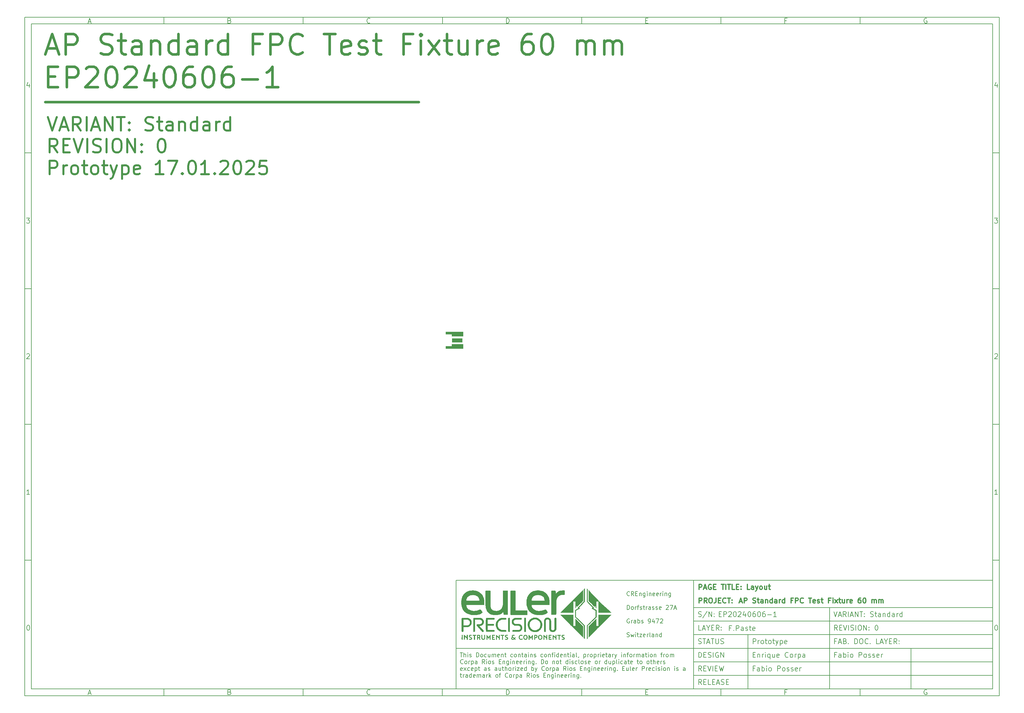
<source format=gbr>
%TF.GenerationSoftware,KiCad,Pcbnew,8.0.8-2.fc41*%
%TF.CreationDate,2025-01-26T13:38:32+01:00*%
%TF.ProjectId,0100_COVERSHEET,30313030-5f43-44f5-9645-525348454554,0*%
%TF.SameCoordinates,Original*%
%TF.FileFunction,Paste,Top*%
%TF.FilePolarity,Positive*%
%FSLAX46Y46*%
G04 Gerber Fmt 4.6, Leading zero omitted, Abs format (unit mm)*
G04 Created by KiCad (PCBNEW 8.0.8-2.fc41) date 2025-01-26 13:38:32*
%MOMM*%
%LPD*%
G01*
G04 APERTURE LIST*
G04 Aperture macros list*
%AMFreePoly0*
4,1,7,1.655000,-0.675000,-1.655000,-0.675000,-1.655000,-0.085000,-3.455000,-0.085000,-3.455000,0.675000,1.655000,0.675000,1.655000,-0.675000,1.655000,-0.675000,$1*%
%AMFreePoly1*
4,1,9,1.655000,-0.675000,-1.655000,-0.675000,-1.655000,-0.665000,-3.455000,-0.665000,-3.455000,0.085000,-1.655000,0.085000,-1.655000,0.675000,1.655000,0.675000,1.655000,-0.675000,1.655000,-0.675000,$1*%
G04 Aperture macros list end*
%ADD10C,0.100000*%
%ADD11C,0.150000*%
%ADD12C,0.300000*%
%ADD13C,0.750000*%
%ADD14C,0.600000*%
%ADD15C,0.000001*%
%ADD16C,0.200000*%
%ADD17R,3.100000X1.160000*%
%ADD18FreePoly0,0.000000*%
%ADD19FreePoly1,0.000000*%
G04 APERTURE END LIST*
D10*
D11*
X7000000Y-203000000D02*
X290000000Y-203000000D01*
X290000000Y-7000000D01*
X7000000Y-7000000D01*
X7000000Y-203000000D01*
D10*
D11*
X132000000Y-171000000D02*
X290000000Y-171000000D01*
X290000000Y-203000000D01*
X132000000Y-203000000D01*
X132000000Y-171000000D01*
D10*
D11*
X202000000Y-203000000D02*
X202000000Y-171000000D01*
D10*
D11*
X290000000Y-199000000D02*
X202000000Y-199000000D01*
D10*
D11*
X290000000Y-195000000D02*
X202000000Y-195000000D01*
D10*
D11*
X290000000Y-191000000D02*
X201000000Y-191000000D01*
D10*
D11*
X290000000Y-187000000D02*
X202000000Y-187000000D01*
D10*
D11*
X290000000Y-183000000D02*
X202000000Y-183000000D01*
D10*
D11*
X290000000Y-179000000D02*
X202000000Y-179000000D01*
D10*
D11*
X266000000Y-203000000D02*
X266000000Y-191000000D01*
D10*
D11*
X242000000Y-203000000D02*
X242000000Y-179000000D01*
D10*
D11*
X218000000Y-203000000D02*
X218000000Y-187000000D01*
D10*
D12*
X203556710Y-173685528D02*
X203556710Y-172185528D01*
X203556710Y-172185528D02*
X204128139Y-172185528D01*
X204128139Y-172185528D02*
X204270996Y-172256957D01*
X204270996Y-172256957D02*
X204342425Y-172328385D01*
X204342425Y-172328385D02*
X204413853Y-172471242D01*
X204413853Y-172471242D02*
X204413853Y-172685528D01*
X204413853Y-172685528D02*
X204342425Y-172828385D01*
X204342425Y-172828385D02*
X204270996Y-172899814D01*
X204270996Y-172899814D02*
X204128139Y-172971242D01*
X204128139Y-172971242D02*
X203556710Y-172971242D01*
X204985282Y-173256957D02*
X205699568Y-173256957D01*
X204842425Y-173685528D02*
X205342425Y-172185528D01*
X205342425Y-172185528D02*
X205842425Y-173685528D01*
X207128139Y-172256957D02*
X206985282Y-172185528D01*
X206985282Y-172185528D02*
X206770996Y-172185528D01*
X206770996Y-172185528D02*
X206556710Y-172256957D01*
X206556710Y-172256957D02*
X206413853Y-172399814D01*
X206413853Y-172399814D02*
X206342424Y-172542671D01*
X206342424Y-172542671D02*
X206270996Y-172828385D01*
X206270996Y-172828385D02*
X206270996Y-173042671D01*
X206270996Y-173042671D02*
X206342424Y-173328385D01*
X206342424Y-173328385D02*
X206413853Y-173471242D01*
X206413853Y-173471242D02*
X206556710Y-173614100D01*
X206556710Y-173614100D02*
X206770996Y-173685528D01*
X206770996Y-173685528D02*
X206913853Y-173685528D01*
X206913853Y-173685528D02*
X207128139Y-173614100D01*
X207128139Y-173614100D02*
X207199567Y-173542671D01*
X207199567Y-173542671D02*
X207199567Y-173042671D01*
X207199567Y-173042671D02*
X206913853Y-173042671D01*
X207842424Y-172899814D02*
X208342424Y-172899814D01*
X208556710Y-173685528D02*
X207842424Y-173685528D01*
X207842424Y-173685528D02*
X207842424Y-172185528D01*
X207842424Y-172185528D02*
X208556710Y-172185528D01*
X210128139Y-172185528D02*
X210985282Y-172185528D01*
X210556710Y-173685528D02*
X210556710Y-172185528D01*
X211485281Y-173685528D02*
X211485281Y-172185528D01*
X211985282Y-172185528D02*
X212842425Y-172185528D01*
X212413853Y-173685528D02*
X212413853Y-172185528D01*
X214056710Y-173685528D02*
X213342424Y-173685528D01*
X213342424Y-173685528D02*
X213342424Y-172185528D01*
X214556710Y-172899814D02*
X215056710Y-172899814D01*
X215270996Y-173685528D02*
X214556710Y-173685528D01*
X214556710Y-173685528D02*
X214556710Y-172185528D01*
X214556710Y-172185528D02*
X215270996Y-172185528D01*
X215913853Y-173542671D02*
X215985282Y-173614100D01*
X215985282Y-173614100D02*
X215913853Y-173685528D01*
X215913853Y-173685528D02*
X215842425Y-173614100D01*
X215842425Y-173614100D02*
X215913853Y-173542671D01*
X215913853Y-173542671D02*
X215913853Y-173685528D01*
X215913853Y-172756957D02*
X215985282Y-172828385D01*
X215985282Y-172828385D02*
X215913853Y-172899814D01*
X215913853Y-172899814D02*
X215842425Y-172828385D01*
X215842425Y-172828385D02*
X215913853Y-172756957D01*
X215913853Y-172756957D02*
X215913853Y-172899814D01*
X218485282Y-173685528D02*
X217770996Y-173685528D01*
X217770996Y-173685528D02*
X217770996Y-172185528D01*
X219628140Y-173685528D02*
X219628140Y-172899814D01*
X219628140Y-172899814D02*
X219556711Y-172756957D01*
X219556711Y-172756957D02*
X219413854Y-172685528D01*
X219413854Y-172685528D02*
X219128140Y-172685528D01*
X219128140Y-172685528D02*
X218985282Y-172756957D01*
X219628140Y-173614100D02*
X219485282Y-173685528D01*
X219485282Y-173685528D02*
X219128140Y-173685528D01*
X219128140Y-173685528D02*
X218985282Y-173614100D01*
X218985282Y-173614100D02*
X218913854Y-173471242D01*
X218913854Y-173471242D02*
X218913854Y-173328385D01*
X218913854Y-173328385D02*
X218985282Y-173185528D01*
X218985282Y-173185528D02*
X219128140Y-173114100D01*
X219128140Y-173114100D02*
X219485282Y-173114100D01*
X219485282Y-173114100D02*
X219628140Y-173042671D01*
X220199568Y-172685528D02*
X220556711Y-173685528D01*
X220913854Y-172685528D02*
X220556711Y-173685528D01*
X220556711Y-173685528D02*
X220413854Y-174042671D01*
X220413854Y-174042671D02*
X220342425Y-174114100D01*
X220342425Y-174114100D02*
X220199568Y-174185528D01*
X221699568Y-173685528D02*
X221556711Y-173614100D01*
X221556711Y-173614100D02*
X221485282Y-173542671D01*
X221485282Y-173542671D02*
X221413854Y-173399814D01*
X221413854Y-173399814D02*
X221413854Y-172971242D01*
X221413854Y-172971242D02*
X221485282Y-172828385D01*
X221485282Y-172828385D02*
X221556711Y-172756957D01*
X221556711Y-172756957D02*
X221699568Y-172685528D01*
X221699568Y-172685528D02*
X221913854Y-172685528D01*
X221913854Y-172685528D02*
X222056711Y-172756957D01*
X222056711Y-172756957D02*
X222128140Y-172828385D01*
X222128140Y-172828385D02*
X222199568Y-172971242D01*
X222199568Y-172971242D02*
X222199568Y-173399814D01*
X222199568Y-173399814D02*
X222128140Y-173542671D01*
X222128140Y-173542671D02*
X222056711Y-173614100D01*
X222056711Y-173614100D02*
X221913854Y-173685528D01*
X221913854Y-173685528D02*
X221699568Y-173685528D01*
X223485283Y-172685528D02*
X223485283Y-173685528D01*
X222842425Y-172685528D02*
X222842425Y-173471242D01*
X222842425Y-173471242D02*
X222913854Y-173614100D01*
X222913854Y-173614100D02*
X223056711Y-173685528D01*
X223056711Y-173685528D02*
X223270997Y-173685528D01*
X223270997Y-173685528D02*
X223413854Y-173614100D01*
X223413854Y-173614100D02*
X223485283Y-173542671D01*
X223985283Y-172685528D02*
X224556711Y-172685528D01*
X224199568Y-172185528D02*
X224199568Y-173471242D01*
X224199568Y-173471242D02*
X224270997Y-173614100D01*
X224270997Y-173614100D02*
X224413854Y-173685528D01*
X224413854Y-173685528D02*
X224556711Y-173685528D01*
D10*
D11*
X201000000Y-191000000D02*
X132000000Y-191000000D01*
D10*
D12*
X203554510Y-177678328D02*
X203554510Y-176178328D01*
X203554510Y-176178328D02*
X204125939Y-176178328D01*
X204125939Y-176178328D02*
X204268796Y-176249757D01*
X204268796Y-176249757D02*
X204340225Y-176321185D01*
X204340225Y-176321185D02*
X204411653Y-176464042D01*
X204411653Y-176464042D02*
X204411653Y-176678328D01*
X204411653Y-176678328D02*
X204340225Y-176821185D01*
X204340225Y-176821185D02*
X204268796Y-176892614D01*
X204268796Y-176892614D02*
X204125939Y-176964042D01*
X204125939Y-176964042D02*
X203554510Y-176964042D01*
X205911653Y-177678328D02*
X205411653Y-176964042D01*
X205054510Y-177678328D02*
X205054510Y-176178328D01*
X205054510Y-176178328D02*
X205625939Y-176178328D01*
X205625939Y-176178328D02*
X205768796Y-176249757D01*
X205768796Y-176249757D02*
X205840225Y-176321185D01*
X205840225Y-176321185D02*
X205911653Y-176464042D01*
X205911653Y-176464042D02*
X205911653Y-176678328D01*
X205911653Y-176678328D02*
X205840225Y-176821185D01*
X205840225Y-176821185D02*
X205768796Y-176892614D01*
X205768796Y-176892614D02*
X205625939Y-176964042D01*
X205625939Y-176964042D02*
X205054510Y-176964042D01*
X206840225Y-176178328D02*
X207125939Y-176178328D01*
X207125939Y-176178328D02*
X207268796Y-176249757D01*
X207268796Y-176249757D02*
X207411653Y-176392614D01*
X207411653Y-176392614D02*
X207483082Y-176678328D01*
X207483082Y-176678328D02*
X207483082Y-177178328D01*
X207483082Y-177178328D02*
X207411653Y-177464042D01*
X207411653Y-177464042D02*
X207268796Y-177606900D01*
X207268796Y-177606900D02*
X207125939Y-177678328D01*
X207125939Y-177678328D02*
X206840225Y-177678328D01*
X206840225Y-177678328D02*
X206697368Y-177606900D01*
X206697368Y-177606900D02*
X206554510Y-177464042D01*
X206554510Y-177464042D02*
X206483082Y-177178328D01*
X206483082Y-177178328D02*
X206483082Y-176678328D01*
X206483082Y-176678328D02*
X206554510Y-176392614D01*
X206554510Y-176392614D02*
X206697368Y-176249757D01*
X206697368Y-176249757D02*
X206840225Y-176178328D01*
X208554511Y-176178328D02*
X208554511Y-177249757D01*
X208554511Y-177249757D02*
X208483082Y-177464042D01*
X208483082Y-177464042D02*
X208340225Y-177606900D01*
X208340225Y-177606900D02*
X208125939Y-177678328D01*
X208125939Y-177678328D02*
X207983082Y-177678328D01*
X209268796Y-176892614D02*
X209768796Y-176892614D01*
X209983082Y-177678328D02*
X209268796Y-177678328D01*
X209268796Y-177678328D02*
X209268796Y-176178328D01*
X209268796Y-176178328D02*
X209983082Y-176178328D01*
X211483082Y-177535471D02*
X211411654Y-177606900D01*
X211411654Y-177606900D02*
X211197368Y-177678328D01*
X211197368Y-177678328D02*
X211054511Y-177678328D01*
X211054511Y-177678328D02*
X210840225Y-177606900D01*
X210840225Y-177606900D02*
X210697368Y-177464042D01*
X210697368Y-177464042D02*
X210625939Y-177321185D01*
X210625939Y-177321185D02*
X210554511Y-177035471D01*
X210554511Y-177035471D02*
X210554511Y-176821185D01*
X210554511Y-176821185D02*
X210625939Y-176535471D01*
X210625939Y-176535471D02*
X210697368Y-176392614D01*
X210697368Y-176392614D02*
X210840225Y-176249757D01*
X210840225Y-176249757D02*
X211054511Y-176178328D01*
X211054511Y-176178328D02*
X211197368Y-176178328D01*
X211197368Y-176178328D02*
X211411654Y-176249757D01*
X211411654Y-176249757D02*
X211483082Y-176321185D01*
X211911654Y-176178328D02*
X212768797Y-176178328D01*
X212340225Y-177678328D02*
X212340225Y-176178328D01*
X213268796Y-177535471D02*
X213340225Y-177606900D01*
X213340225Y-177606900D02*
X213268796Y-177678328D01*
X213268796Y-177678328D02*
X213197368Y-177606900D01*
X213197368Y-177606900D02*
X213268796Y-177535471D01*
X213268796Y-177535471D02*
X213268796Y-177678328D01*
X213268796Y-176749757D02*
X213340225Y-176821185D01*
X213340225Y-176821185D02*
X213268796Y-176892614D01*
X213268796Y-176892614D02*
X213197368Y-176821185D01*
X213197368Y-176821185D02*
X213268796Y-176749757D01*
X213268796Y-176749757D02*
X213268796Y-176892614D01*
D10*
D11*
X203384398Y-181614700D02*
X203598684Y-181686128D01*
X203598684Y-181686128D02*
X203955826Y-181686128D01*
X203955826Y-181686128D02*
X204098684Y-181614700D01*
X204098684Y-181614700D02*
X204170112Y-181543271D01*
X204170112Y-181543271D02*
X204241541Y-181400414D01*
X204241541Y-181400414D02*
X204241541Y-181257557D01*
X204241541Y-181257557D02*
X204170112Y-181114700D01*
X204170112Y-181114700D02*
X204098684Y-181043271D01*
X204098684Y-181043271D02*
X203955826Y-180971842D01*
X203955826Y-180971842D02*
X203670112Y-180900414D01*
X203670112Y-180900414D02*
X203527255Y-180828985D01*
X203527255Y-180828985D02*
X203455826Y-180757557D01*
X203455826Y-180757557D02*
X203384398Y-180614700D01*
X203384398Y-180614700D02*
X203384398Y-180471842D01*
X203384398Y-180471842D02*
X203455826Y-180328985D01*
X203455826Y-180328985D02*
X203527255Y-180257557D01*
X203527255Y-180257557D02*
X203670112Y-180186128D01*
X203670112Y-180186128D02*
X204027255Y-180186128D01*
X204027255Y-180186128D02*
X204241541Y-180257557D01*
X205955826Y-180114700D02*
X204670112Y-182043271D01*
X206455826Y-181686128D02*
X206455826Y-180186128D01*
X206455826Y-180186128D02*
X207312969Y-181686128D01*
X207312969Y-181686128D02*
X207312969Y-180186128D01*
X208027255Y-181543271D02*
X208098684Y-181614700D01*
X208098684Y-181614700D02*
X208027255Y-181686128D01*
X208027255Y-181686128D02*
X207955827Y-181614700D01*
X207955827Y-181614700D02*
X208027255Y-181543271D01*
X208027255Y-181543271D02*
X208027255Y-181686128D01*
X208027255Y-180757557D02*
X208098684Y-180828985D01*
X208098684Y-180828985D02*
X208027255Y-180900414D01*
X208027255Y-180900414D02*
X207955827Y-180828985D01*
X207955827Y-180828985D02*
X208027255Y-180757557D01*
X208027255Y-180757557D02*
X208027255Y-180900414D01*
D10*
D11*
X203455826Y-193686128D02*
X203455826Y-192186128D01*
X203455826Y-192186128D02*
X203812969Y-192186128D01*
X203812969Y-192186128D02*
X204027255Y-192257557D01*
X204027255Y-192257557D02*
X204170112Y-192400414D01*
X204170112Y-192400414D02*
X204241541Y-192543271D01*
X204241541Y-192543271D02*
X204312969Y-192828985D01*
X204312969Y-192828985D02*
X204312969Y-193043271D01*
X204312969Y-193043271D02*
X204241541Y-193328985D01*
X204241541Y-193328985D02*
X204170112Y-193471842D01*
X204170112Y-193471842D02*
X204027255Y-193614700D01*
X204027255Y-193614700D02*
X203812969Y-193686128D01*
X203812969Y-193686128D02*
X203455826Y-193686128D01*
X204955826Y-192900414D02*
X205455826Y-192900414D01*
X205670112Y-193686128D02*
X204955826Y-193686128D01*
X204955826Y-193686128D02*
X204955826Y-192186128D01*
X204955826Y-192186128D02*
X205670112Y-192186128D01*
X206241541Y-193614700D02*
X206455827Y-193686128D01*
X206455827Y-193686128D02*
X206812969Y-193686128D01*
X206812969Y-193686128D02*
X206955827Y-193614700D01*
X206955827Y-193614700D02*
X207027255Y-193543271D01*
X207027255Y-193543271D02*
X207098684Y-193400414D01*
X207098684Y-193400414D02*
X207098684Y-193257557D01*
X207098684Y-193257557D02*
X207027255Y-193114700D01*
X207027255Y-193114700D02*
X206955827Y-193043271D01*
X206955827Y-193043271D02*
X206812969Y-192971842D01*
X206812969Y-192971842D02*
X206527255Y-192900414D01*
X206527255Y-192900414D02*
X206384398Y-192828985D01*
X206384398Y-192828985D02*
X206312969Y-192757557D01*
X206312969Y-192757557D02*
X206241541Y-192614700D01*
X206241541Y-192614700D02*
X206241541Y-192471842D01*
X206241541Y-192471842D02*
X206312969Y-192328985D01*
X206312969Y-192328985D02*
X206384398Y-192257557D01*
X206384398Y-192257557D02*
X206527255Y-192186128D01*
X206527255Y-192186128D02*
X206884398Y-192186128D01*
X206884398Y-192186128D02*
X207098684Y-192257557D01*
X207741540Y-193686128D02*
X207741540Y-192186128D01*
X209241541Y-192257557D02*
X209098684Y-192186128D01*
X209098684Y-192186128D02*
X208884398Y-192186128D01*
X208884398Y-192186128D02*
X208670112Y-192257557D01*
X208670112Y-192257557D02*
X208527255Y-192400414D01*
X208527255Y-192400414D02*
X208455826Y-192543271D01*
X208455826Y-192543271D02*
X208384398Y-192828985D01*
X208384398Y-192828985D02*
X208384398Y-193043271D01*
X208384398Y-193043271D02*
X208455826Y-193328985D01*
X208455826Y-193328985D02*
X208527255Y-193471842D01*
X208527255Y-193471842D02*
X208670112Y-193614700D01*
X208670112Y-193614700D02*
X208884398Y-193686128D01*
X208884398Y-193686128D02*
X209027255Y-193686128D01*
X209027255Y-193686128D02*
X209241541Y-193614700D01*
X209241541Y-193614700D02*
X209312969Y-193543271D01*
X209312969Y-193543271D02*
X209312969Y-193043271D01*
X209312969Y-193043271D02*
X209027255Y-193043271D01*
X209955826Y-193686128D02*
X209955826Y-192186128D01*
X209955826Y-192186128D02*
X210812969Y-193686128D01*
X210812969Y-193686128D02*
X210812969Y-192186128D01*
D10*
D11*
X204312969Y-197686128D02*
X203812969Y-196971842D01*
X203455826Y-197686128D02*
X203455826Y-196186128D01*
X203455826Y-196186128D02*
X204027255Y-196186128D01*
X204027255Y-196186128D02*
X204170112Y-196257557D01*
X204170112Y-196257557D02*
X204241541Y-196328985D01*
X204241541Y-196328985D02*
X204312969Y-196471842D01*
X204312969Y-196471842D02*
X204312969Y-196686128D01*
X204312969Y-196686128D02*
X204241541Y-196828985D01*
X204241541Y-196828985D02*
X204170112Y-196900414D01*
X204170112Y-196900414D02*
X204027255Y-196971842D01*
X204027255Y-196971842D02*
X203455826Y-196971842D01*
X204955826Y-196900414D02*
X205455826Y-196900414D01*
X205670112Y-197686128D02*
X204955826Y-197686128D01*
X204955826Y-197686128D02*
X204955826Y-196186128D01*
X204955826Y-196186128D02*
X205670112Y-196186128D01*
X206098684Y-196186128D02*
X206598684Y-197686128D01*
X206598684Y-197686128D02*
X207098684Y-196186128D01*
X207598683Y-197686128D02*
X207598683Y-196186128D01*
X208312969Y-196900414D02*
X208812969Y-196900414D01*
X209027255Y-197686128D02*
X208312969Y-197686128D01*
X208312969Y-197686128D02*
X208312969Y-196186128D01*
X208312969Y-196186128D02*
X209027255Y-196186128D01*
X209527255Y-196186128D02*
X209884398Y-197686128D01*
X209884398Y-197686128D02*
X210170112Y-196614700D01*
X210170112Y-196614700D02*
X210455827Y-197686128D01*
X210455827Y-197686128D02*
X210812970Y-196186128D01*
D10*
D11*
X204312969Y-201686128D02*
X203812969Y-200971842D01*
X203455826Y-201686128D02*
X203455826Y-200186128D01*
X203455826Y-200186128D02*
X204027255Y-200186128D01*
X204027255Y-200186128D02*
X204170112Y-200257557D01*
X204170112Y-200257557D02*
X204241541Y-200328985D01*
X204241541Y-200328985D02*
X204312969Y-200471842D01*
X204312969Y-200471842D02*
X204312969Y-200686128D01*
X204312969Y-200686128D02*
X204241541Y-200828985D01*
X204241541Y-200828985D02*
X204170112Y-200900414D01*
X204170112Y-200900414D02*
X204027255Y-200971842D01*
X204027255Y-200971842D02*
X203455826Y-200971842D01*
X204955826Y-200900414D02*
X205455826Y-200900414D01*
X205670112Y-201686128D02*
X204955826Y-201686128D01*
X204955826Y-201686128D02*
X204955826Y-200186128D01*
X204955826Y-200186128D02*
X205670112Y-200186128D01*
X207027255Y-201686128D02*
X206312969Y-201686128D01*
X206312969Y-201686128D02*
X206312969Y-200186128D01*
X207527255Y-200900414D02*
X208027255Y-200900414D01*
X208241541Y-201686128D02*
X207527255Y-201686128D01*
X207527255Y-201686128D02*
X207527255Y-200186128D01*
X207527255Y-200186128D02*
X208241541Y-200186128D01*
X208812970Y-201257557D02*
X209527256Y-201257557D01*
X208670113Y-201686128D02*
X209170113Y-200186128D01*
X209170113Y-200186128D02*
X209670113Y-201686128D01*
X210098684Y-201614700D02*
X210312970Y-201686128D01*
X210312970Y-201686128D02*
X210670112Y-201686128D01*
X210670112Y-201686128D02*
X210812970Y-201614700D01*
X210812970Y-201614700D02*
X210884398Y-201543271D01*
X210884398Y-201543271D02*
X210955827Y-201400414D01*
X210955827Y-201400414D02*
X210955827Y-201257557D01*
X210955827Y-201257557D02*
X210884398Y-201114700D01*
X210884398Y-201114700D02*
X210812970Y-201043271D01*
X210812970Y-201043271D02*
X210670112Y-200971842D01*
X210670112Y-200971842D02*
X210384398Y-200900414D01*
X210384398Y-200900414D02*
X210241541Y-200828985D01*
X210241541Y-200828985D02*
X210170112Y-200757557D01*
X210170112Y-200757557D02*
X210098684Y-200614700D01*
X210098684Y-200614700D02*
X210098684Y-200471842D01*
X210098684Y-200471842D02*
X210170112Y-200328985D01*
X210170112Y-200328985D02*
X210241541Y-200257557D01*
X210241541Y-200257557D02*
X210384398Y-200186128D01*
X210384398Y-200186128D02*
X210741541Y-200186128D01*
X210741541Y-200186128D02*
X210955827Y-200257557D01*
X211598683Y-200900414D02*
X212098683Y-200900414D01*
X212312969Y-201686128D02*
X211598683Y-201686128D01*
X211598683Y-201686128D02*
X211598683Y-200186128D01*
X211598683Y-200186128D02*
X212312969Y-200186128D01*
D10*
D11*
X243241541Y-180186128D02*
X243741541Y-181686128D01*
X243741541Y-181686128D02*
X244241541Y-180186128D01*
X244670112Y-181257557D02*
X245384398Y-181257557D01*
X244527255Y-181686128D02*
X245027255Y-180186128D01*
X245027255Y-180186128D02*
X245527255Y-181686128D01*
X246884397Y-181686128D02*
X246384397Y-180971842D01*
X246027254Y-181686128D02*
X246027254Y-180186128D01*
X246027254Y-180186128D02*
X246598683Y-180186128D01*
X246598683Y-180186128D02*
X246741540Y-180257557D01*
X246741540Y-180257557D02*
X246812969Y-180328985D01*
X246812969Y-180328985D02*
X246884397Y-180471842D01*
X246884397Y-180471842D02*
X246884397Y-180686128D01*
X246884397Y-180686128D02*
X246812969Y-180828985D01*
X246812969Y-180828985D02*
X246741540Y-180900414D01*
X246741540Y-180900414D02*
X246598683Y-180971842D01*
X246598683Y-180971842D02*
X246027254Y-180971842D01*
X247527254Y-181686128D02*
X247527254Y-180186128D01*
X248170112Y-181257557D02*
X248884398Y-181257557D01*
X248027255Y-181686128D02*
X248527255Y-180186128D01*
X248527255Y-180186128D02*
X249027255Y-181686128D01*
X249527254Y-181686128D02*
X249527254Y-180186128D01*
X249527254Y-180186128D02*
X250384397Y-181686128D01*
X250384397Y-181686128D02*
X250384397Y-180186128D01*
X250884398Y-180186128D02*
X251741541Y-180186128D01*
X251312969Y-181686128D02*
X251312969Y-180186128D01*
X252241540Y-181543271D02*
X252312969Y-181614700D01*
X252312969Y-181614700D02*
X252241540Y-181686128D01*
X252241540Y-181686128D02*
X252170112Y-181614700D01*
X252170112Y-181614700D02*
X252241540Y-181543271D01*
X252241540Y-181543271D02*
X252241540Y-181686128D01*
X252241540Y-180757557D02*
X252312969Y-180828985D01*
X252312969Y-180828985D02*
X252241540Y-180900414D01*
X252241540Y-180900414D02*
X252170112Y-180828985D01*
X252170112Y-180828985D02*
X252241540Y-180757557D01*
X252241540Y-180757557D02*
X252241540Y-180900414D01*
X254027255Y-181614700D02*
X254241541Y-181686128D01*
X254241541Y-181686128D02*
X254598683Y-181686128D01*
X254598683Y-181686128D02*
X254741541Y-181614700D01*
X254741541Y-181614700D02*
X254812969Y-181543271D01*
X254812969Y-181543271D02*
X254884398Y-181400414D01*
X254884398Y-181400414D02*
X254884398Y-181257557D01*
X254884398Y-181257557D02*
X254812969Y-181114700D01*
X254812969Y-181114700D02*
X254741541Y-181043271D01*
X254741541Y-181043271D02*
X254598683Y-180971842D01*
X254598683Y-180971842D02*
X254312969Y-180900414D01*
X254312969Y-180900414D02*
X254170112Y-180828985D01*
X254170112Y-180828985D02*
X254098683Y-180757557D01*
X254098683Y-180757557D02*
X254027255Y-180614700D01*
X254027255Y-180614700D02*
X254027255Y-180471842D01*
X254027255Y-180471842D02*
X254098683Y-180328985D01*
X254098683Y-180328985D02*
X254170112Y-180257557D01*
X254170112Y-180257557D02*
X254312969Y-180186128D01*
X254312969Y-180186128D02*
X254670112Y-180186128D01*
X254670112Y-180186128D02*
X254884398Y-180257557D01*
X255312969Y-180686128D02*
X255884397Y-180686128D01*
X255527254Y-180186128D02*
X255527254Y-181471842D01*
X255527254Y-181471842D02*
X255598683Y-181614700D01*
X255598683Y-181614700D02*
X255741540Y-181686128D01*
X255741540Y-181686128D02*
X255884397Y-181686128D01*
X257027255Y-181686128D02*
X257027255Y-180900414D01*
X257027255Y-180900414D02*
X256955826Y-180757557D01*
X256955826Y-180757557D02*
X256812969Y-180686128D01*
X256812969Y-180686128D02*
X256527255Y-180686128D01*
X256527255Y-180686128D02*
X256384397Y-180757557D01*
X257027255Y-181614700D02*
X256884397Y-181686128D01*
X256884397Y-181686128D02*
X256527255Y-181686128D01*
X256527255Y-181686128D02*
X256384397Y-181614700D01*
X256384397Y-181614700D02*
X256312969Y-181471842D01*
X256312969Y-181471842D02*
X256312969Y-181328985D01*
X256312969Y-181328985D02*
X256384397Y-181186128D01*
X256384397Y-181186128D02*
X256527255Y-181114700D01*
X256527255Y-181114700D02*
X256884397Y-181114700D01*
X256884397Y-181114700D02*
X257027255Y-181043271D01*
X257741540Y-180686128D02*
X257741540Y-181686128D01*
X257741540Y-180828985D02*
X257812969Y-180757557D01*
X257812969Y-180757557D02*
X257955826Y-180686128D01*
X257955826Y-180686128D02*
X258170112Y-180686128D01*
X258170112Y-180686128D02*
X258312969Y-180757557D01*
X258312969Y-180757557D02*
X258384398Y-180900414D01*
X258384398Y-180900414D02*
X258384398Y-181686128D01*
X259741541Y-181686128D02*
X259741541Y-180186128D01*
X259741541Y-181614700D02*
X259598683Y-181686128D01*
X259598683Y-181686128D02*
X259312969Y-181686128D01*
X259312969Y-181686128D02*
X259170112Y-181614700D01*
X259170112Y-181614700D02*
X259098683Y-181543271D01*
X259098683Y-181543271D02*
X259027255Y-181400414D01*
X259027255Y-181400414D02*
X259027255Y-180971842D01*
X259027255Y-180971842D02*
X259098683Y-180828985D01*
X259098683Y-180828985D02*
X259170112Y-180757557D01*
X259170112Y-180757557D02*
X259312969Y-180686128D01*
X259312969Y-180686128D02*
X259598683Y-180686128D01*
X259598683Y-180686128D02*
X259741541Y-180757557D01*
X261098684Y-181686128D02*
X261098684Y-180900414D01*
X261098684Y-180900414D02*
X261027255Y-180757557D01*
X261027255Y-180757557D02*
X260884398Y-180686128D01*
X260884398Y-180686128D02*
X260598684Y-180686128D01*
X260598684Y-180686128D02*
X260455826Y-180757557D01*
X261098684Y-181614700D02*
X260955826Y-181686128D01*
X260955826Y-181686128D02*
X260598684Y-181686128D01*
X260598684Y-181686128D02*
X260455826Y-181614700D01*
X260455826Y-181614700D02*
X260384398Y-181471842D01*
X260384398Y-181471842D02*
X260384398Y-181328985D01*
X260384398Y-181328985D02*
X260455826Y-181186128D01*
X260455826Y-181186128D02*
X260598684Y-181114700D01*
X260598684Y-181114700D02*
X260955826Y-181114700D01*
X260955826Y-181114700D02*
X261098684Y-181043271D01*
X261812969Y-181686128D02*
X261812969Y-180686128D01*
X261812969Y-180971842D02*
X261884398Y-180828985D01*
X261884398Y-180828985D02*
X261955827Y-180757557D01*
X261955827Y-180757557D02*
X262098684Y-180686128D01*
X262098684Y-180686128D02*
X262241541Y-180686128D01*
X263384398Y-181686128D02*
X263384398Y-180186128D01*
X263384398Y-181614700D02*
X263241540Y-181686128D01*
X263241540Y-181686128D02*
X262955826Y-181686128D01*
X262955826Y-181686128D02*
X262812969Y-181614700D01*
X262812969Y-181614700D02*
X262741540Y-181543271D01*
X262741540Y-181543271D02*
X262670112Y-181400414D01*
X262670112Y-181400414D02*
X262670112Y-180971842D01*
X262670112Y-180971842D02*
X262741540Y-180828985D01*
X262741540Y-180828985D02*
X262812969Y-180757557D01*
X262812969Y-180757557D02*
X262955826Y-180686128D01*
X262955826Y-180686128D02*
X263241540Y-180686128D01*
X263241540Y-180686128D02*
X263384398Y-180757557D01*
D10*
D11*
X244312969Y-185686128D02*
X243812969Y-184971842D01*
X243455826Y-185686128D02*
X243455826Y-184186128D01*
X243455826Y-184186128D02*
X244027255Y-184186128D01*
X244027255Y-184186128D02*
X244170112Y-184257557D01*
X244170112Y-184257557D02*
X244241541Y-184328985D01*
X244241541Y-184328985D02*
X244312969Y-184471842D01*
X244312969Y-184471842D02*
X244312969Y-184686128D01*
X244312969Y-184686128D02*
X244241541Y-184828985D01*
X244241541Y-184828985D02*
X244170112Y-184900414D01*
X244170112Y-184900414D02*
X244027255Y-184971842D01*
X244027255Y-184971842D02*
X243455826Y-184971842D01*
X244955826Y-184900414D02*
X245455826Y-184900414D01*
X245670112Y-185686128D02*
X244955826Y-185686128D01*
X244955826Y-185686128D02*
X244955826Y-184186128D01*
X244955826Y-184186128D02*
X245670112Y-184186128D01*
X246098684Y-184186128D02*
X246598684Y-185686128D01*
X246598684Y-185686128D02*
X247098684Y-184186128D01*
X247598683Y-185686128D02*
X247598683Y-184186128D01*
X248241541Y-185614700D02*
X248455827Y-185686128D01*
X248455827Y-185686128D02*
X248812969Y-185686128D01*
X248812969Y-185686128D02*
X248955827Y-185614700D01*
X248955827Y-185614700D02*
X249027255Y-185543271D01*
X249027255Y-185543271D02*
X249098684Y-185400414D01*
X249098684Y-185400414D02*
X249098684Y-185257557D01*
X249098684Y-185257557D02*
X249027255Y-185114700D01*
X249027255Y-185114700D02*
X248955827Y-185043271D01*
X248955827Y-185043271D02*
X248812969Y-184971842D01*
X248812969Y-184971842D02*
X248527255Y-184900414D01*
X248527255Y-184900414D02*
X248384398Y-184828985D01*
X248384398Y-184828985D02*
X248312969Y-184757557D01*
X248312969Y-184757557D02*
X248241541Y-184614700D01*
X248241541Y-184614700D02*
X248241541Y-184471842D01*
X248241541Y-184471842D02*
X248312969Y-184328985D01*
X248312969Y-184328985D02*
X248384398Y-184257557D01*
X248384398Y-184257557D02*
X248527255Y-184186128D01*
X248527255Y-184186128D02*
X248884398Y-184186128D01*
X248884398Y-184186128D02*
X249098684Y-184257557D01*
X249741540Y-185686128D02*
X249741540Y-184186128D01*
X250741541Y-184186128D02*
X251027255Y-184186128D01*
X251027255Y-184186128D02*
X251170112Y-184257557D01*
X251170112Y-184257557D02*
X251312969Y-184400414D01*
X251312969Y-184400414D02*
X251384398Y-184686128D01*
X251384398Y-184686128D02*
X251384398Y-185186128D01*
X251384398Y-185186128D02*
X251312969Y-185471842D01*
X251312969Y-185471842D02*
X251170112Y-185614700D01*
X251170112Y-185614700D02*
X251027255Y-185686128D01*
X251027255Y-185686128D02*
X250741541Y-185686128D01*
X250741541Y-185686128D02*
X250598684Y-185614700D01*
X250598684Y-185614700D02*
X250455826Y-185471842D01*
X250455826Y-185471842D02*
X250384398Y-185186128D01*
X250384398Y-185186128D02*
X250384398Y-184686128D01*
X250384398Y-184686128D02*
X250455826Y-184400414D01*
X250455826Y-184400414D02*
X250598684Y-184257557D01*
X250598684Y-184257557D02*
X250741541Y-184186128D01*
X252027255Y-185686128D02*
X252027255Y-184186128D01*
X252027255Y-184186128D02*
X252884398Y-185686128D01*
X252884398Y-185686128D02*
X252884398Y-184186128D01*
X253598684Y-185543271D02*
X253670113Y-185614700D01*
X253670113Y-185614700D02*
X253598684Y-185686128D01*
X253598684Y-185686128D02*
X253527256Y-185614700D01*
X253527256Y-185614700D02*
X253598684Y-185543271D01*
X253598684Y-185543271D02*
X253598684Y-185686128D01*
X253598684Y-184757557D02*
X253670113Y-184828985D01*
X253670113Y-184828985D02*
X253598684Y-184900414D01*
X253598684Y-184900414D02*
X253527256Y-184828985D01*
X253527256Y-184828985D02*
X253598684Y-184757557D01*
X253598684Y-184757557D02*
X253598684Y-184900414D01*
X255741542Y-184186128D02*
X255884399Y-184186128D01*
X255884399Y-184186128D02*
X256027256Y-184257557D01*
X256027256Y-184257557D02*
X256098685Y-184328985D01*
X256098685Y-184328985D02*
X256170113Y-184471842D01*
X256170113Y-184471842D02*
X256241542Y-184757557D01*
X256241542Y-184757557D02*
X256241542Y-185114700D01*
X256241542Y-185114700D02*
X256170113Y-185400414D01*
X256170113Y-185400414D02*
X256098685Y-185543271D01*
X256098685Y-185543271D02*
X256027256Y-185614700D01*
X256027256Y-185614700D02*
X255884399Y-185686128D01*
X255884399Y-185686128D02*
X255741542Y-185686128D01*
X255741542Y-185686128D02*
X255598685Y-185614700D01*
X255598685Y-185614700D02*
X255527256Y-185543271D01*
X255527256Y-185543271D02*
X255455827Y-185400414D01*
X255455827Y-185400414D02*
X255384399Y-185114700D01*
X255384399Y-185114700D02*
X255384399Y-184757557D01*
X255384399Y-184757557D02*
X255455827Y-184471842D01*
X255455827Y-184471842D02*
X255527256Y-184328985D01*
X255527256Y-184328985D02*
X255598685Y-184257557D01*
X255598685Y-184257557D02*
X255741542Y-184186128D01*
D10*
D11*
X203384398Y-189614700D02*
X203598684Y-189686128D01*
X203598684Y-189686128D02*
X203955826Y-189686128D01*
X203955826Y-189686128D02*
X204098684Y-189614700D01*
X204098684Y-189614700D02*
X204170112Y-189543271D01*
X204170112Y-189543271D02*
X204241541Y-189400414D01*
X204241541Y-189400414D02*
X204241541Y-189257557D01*
X204241541Y-189257557D02*
X204170112Y-189114700D01*
X204170112Y-189114700D02*
X204098684Y-189043271D01*
X204098684Y-189043271D02*
X203955826Y-188971842D01*
X203955826Y-188971842D02*
X203670112Y-188900414D01*
X203670112Y-188900414D02*
X203527255Y-188828985D01*
X203527255Y-188828985D02*
X203455826Y-188757557D01*
X203455826Y-188757557D02*
X203384398Y-188614700D01*
X203384398Y-188614700D02*
X203384398Y-188471842D01*
X203384398Y-188471842D02*
X203455826Y-188328985D01*
X203455826Y-188328985D02*
X203527255Y-188257557D01*
X203527255Y-188257557D02*
X203670112Y-188186128D01*
X203670112Y-188186128D02*
X204027255Y-188186128D01*
X204027255Y-188186128D02*
X204241541Y-188257557D01*
X204670112Y-188186128D02*
X205527255Y-188186128D01*
X205098683Y-189686128D02*
X205098683Y-188186128D01*
X205955826Y-189257557D02*
X206670112Y-189257557D01*
X205812969Y-189686128D02*
X206312969Y-188186128D01*
X206312969Y-188186128D02*
X206812969Y-189686128D01*
X207098683Y-188186128D02*
X207955826Y-188186128D01*
X207527254Y-189686128D02*
X207527254Y-188186128D01*
X208455825Y-188186128D02*
X208455825Y-189400414D01*
X208455825Y-189400414D02*
X208527254Y-189543271D01*
X208527254Y-189543271D02*
X208598683Y-189614700D01*
X208598683Y-189614700D02*
X208741540Y-189686128D01*
X208741540Y-189686128D02*
X209027254Y-189686128D01*
X209027254Y-189686128D02*
X209170111Y-189614700D01*
X209170111Y-189614700D02*
X209241540Y-189543271D01*
X209241540Y-189543271D02*
X209312968Y-189400414D01*
X209312968Y-189400414D02*
X209312968Y-188186128D01*
X209955826Y-189614700D02*
X210170112Y-189686128D01*
X210170112Y-189686128D02*
X210527254Y-189686128D01*
X210527254Y-189686128D02*
X210670112Y-189614700D01*
X210670112Y-189614700D02*
X210741540Y-189543271D01*
X210741540Y-189543271D02*
X210812969Y-189400414D01*
X210812969Y-189400414D02*
X210812969Y-189257557D01*
X210812969Y-189257557D02*
X210741540Y-189114700D01*
X210741540Y-189114700D02*
X210670112Y-189043271D01*
X210670112Y-189043271D02*
X210527254Y-188971842D01*
X210527254Y-188971842D02*
X210241540Y-188900414D01*
X210241540Y-188900414D02*
X210098683Y-188828985D01*
X210098683Y-188828985D02*
X210027254Y-188757557D01*
X210027254Y-188757557D02*
X209955826Y-188614700D01*
X209955826Y-188614700D02*
X209955826Y-188471842D01*
X209955826Y-188471842D02*
X210027254Y-188328985D01*
X210027254Y-188328985D02*
X210098683Y-188257557D01*
X210098683Y-188257557D02*
X210241540Y-188186128D01*
X210241540Y-188186128D02*
X210598683Y-188186128D01*
X210598683Y-188186128D02*
X210812969Y-188257557D01*
D10*
D11*
X219455826Y-189686128D02*
X219455826Y-188186128D01*
X219455826Y-188186128D02*
X220027255Y-188186128D01*
X220027255Y-188186128D02*
X220170112Y-188257557D01*
X220170112Y-188257557D02*
X220241541Y-188328985D01*
X220241541Y-188328985D02*
X220312969Y-188471842D01*
X220312969Y-188471842D02*
X220312969Y-188686128D01*
X220312969Y-188686128D02*
X220241541Y-188828985D01*
X220241541Y-188828985D02*
X220170112Y-188900414D01*
X220170112Y-188900414D02*
X220027255Y-188971842D01*
X220027255Y-188971842D02*
X219455826Y-188971842D01*
X220955826Y-189686128D02*
X220955826Y-188686128D01*
X220955826Y-188971842D02*
X221027255Y-188828985D01*
X221027255Y-188828985D02*
X221098684Y-188757557D01*
X221098684Y-188757557D02*
X221241541Y-188686128D01*
X221241541Y-188686128D02*
X221384398Y-188686128D01*
X222098683Y-189686128D02*
X221955826Y-189614700D01*
X221955826Y-189614700D02*
X221884397Y-189543271D01*
X221884397Y-189543271D02*
X221812969Y-189400414D01*
X221812969Y-189400414D02*
X221812969Y-188971842D01*
X221812969Y-188971842D02*
X221884397Y-188828985D01*
X221884397Y-188828985D02*
X221955826Y-188757557D01*
X221955826Y-188757557D02*
X222098683Y-188686128D01*
X222098683Y-188686128D02*
X222312969Y-188686128D01*
X222312969Y-188686128D02*
X222455826Y-188757557D01*
X222455826Y-188757557D02*
X222527255Y-188828985D01*
X222527255Y-188828985D02*
X222598683Y-188971842D01*
X222598683Y-188971842D02*
X222598683Y-189400414D01*
X222598683Y-189400414D02*
X222527255Y-189543271D01*
X222527255Y-189543271D02*
X222455826Y-189614700D01*
X222455826Y-189614700D02*
X222312969Y-189686128D01*
X222312969Y-189686128D02*
X222098683Y-189686128D01*
X223027255Y-188686128D02*
X223598683Y-188686128D01*
X223241540Y-188186128D02*
X223241540Y-189471842D01*
X223241540Y-189471842D02*
X223312969Y-189614700D01*
X223312969Y-189614700D02*
X223455826Y-189686128D01*
X223455826Y-189686128D02*
X223598683Y-189686128D01*
X224312969Y-189686128D02*
X224170112Y-189614700D01*
X224170112Y-189614700D02*
X224098683Y-189543271D01*
X224098683Y-189543271D02*
X224027255Y-189400414D01*
X224027255Y-189400414D02*
X224027255Y-188971842D01*
X224027255Y-188971842D02*
X224098683Y-188828985D01*
X224098683Y-188828985D02*
X224170112Y-188757557D01*
X224170112Y-188757557D02*
X224312969Y-188686128D01*
X224312969Y-188686128D02*
X224527255Y-188686128D01*
X224527255Y-188686128D02*
X224670112Y-188757557D01*
X224670112Y-188757557D02*
X224741541Y-188828985D01*
X224741541Y-188828985D02*
X224812969Y-188971842D01*
X224812969Y-188971842D02*
X224812969Y-189400414D01*
X224812969Y-189400414D02*
X224741541Y-189543271D01*
X224741541Y-189543271D02*
X224670112Y-189614700D01*
X224670112Y-189614700D02*
X224527255Y-189686128D01*
X224527255Y-189686128D02*
X224312969Y-189686128D01*
X225241541Y-188686128D02*
X225812969Y-188686128D01*
X225455826Y-188186128D02*
X225455826Y-189471842D01*
X225455826Y-189471842D02*
X225527255Y-189614700D01*
X225527255Y-189614700D02*
X225670112Y-189686128D01*
X225670112Y-189686128D02*
X225812969Y-189686128D01*
X226170112Y-188686128D02*
X226527255Y-189686128D01*
X226884398Y-188686128D02*
X226527255Y-189686128D01*
X226527255Y-189686128D02*
X226384398Y-190043271D01*
X226384398Y-190043271D02*
X226312969Y-190114700D01*
X226312969Y-190114700D02*
X226170112Y-190186128D01*
X227455826Y-188686128D02*
X227455826Y-190186128D01*
X227455826Y-188757557D02*
X227598684Y-188686128D01*
X227598684Y-188686128D02*
X227884398Y-188686128D01*
X227884398Y-188686128D02*
X228027255Y-188757557D01*
X228027255Y-188757557D02*
X228098684Y-188828985D01*
X228098684Y-188828985D02*
X228170112Y-188971842D01*
X228170112Y-188971842D02*
X228170112Y-189400414D01*
X228170112Y-189400414D02*
X228098684Y-189543271D01*
X228098684Y-189543271D02*
X228027255Y-189614700D01*
X228027255Y-189614700D02*
X227884398Y-189686128D01*
X227884398Y-189686128D02*
X227598684Y-189686128D01*
X227598684Y-189686128D02*
X227455826Y-189614700D01*
X229384398Y-189614700D02*
X229241541Y-189686128D01*
X229241541Y-189686128D02*
X228955827Y-189686128D01*
X228955827Y-189686128D02*
X228812969Y-189614700D01*
X228812969Y-189614700D02*
X228741541Y-189471842D01*
X228741541Y-189471842D02*
X228741541Y-188900414D01*
X228741541Y-188900414D02*
X228812969Y-188757557D01*
X228812969Y-188757557D02*
X228955827Y-188686128D01*
X228955827Y-188686128D02*
X229241541Y-188686128D01*
X229241541Y-188686128D02*
X229384398Y-188757557D01*
X229384398Y-188757557D02*
X229455827Y-188900414D01*
X229455827Y-188900414D02*
X229455827Y-189043271D01*
X229455827Y-189043271D02*
X228741541Y-189186128D01*
D10*
D11*
X219955826Y-196900414D02*
X219455826Y-196900414D01*
X219455826Y-197686128D02*
X219455826Y-196186128D01*
X219455826Y-196186128D02*
X220170112Y-196186128D01*
X221384398Y-197686128D02*
X221384398Y-196900414D01*
X221384398Y-196900414D02*
X221312969Y-196757557D01*
X221312969Y-196757557D02*
X221170112Y-196686128D01*
X221170112Y-196686128D02*
X220884398Y-196686128D01*
X220884398Y-196686128D02*
X220741540Y-196757557D01*
X221384398Y-197614700D02*
X221241540Y-197686128D01*
X221241540Y-197686128D02*
X220884398Y-197686128D01*
X220884398Y-197686128D02*
X220741540Y-197614700D01*
X220741540Y-197614700D02*
X220670112Y-197471842D01*
X220670112Y-197471842D02*
X220670112Y-197328985D01*
X220670112Y-197328985D02*
X220741540Y-197186128D01*
X220741540Y-197186128D02*
X220884398Y-197114700D01*
X220884398Y-197114700D02*
X221241540Y-197114700D01*
X221241540Y-197114700D02*
X221384398Y-197043271D01*
X222098683Y-197686128D02*
X222098683Y-196186128D01*
X222098683Y-196757557D02*
X222241541Y-196686128D01*
X222241541Y-196686128D02*
X222527255Y-196686128D01*
X222527255Y-196686128D02*
X222670112Y-196757557D01*
X222670112Y-196757557D02*
X222741541Y-196828985D01*
X222741541Y-196828985D02*
X222812969Y-196971842D01*
X222812969Y-196971842D02*
X222812969Y-197400414D01*
X222812969Y-197400414D02*
X222741541Y-197543271D01*
X222741541Y-197543271D02*
X222670112Y-197614700D01*
X222670112Y-197614700D02*
X222527255Y-197686128D01*
X222527255Y-197686128D02*
X222241541Y-197686128D01*
X222241541Y-197686128D02*
X222098683Y-197614700D01*
X223455826Y-197686128D02*
X223455826Y-196686128D01*
X223455826Y-196186128D02*
X223384398Y-196257557D01*
X223384398Y-196257557D02*
X223455826Y-196328985D01*
X223455826Y-196328985D02*
X223527255Y-196257557D01*
X223527255Y-196257557D02*
X223455826Y-196186128D01*
X223455826Y-196186128D02*
X223455826Y-196328985D01*
X224384398Y-197686128D02*
X224241541Y-197614700D01*
X224241541Y-197614700D02*
X224170112Y-197543271D01*
X224170112Y-197543271D02*
X224098684Y-197400414D01*
X224098684Y-197400414D02*
X224098684Y-196971842D01*
X224098684Y-196971842D02*
X224170112Y-196828985D01*
X224170112Y-196828985D02*
X224241541Y-196757557D01*
X224241541Y-196757557D02*
X224384398Y-196686128D01*
X224384398Y-196686128D02*
X224598684Y-196686128D01*
X224598684Y-196686128D02*
X224741541Y-196757557D01*
X224741541Y-196757557D02*
X224812970Y-196828985D01*
X224812970Y-196828985D02*
X224884398Y-196971842D01*
X224884398Y-196971842D02*
X224884398Y-197400414D01*
X224884398Y-197400414D02*
X224812970Y-197543271D01*
X224812970Y-197543271D02*
X224741541Y-197614700D01*
X224741541Y-197614700D02*
X224598684Y-197686128D01*
X224598684Y-197686128D02*
X224384398Y-197686128D01*
X226670112Y-197686128D02*
X226670112Y-196186128D01*
X226670112Y-196186128D02*
X227241541Y-196186128D01*
X227241541Y-196186128D02*
X227384398Y-196257557D01*
X227384398Y-196257557D02*
X227455827Y-196328985D01*
X227455827Y-196328985D02*
X227527255Y-196471842D01*
X227527255Y-196471842D02*
X227527255Y-196686128D01*
X227527255Y-196686128D02*
X227455827Y-196828985D01*
X227455827Y-196828985D02*
X227384398Y-196900414D01*
X227384398Y-196900414D02*
X227241541Y-196971842D01*
X227241541Y-196971842D02*
X226670112Y-196971842D01*
X228384398Y-197686128D02*
X228241541Y-197614700D01*
X228241541Y-197614700D02*
X228170112Y-197543271D01*
X228170112Y-197543271D02*
X228098684Y-197400414D01*
X228098684Y-197400414D02*
X228098684Y-196971842D01*
X228098684Y-196971842D02*
X228170112Y-196828985D01*
X228170112Y-196828985D02*
X228241541Y-196757557D01*
X228241541Y-196757557D02*
X228384398Y-196686128D01*
X228384398Y-196686128D02*
X228598684Y-196686128D01*
X228598684Y-196686128D02*
X228741541Y-196757557D01*
X228741541Y-196757557D02*
X228812970Y-196828985D01*
X228812970Y-196828985D02*
X228884398Y-196971842D01*
X228884398Y-196971842D02*
X228884398Y-197400414D01*
X228884398Y-197400414D02*
X228812970Y-197543271D01*
X228812970Y-197543271D02*
X228741541Y-197614700D01*
X228741541Y-197614700D02*
X228598684Y-197686128D01*
X228598684Y-197686128D02*
X228384398Y-197686128D01*
X229455827Y-197614700D02*
X229598684Y-197686128D01*
X229598684Y-197686128D02*
X229884398Y-197686128D01*
X229884398Y-197686128D02*
X230027255Y-197614700D01*
X230027255Y-197614700D02*
X230098684Y-197471842D01*
X230098684Y-197471842D02*
X230098684Y-197400414D01*
X230098684Y-197400414D02*
X230027255Y-197257557D01*
X230027255Y-197257557D02*
X229884398Y-197186128D01*
X229884398Y-197186128D02*
X229670113Y-197186128D01*
X229670113Y-197186128D02*
X229527255Y-197114700D01*
X229527255Y-197114700D02*
X229455827Y-196971842D01*
X229455827Y-196971842D02*
X229455827Y-196900414D01*
X229455827Y-196900414D02*
X229527255Y-196757557D01*
X229527255Y-196757557D02*
X229670113Y-196686128D01*
X229670113Y-196686128D02*
X229884398Y-196686128D01*
X229884398Y-196686128D02*
X230027255Y-196757557D01*
X230670113Y-197614700D02*
X230812970Y-197686128D01*
X230812970Y-197686128D02*
X231098684Y-197686128D01*
X231098684Y-197686128D02*
X231241541Y-197614700D01*
X231241541Y-197614700D02*
X231312970Y-197471842D01*
X231312970Y-197471842D02*
X231312970Y-197400414D01*
X231312970Y-197400414D02*
X231241541Y-197257557D01*
X231241541Y-197257557D02*
X231098684Y-197186128D01*
X231098684Y-197186128D02*
X230884399Y-197186128D01*
X230884399Y-197186128D02*
X230741541Y-197114700D01*
X230741541Y-197114700D02*
X230670113Y-196971842D01*
X230670113Y-196971842D02*
X230670113Y-196900414D01*
X230670113Y-196900414D02*
X230741541Y-196757557D01*
X230741541Y-196757557D02*
X230884399Y-196686128D01*
X230884399Y-196686128D02*
X231098684Y-196686128D01*
X231098684Y-196686128D02*
X231241541Y-196757557D01*
X232527256Y-197614700D02*
X232384399Y-197686128D01*
X232384399Y-197686128D02*
X232098685Y-197686128D01*
X232098685Y-197686128D02*
X231955827Y-197614700D01*
X231955827Y-197614700D02*
X231884399Y-197471842D01*
X231884399Y-197471842D02*
X231884399Y-196900414D01*
X231884399Y-196900414D02*
X231955827Y-196757557D01*
X231955827Y-196757557D02*
X232098685Y-196686128D01*
X232098685Y-196686128D02*
X232384399Y-196686128D01*
X232384399Y-196686128D02*
X232527256Y-196757557D01*
X232527256Y-196757557D02*
X232598685Y-196900414D01*
X232598685Y-196900414D02*
X232598685Y-197043271D01*
X232598685Y-197043271D02*
X231884399Y-197186128D01*
X233241541Y-197686128D02*
X233241541Y-196686128D01*
X233241541Y-196971842D02*
X233312970Y-196828985D01*
X233312970Y-196828985D02*
X233384399Y-196757557D01*
X233384399Y-196757557D02*
X233527256Y-196686128D01*
X233527256Y-196686128D02*
X233670113Y-196686128D01*
D10*
D11*
X219455826Y-192900414D02*
X219955826Y-192900414D01*
X220170112Y-193686128D02*
X219455826Y-193686128D01*
X219455826Y-193686128D02*
X219455826Y-192186128D01*
X219455826Y-192186128D02*
X220170112Y-192186128D01*
X220812969Y-192686128D02*
X220812969Y-193686128D01*
X220812969Y-192828985D02*
X220884398Y-192757557D01*
X220884398Y-192757557D02*
X221027255Y-192686128D01*
X221027255Y-192686128D02*
X221241541Y-192686128D01*
X221241541Y-192686128D02*
X221384398Y-192757557D01*
X221384398Y-192757557D02*
X221455827Y-192900414D01*
X221455827Y-192900414D02*
X221455827Y-193686128D01*
X222170112Y-193686128D02*
X222170112Y-192686128D01*
X222170112Y-192971842D02*
X222241541Y-192828985D01*
X222241541Y-192828985D02*
X222312970Y-192757557D01*
X222312970Y-192757557D02*
X222455827Y-192686128D01*
X222455827Y-192686128D02*
X222598684Y-192686128D01*
X223098683Y-193686128D02*
X223098683Y-192686128D01*
X223098683Y-192186128D02*
X223027255Y-192257557D01*
X223027255Y-192257557D02*
X223098683Y-192328985D01*
X223098683Y-192328985D02*
X223170112Y-192257557D01*
X223170112Y-192257557D02*
X223098683Y-192186128D01*
X223098683Y-192186128D02*
X223098683Y-192328985D01*
X224455827Y-192686128D02*
X224455827Y-194186128D01*
X224455827Y-193614700D02*
X224312969Y-193686128D01*
X224312969Y-193686128D02*
X224027255Y-193686128D01*
X224027255Y-193686128D02*
X223884398Y-193614700D01*
X223884398Y-193614700D02*
X223812969Y-193543271D01*
X223812969Y-193543271D02*
X223741541Y-193400414D01*
X223741541Y-193400414D02*
X223741541Y-192971842D01*
X223741541Y-192971842D02*
X223812969Y-192828985D01*
X223812969Y-192828985D02*
X223884398Y-192757557D01*
X223884398Y-192757557D02*
X224027255Y-192686128D01*
X224027255Y-192686128D02*
X224312969Y-192686128D01*
X224312969Y-192686128D02*
X224455827Y-192757557D01*
X225812970Y-192686128D02*
X225812970Y-193686128D01*
X225170112Y-192686128D02*
X225170112Y-193471842D01*
X225170112Y-193471842D02*
X225241541Y-193614700D01*
X225241541Y-193614700D02*
X225384398Y-193686128D01*
X225384398Y-193686128D02*
X225598684Y-193686128D01*
X225598684Y-193686128D02*
X225741541Y-193614700D01*
X225741541Y-193614700D02*
X225812970Y-193543271D01*
X227098684Y-193614700D02*
X226955827Y-193686128D01*
X226955827Y-193686128D02*
X226670113Y-193686128D01*
X226670113Y-193686128D02*
X226527255Y-193614700D01*
X226527255Y-193614700D02*
X226455827Y-193471842D01*
X226455827Y-193471842D02*
X226455827Y-192900414D01*
X226455827Y-192900414D02*
X226527255Y-192757557D01*
X226527255Y-192757557D02*
X226670113Y-192686128D01*
X226670113Y-192686128D02*
X226955827Y-192686128D01*
X226955827Y-192686128D02*
X227098684Y-192757557D01*
X227098684Y-192757557D02*
X227170113Y-192900414D01*
X227170113Y-192900414D02*
X227170113Y-193043271D01*
X227170113Y-193043271D02*
X226455827Y-193186128D01*
X229812969Y-193543271D02*
X229741541Y-193614700D01*
X229741541Y-193614700D02*
X229527255Y-193686128D01*
X229527255Y-193686128D02*
X229384398Y-193686128D01*
X229384398Y-193686128D02*
X229170112Y-193614700D01*
X229170112Y-193614700D02*
X229027255Y-193471842D01*
X229027255Y-193471842D02*
X228955826Y-193328985D01*
X228955826Y-193328985D02*
X228884398Y-193043271D01*
X228884398Y-193043271D02*
X228884398Y-192828985D01*
X228884398Y-192828985D02*
X228955826Y-192543271D01*
X228955826Y-192543271D02*
X229027255Y-192400414D01*
X229027255Y-192400414D02*
X229170112Y-192257557D01*
X229170112Y-192257557D02*
X229384398Y-192186128D01*
X229384398Y-192186128D02*
X229527255Y-192186128D01*
X229527255Y-192186128D02*
X229741541Y-192257557D01*
X229741541Y-192257557D02*
X229812969Y-192328985D01*
X230670112Y-193686128D02*
X230527255Y-193614700D01*
X230527255Y-193614700D02*
X230455826Y-193543271D01*
X230455826Y-193543271D02*
X230384398Y-193400414D01*
X230384398Y-193400414D02*
X230384398Y-192971842D01*
X230384398Y-192971842D02*
X230455826Y-192828985D01*
X230455826Y-192828985D02*
X230527255Y-192757557D01*
X230527255Y-192757557D02*
X230670112Y-192686128D01*
X230670112Y-192686128D02*
X230884398Y-192686128D01*
X230884398Y-192686128D02*
X231027255Y-192757557D01*
X231027255Y-192757557D02*
X231098684Y-192828985D01*
X231098684Y-192828985D02*
X231170112Y-192971842D01*
X231170112Y-192971842D02*
X231170112Y-193400414D01*
X231170112Y-193400414D02*
X231098684Y-193543271D01*
X231098684Y-193543271D02*
X231027255Y-193614700D01*
X231027255Y-193614700D02*
X230884398Y-193686128D01*
X230884398Y-193686128D02*
X230670112Y-193686128D01*
X231812969Y-193686128D02*
X231812969Y-192686128D01*
X231812969Y-192971842D02*
X231884398Y-192828985D01*
X231884398Y-192828985D02*
X231955827Y-192757557D01*
X231955827Y-192757557D02*
X232098684Y-192686128D01*
X232098684Y-192686128D02*
X232241541Y-192686128D01*
X232741540Y-192686128D02*
X232741540Y-194186128D01*
X232741540Y-192757557D02*
X232884398Y-192686128D01*
X232884398Y-192686128D02*
X233170112Y-192686128D01*
X233170112Y-192686128D02*
X233312969Y-192757557D01*
X233312969Y-192757557D02*
X233384398Y-192828985D01*
X233384398Y-192828985D02*
X233455826Y-192971842D01*
X233455826Y-192971842D02*
X233455826Y-193400414D01*
X233455826Y-193400414D02*
X233384398Y-193543271D01*
X233384398Y-193543271D02*
X233312969Y-193614700D01*
X233312969Y-193614700D02*
X233170112Y-193686128D01*
X233170112Y-193686128D02*
X232884398Y-193686128D01*
X232884398Y-193686128D02*
X232741540Y-193614700D01*
X234741541Y-193686128D02*
X234741541Y-192900414D01*
X234741541Y-192900414D02*
X234670112Y-192757557D01*
X234670112Y-192757557D02*
X234527255Y-192686128D01*
X234527255Y-192686128D02*
X234241541Y-192686128D01*
X234241541Y-192686128D02*
X234098683Y-192757557D01*
X234741541Y-193614700D02*
X234598683Y-193686128D01*
X234598683Y-193686128D02*
X234241541Y-193686128D01*
X234241541Y-193686128D02*
X234098683Y-193614700D01*
X234098683Y-193614700D02*
X234027255Y-193471842D01*
X234027255Y-193471842D02*
X234027255Y-193328985D01*
X234027255Y-193328985D02*
X234098683Y-193186128D01*
X234098683Y-193186128D02*
X234241541Y-193114700D01*
X234241541Y-193114700D02*
X234598683Y-193114700D01*
X234598683Y-193114700D02*
X234741541Y-193043271D01*
D10*
D11*
X243955826Y-192900414D02*
X243455826Y-192900414D01*
X243455826Y-193686128D02*
X243455826Y-192186128D01*
X243455826Y-192186128D02*
X244170112Y-192186128D01*
X245384398Y-193686128D02*
X245384398Y-192900414D01*
X245384398Y-192900414D02*
X245312969Y-192757557D01*
X245312969Y-192757557D02*
X245170112Y-192686128D01*
X245170112Y-192686128D02*
X244884398Y-192686128D01*
X244884398Y-192686128D02*
X244741540Y-192757557D01*
X245384398Y-193614700D02*
X245241540Y-193686128D01*
X245241540Y-193686128D02*
X244884398Y-193686128D01*
X244884398Y-193686128D02*
X244741540Y-193614700D01*
X244741540Y-193614700D02*
X244670112Y-193471842D01*
X244670112Y-193471842D02*
X244670112Y-193328985D01*
X244670112Y-193328985D02*
X244741540Y-193186128D01*
X244741540Y-193186128D02*
X244884398Y-193114700D01*
X244884398Y-193114700D02*
X245241540Y-193114700D01*
X245241540Y-193114700D02*
X245384398Y-193043271D01*
X246098683Y-193686128D02*
X246098683Y-192186128D01*
X246098683Y-192757557D02*
X246241541Y-192686128D01*
X246241541Y-192686128D02*
X246527255Y-192686128D01*
X246527255Y-192686128D02*
X246670112Y-192757557D01*
X246670112Y-192757557D02*
X246741541Y-192828985D01*
X246741541Y-192828985D02*
X246812969Y-192971842D01*
X246812969Y-192971842D02*
X246812969Y-193400414D01*
X246812969Y-193400414D02*
X246741541Y-193543271D01*
X246741541Y-193543271D02*
X246670112Y-193614700D01*
X246670112Y-193614700D02*
X246527255Y-193686128D01*
X246527255Y-193686128D02*
X246241541Y-193686128D01*
X246241541Y-193686128D02*
X246098683Y-193614700D01*
X247455826Y-193686128D02*
X247455826Y-192686128D01*
X247455826Y-192186128D02*
X247384398Y-192257557D01*
X247384398Y-192257557D02*
X247455826Y-192328985D01*
X247455826Y-192328985D02*
X247527255Y-192257557D01*
X247527255Y-192257557D02*
X247455826Y-192186128D01*
X247455826Y-192186128D02*
X247455826Y-192328985D01*
X248384398Y-193686128D02*
X248241541Y-193614700D01*
X248241541Y-193614700D02*
X248170112Y-193543271D01*
X248170112Y-193543271D02*
X248098684Y-193400414D01*
X248098684Y-193400414D02*
X248098684Y-192971842D01*
X248098684Y-192971842D02*
X248170112Y-192828985D01*
X248170112Y-192828985D02*
X248241541Y-192757557D01*
X248241541Y-192757557D02*
X248384398Y-192686128D01*
X248384398Y-192686128D02*
X248598684Y-192686128D01*
X248598684Y-192686128D02*
X248741541Y-192757557D01*
X248741541Y-192757557D02*
X248812970Y-192828985D01*
X248812970Y-192828985D02*
X248884398Y-192971842D01*
X248884398Y-192971842D02*
X248884398Y-193400414D01*
X248884398Y-193400414D02*
X248812970Y-193543271D01*
X248812970Y-193543271D02*
X248741541Y-193614700D01*
X248741541Y-193614700D02*
X248598684Y-193686128D01*
X248598684Y-193686128D02*
X248384398Y-193686128D01*
X250670112Y-193686128D02*
X250670112Y-192186128D01*
X250670112Y-192186128D02*
X251241541Y-192186128D01*
X251241541Y-192186128D02*
X251384398Y-192257557D01*
X251384398Y-192257557D02*
X251455827Y-192328985D01*
X251455827Y-192328985D02*
X251527255Y-192471842D01*
X251527255Y-192471842D02*
X251527255Y-192686128D01*
X251527255Y-192686128D02*
X251455827Y-192828985D01*
X251455827Y-192828985D02*
X251384398Y-192900414D01*
X251384398Y-192900414D02*
X251241541Y-192971842D01*
X251241541Y-192971842D02*
X250670112Y-192971842D01*
X252384398Y-193686128D02*
X252241541Y-193614700D01*
X252241541Y-193614700D02*
X252170112Y-193543271D01*
X252170112Y-193543271D02*
X252098684Y-193400414D01*
X252098684Y-193400414D02*
X252098684Y-192971842D01*
X252098684Y-192971842D02*
X252170112Y-192828985D01*
X252170112Y-192828985D02*
X252241541Y-192757557D01*
X252241541Y-192757557D02*
X252384398Y-192686128D01*
X252384398Y-192686128D02*
X252598684Y-192686128D01*
X252598684Y-192686128D02*
X252741541Y-192757557D01*
X252741541Y-192757557D02*
X252812970Y-192828985D01*
X252812970Y-192828985D02*
X252884398Y-192971842D01*
X252884398Y-192971842D02*
X252884398Y-193400414D01*
X252884398Y-193400414D02*
X252812970Y-193543271D01*
X252812970Y-193543271D02*
X252741541Y-193614700D01*
X252741541Y-193614700D02*
X252598684Y-193686128D01*
X252598684Y-193686128D02*
X252384398Y-193686128D01*
X253455827Y-193614700D02*
X253598684Y-193686128D01*
X253598684Y-193686128D02*
X253884398Y-193686128D01*
X253884398Y-193686128D02*
X254027255Y-193614700D01*
X254027255Y-193614700D02*
X254098684Y-193471842D01*
X254098684Y-193471842D02*
X254098684Y-193400414D01*
X254098684Y-193400414D02*
X254027255Y-193257557D01*
X254027255Y-193257557D02*
X253884398Y-193186128D01*
X253884398Y-193186128D02*
X253670113Y-193186128D01*
X253670113Y-193186128D02*
X253527255Y-193114700D01*
X253527255Y-193114700D02*
X253455827Y-192971842D01*
X253455827Y-192971842D02*
X253455827Y-192900414D01*
X253455827Y-192900414D02*
X253527255Y-192757557D01*
X253527255Y-192757557D02*
X253670113Y-192686128D01*
X253670113Y-192686128D02*
X253884398Y-192686128D01*
X253884398Y-192686128D02*
X254027255Y-192757557D01*
X254670113Y-193614700D02*
X254812970Y-193686128D01*
X254812970Y-193686128D02*
X255098684Y-193686128D01*
X255098684Y-193686128D02*
X255241541Y-193614700D01*
X255241541Y-193614700D02*
X255312970Y-193471842D01*
X255312970Y-193471842D02*
X255312970Y-193400414D01*
X255312970Y-193400414D02*
X255241541Y-193257557D01*
X255241541Y-193257557D02*
X255098684Y-193186128D01*
X255098684Y-193186128D02*
X254884399Y-193186128D01*
X254884399Y-193186128D02*
X254741541Y-193114700D01*
X254741541Y-193114700D02*
X254670113Y-192971842D01*
X254670113Y-192971842D02*
X254670113Y-192900414D01*
X254670113Y-192900414D02*
X254741541Y-192757557D01*
X254741541Y-192757557D02*
X254884399Y-192686128D01*
X254884399Y-192686128D02*
X255098684Y-192686128D01*
X255098684Y-192686128D02*
X255241541Y-192757557D01*
X256527256Y-193614700D02*
X256384399Y-193686128D01*
X256384399Y-193686128D02*
X256098685Y-193686128D01*
X256098685Y-193686128D02*
X255955827Y-193614700D01*
X255955827Y-193614700D02*
X255884399Y-193471842D01*
X255884399Y-193471842D02*
X255884399Y-192900414D01*
X255884399Y-192900414D02*
X255955827Y-192757557D01*
X255955827Y-192757557D02*
X256098685Y-192686128D01*
X256098685Y-192686128D02*
X256384399Y-192686128D01*
X256384399Y-192686128D02*
X256527256Y-192757557D01*
X256527256Y-192757557D02*
X256598685Y-192900414D01*
X256598685Y-192900414D02*
X256598685Y-193043271D01*
X256598685Y-193043271D02*
X255884399Y-193186128D01*
X257241541Y-193686128D02*
X257241541Y-192686128D01*
X257241541Y-192971842D02*
X257312970Y-192828985D01*
X257312970Y-192828985D02*
X257384399Y-192757557D01*
X257384399Y-192757557D02*
X257527256Y-192686128D01*
X257527256Y-192686128D02*
X257670113Y-192686128D01*
D10*
D12*
X215483282Y-177249957D02*
X216197568Y-177249957D01*
X215340425Y-177678528D02*
X215840425Y-176178528D01*
X215840425Y-176178528D02*
X216340425Y-177678528D01*
X216840424Y-177678528D02*
X216840424Y-176178528D01*
X216840424Y-176178528D02*
X217411853Y-176178528D01*
X217411853Y-176178528D02*
X217554710Y-176249957D01*
X217554710Y-176249957D02*
X217626139Y-176321385D01*
X217626139Y-176321385D02*
X217697567Y-176464242D01*
X217697567Y-176464242D02*
X217697567Y-176678528D01*
X217697567Y-176678528D02*
X217626139Y-176821385D01*
X217626139Y-176821385D02*
X217554710Y-176892814D01*
X217554710Y-176892814D02*
X217411853Y-176964242D01*
X217411853Y-176964242D02*
X216840424Y-176964242D01*
X219411853Y-177607100D02*
X219626139Y-177678528D01*
X219626139Y-177678528D02*
X219983281Y-177678528D01*
X219983281Y-177678528D02*
X220126139Y-177607100D01*
X220126139Y-177607100D02*
X220197567Y-177535671D01*
X220197567Y-177535671D02*
X220268996Y-177392814D01*
X220268996Y-177392814D02*
X220268996Y-177249957D01*
X220268996Y-177249957D02*
X220197567Y-177107100D01*
X220197567Y-177107100D02*
X220126139Y-177035671D01*
X220126139Y-177035671D02*
X219983281Y-176964242D01*
X219983281Y-176964242D02*
X219697567Y-176892814D01*
X219697567Y-176892814D02*
X219554710Y-176821385D01*
X219554710Y-176821385D02*
X219483281Y-176749957D01*
X219483281Y-176749957D02*
X219411853Y-176607100D01*
X219411853Y-176607100D02*
X219411853Y-176464242D01*
X219411853Y-176464242D02*
X219483281Y-176321385D01*
X219483281Y-176321385D02*
X219554710Y-176249957D01*
X219554710Y-176249957D02*
X219697567Y-176178528D01*
X219697567Y-176178528D02*
X220054710Y-176178528D01*
X220054710Y-176178528D02*
X220268996Y-176249957D01*
X220697567Y-176678528D02*
X221268995Y-176678528D01*
X220911852Y-176178528D02*
X220911852Y-177464242D01*
X220911852Y-177464242D02*
X220983281Y-177607100D01*
X220983281Y-177607100D02*
X221126138Y-177678528D01*
X221126138Y-177678528D02*
X221268995Y-177678528D01*
X222411853Y-177678528D02*
X222411853Y-176892814D01*
X222411853Y-176892814D02*
X222340424Y-176749957D01*
X222340424Y-176749957D02*
X222197567Y-176678528D01*
X222197567Y-176678528D02*
X221911853Y-176678528D01*
X221911853Y-176678528D02*
X221768995Y-176749957D01*
X222411853Y-177607100D02*
X222268995Y-177678528D01*
X222268995Y-177678528D02*
X221911853Y-177678528D01*
X221911853Y-177678528D02*
X221768995Y-177607100D01*
X221768995Y-177607100D02*
X221697567Y-177464242D01*
X221697567Y-177464242D02*
X221697567Y-177321385D01*
X221697567Y-177321385D02*
X221768995Y-177178528D01*
X221768995Y-177178528D02*
X221911853Y-177107100D01*
X221911853Y-177107100D02*
X222268995Y-177107100D01*
X222268995Y-177107100D02*
X222411853Y-177035671D01*
X223126138Y-176678528D02*
X223126138Y-177678528D01*
X223126138Y-176821385D02*
X223197567Y-176749957D01*
X223197567Y-176749957D02*
X223340424Y-176678528D01*
X223340424Y-176678528D02*
X223554710Y-176678528D01*
X223554710Y-176678528D02*
X223697567Y-176749957D01*
X223697567Y-176749957D02*
X223768996Y-176892814D01*
X223768996Y-176892814D02*
X223768996Y-177678528D01*
X225126139Y-177678528D02*
X225126139Y-176178528D01*
X225126139Y-177607100D02*
X224983281Y-177678528D01*
X224983281Y-177678528D02*
X224697567Y-177678528D01*
X224697567Y-177678528D02*
X224554710Y-177607100D01*
X224554710Y-177607100D02*
X224483281Y-177535671D01*
X224483281Y-177535671D02*
X224411853Y-177392814D01*
X224411853Y-177392814D02*
X224411853Y-176964242D01*
X224411853Y-176964242D02*
X224483281Y-176821385D01*
X224483281Y-176821385D02*
X224554710Y-176749957D01*
X224554710Y-176749957D02*
X224697567Y-176678528D01*
X224697567Y-176678528D02*
X224983281Y-176678528D01*
X224983281Y-176678528D02*
X225126139Y-176749957D01*
X226483282Y-177678528D02*
X226483282Y-176892814D01*
X226483282Y-176892814D02*
X226411853Y-176749957D01*
X226411853Y-176749957D02*
X226268996Y-176678528D01*
X226268996Y-176678528D02*
X225983282Y-176678528D01*
X225983282Y-176678528D02*
X225840424Y-176749957D01*
X226483282Y-177607100D02*
X226340424Y-177678528D01*
X226340424Y-177678528D02*
X225983282Y-177678528D01*
X225983282Y-177678528D02*
X225840424Y-177607100D01*
X225840424Y-177607100D02*
X225768996Y-177464242D01*
X225768996Y-177464242D02*
X225768996Y-177321385D01*
X225768996Y-177321385D02*
X225840424Y-177178528D01*
X225840424Y-177178528D02*
X225983282Y-177107100D01*
X225983282Y-177107100D02*
X226340424Y-177107100D01*
X226340424Y-177107100D02*
X226483282Y-177035671D01*
X227197567Y-177678528D02*
X227197567Y-176678528D01*
X227197567Y-176964242D02*
X227268996Y-176821385D01*
X227268996Y-176821385D02*
X227340425Y-176749957D01*
X227340425Y-176749957D02*
X227483282Y-176678528D01*
X227483282Y-176678528D02*
X227626139Y-176678528D01*
X228768996Y-177678528D02*
X228768996Y-176178528D01*
X228768996Y-177607100D02*
X228626138Y-177678528D01*
X228626138Y-177678528D02*
X228340424Y-177678528D01*
X228340424Y-177678528D02*
X228197567Y-177607100D01*
X228197567Y-177607100D02*
X228126138Y-177535671D01*
X228126138Y-177535671D02*
X228054710Y-177392814D01*
X228054710Y-177392814D02*
X228054710Y-176964242D01*
X228054710Y-176964242D02*
X228126138Y-176821385D01*
X228126138Y-176821385D02*
X228197567Y-176749957D01*
X228197567Y-176749957D02*
X228340424Y-176678528D01*
X228340424Y-176678528D02*
X228626138Y-176678528D01*
X228626138Y-176678528D02*
X228768996Y-176749957D01*
X231126138Y-176892814D02*
X230626138Y-176892814D01*
X230626138Y-177678528D02*
X230626138Y-176178528D01*
X230626138Y-176178528D02*
X231340424Y-176178528D01*
X231911852Y-177678528D02*
X231911852Y-176178528D01*
X231911852Y-176178528D02*
X232483281Y-176178528D01*
X232483281Y-176178528D02*
X232626138Y-176249957D01*
X232626138Y-176249957D02*
X232697567Y-176321385D01*
X232697567Y-176321385D02*
X232768995Y-176464242D01*
X232768995Y-176464242D02*
X232768995Y-176678528D01*
X232768995Y-176678528D02*
X232697567Y-176821385D01*
X232697567Y-176821385D02*
X232626138Y-176892814D01*
X232626138Y-176892814D02*
X232483281Y-176964242D01*
X232483281Y-176964242D02*
X231911852Y-176964242D01*
X234268995Y-177535671D02*
X234197567Y-177607100D01*
X234197567Y-177607100D02*
X233983281Y-177678528D01*
X233983281Y-177678528D02*
X233840424Y-177678528D01*
X233840424Y-177678528D02*
X233626138Y-177607100D01*
X233626138Y-177607100D02*
X233483281Y-177464242D01*
X233483281Y-177464242D02*
X233411852Y-177321385D01*
X233411852Y-177321385D02*
X233340424Y-177035671D01*
X233340424Y-177035671D02*
X233340424Y-176821385D01*
X233340424Y-176821385D02*
X233411852Y-176535671D01*
X233411852Y-176535671D02*
X233483281Y-176392814D01*
X233483281Y-176392814D02*
X233626138Y-176249957D01*
X233626138Y-176249957D02*
X233840424Y-176178528D01*
X233840424Y-176178528D02*
X233983281Y-176178528D01*
X233983281Y-176178528D02*
X234197567Y-176249957D01*
X234197567Y-176249957D02*
X234268995Y-176321385D01*
X235840424Y-176178528D02*
X236697567Y-176178528D01*
X236268995Y-177678528D02*
X236268995Y-176178528D01*
X237768995Y-177607100D02*
X237626138Y-177678528D01*
X237626138Y-177678528D02*
X237340424Y-177678528D01*
X237340424Y-177678528D02*
X237197566Y-177607100D01*
X237197566Y-177607100D02*
X237126138Y-177464242D01*
X237126138Y-177464242D02*
X237126138Y-176892814D01*
X237126138Y-176892814D02*
X237197566Y-176749957D01*
X237197566Y-176749957D02*
X237340424Y-176678528D01*
X237340424Y-176678528D02*
X237626138Y-176678528D01*
X237626138Y-176678528D02*
X237768995Y-176749957D01*
X237768995Y-176749957D02*
X237840424Y-176892814D01*
X237840424Y-176892814D02*
X237840424Y-177035671D01*
X237840424Y-177035671D02*
X237126138Y-177178528D01*
X238411852Y-177607100D02*
X238554709Y-177678528D01*
X238554709Y-177678528D02*
X238840423Y-177678528D01*
X238840423Y-177678528D02*
X238983280Y-177607100D01*
X238983280Y-177607100D02*
X239054709Y-177464242D01*
X239054709Y-177464242D02*
X239054709Y-177392814D01*
X239054709Y-177392814D02*
X238983280Y-177249957D01*
X238983280Y-177249957D02*
X238840423Y-177178528D01*
X238840423Y-177178528D02*
X238626138Y-177178528D01*
X238626138Y-177178528D02*
X238483280Y-177107100D01*
X238483280Y-177107100D02*
X238411852Y-176964242D01*
X238411852Y-176964242D02*
X238411852Y-176892814D01*
X238411852Y-176892814D02*
X238483280Y-176749957D01*
X238483280Y-176749957D02*
X238626138Y-176678528D01*
X238626138Y-176678528D02*
X238840423Y-176678528D01*
X238840423Y-176678528D02*
X238983280Y-176749957D01*
X239483281Y-176678528D02*
X240054709Y-176678528D01*
X239697566Y-176178528D02*
X239697566Y-177464242D01*
X239697566Y-177464242D02*
X239768995Y-177607100D01*
X239768995Y-177607100D02*
X239911852Y-177678528D01*
X239911852Y-177678528D02*
X240054709Y-177678528D01*
X242197566Y-176892814D02*
X241697566Y-176892814D01*
X241697566Y-177678528D02*
X241697566Y-176178528D01*
X241697566Y-176178528D02*
X242411852Y-176178528D01*
X242983280Y-177678528D02*
X242983280Y-176678528D01*
X242983280Y-176178528D02*
X242911852Y-176249957D01*
X242911852Y-176249957D02*
X242983280Y-176321385D01*
X242983280Y-176321385D02*
X243054709Y-176249957D01*
X243054709Y-176249957D02*
X242983280Y-176178528D01*
X242983280Y-176178528D02*
X242983280Y-176321385D01*
X243554709Y-177678528D02*
X244340424Y-176678528D01*
X243554709Y-176678528D02*
X244340424Y-177678528D01*
X244697567Y-176678528D02*
X245268995Y-176678528D01*
X244911852Y-176178528D02*
X244911852Y-177464242D01*
X244911852Y-177464242D02*
X244983281Y-177607100D01*
X244983281Y-177607100D02*
X245126138Y-177678528D01*
X245126138Y-177678528D02*
X245268995Y-177678528D01*
X246411853Y-176678528D02*
X246411853Y-177678528D01*
X245768995Y-176678528D02*
X245768995Y-177464242D01*
X245768995Y-177464242D02*
X245840424Y-177607100D01*
X245840424Y-177607100D02*
X245983281Y-177678528D01*
X245983281Y-177678528D02*
X246197567Y-177678528D01*
X246197567Y-177678528D02*
X246340424Y-177607100D01*
X246340424Y-177607100D02*
X246411853Y-177535671D01*
X247126138Y-177678528D02*
X247126138Y-176678528D01*
X247126138Y-176964242D02*
X247197567Y-176821385D01*
X247197567Y-176821385D02*
X247268996Y-176749957D01*
X247268996Y-176749957D02*
X247411853Y-176678528D01*
X247411853Y-176678528D02*
X247554710Y-176678528D01*
X248626138Y-177607100D02*
X248483281Y-177678528D01*
X248483281Y-177678528D02*
X248197567Y-177678528D01*
X248197567Y-177678528D02*
X248054709Y-177607100D01*
X248054709Y-177607100D02*
X247983281Y-177464242D01*
X247983281Y-177464242D02*
X247983281Y-176892814D01*
X247983281Y-176892814D02*
X248054709Y-176749957D01*
X248054709Y-176749957D02*
X248197567Y-176678528D01*
X248197567Y-176678528D02*
X248483281Y-176678528D01*
X248483281Y-176678528D02*
X248626138Y-176749957D01*
X248626138Y-176749957D02*
X248697567Y-176892814D01*
X248697567Y-176892814D02*
X248697567Y-177035671D01*
X248697567Y-177035671D02*
X247983281Y-177178528D01*
X251126138Y-176178528D02*
X250840423Y-176178528D01*
X250840423Y-176178528D02*
X250697566Y-176249957D01*
X250697566Y-176249957D02*
X250626138Y-176321385D01*
X250626138Y-176321385D02*
X250483280Y-176535671D01*
X250483280Y-176535671D02*
X250411852Y-176821385D01*
X250411852Y-176821385D02*
X250411852Y-177392814D01*
X250411852Y-177392814D02*
X250483280Y-177535671D01*
X250483280Y-177535671D02*
X250554709Y-177607100D01*
X250554709Y-177607100D02*
X250697566Y-177678528D01*
X250697566Y-177678528D02*
X250983280Y-177678528D01*
X250983280Y-177678528D02*
X251126138Y-177607100D01*
X251126138Y-177607100D02*
X251197566Y-177535671D01*
X251197566Y-177535671D02*
X251268995Y-177392814D01*
X251268995Y-177392814D02*
X251268995Y-177035671D01*
X251268995Y-177035671D02*
X251197566Y-176892814D01*
X251197566Y-176892814D02*
X251126138Y-176821385D01*
X251126138Y-176821385D02*
X250983280Y-176749957D01*
X250983280Y-176749957D02*
X250697566Y-176749957D01*
X250697566Y-176749957D02*
X250554709Y-176821385D01*
X250554709Y-176821385D02*
X250483280Y-176892814D01*
X250483280Y-176892814D02*
X250411852Y-177035671D01*
X252197566Y-176178528D02*
X252340423Y-176178528D01*
X252340423Y-176178528D02*
X252483280Y-176249957D01*
X252483280Y-176249957D02*
X252554709Y-176321385D01*
X252554709Y-176321385D02*
X252626137Y-176464242D01*
X252626137Y-176464242D02*
X252697566Y-176749957D01*
X252697566Y-176749957D02*
X252697566Y-177107100D01*
X252697566Y-177107100D02*
X252626137Y-177392814D01*
X252626137Y-177392814D02*
X252554709Y-177535671D01*
X252554709Y-177535671D02*
X252483280Y-177607100D01*
X252483280Y-177607100D02*
X252340423Y-177678528D01*
X252340423Y-177678528D02*
X252197566Y-177678528D01*
X252197566Y-177678528D02*
X252054709Y-177607100D01*
X252054709Y-177607100D02*
X251983280Y-177535671D01*
X251983280Y-177535671D02*
X251911851Y-177392814D01*
X251911851Y-177392814D02*
X251840423Y-177107100D01*
X251840423Y-177107100D02*
X251840423Y-176749957D01*
X251840423Y-176749957D02*
X251911851Y-176464242D01*
X251911851Y-176464242D02*
X251983280Y-176321385D01*
X251983280Y-176321385D02*
X252054709Y-176249957D01*
X252054709Y-176249957D02*
X252197566Y-176178528D01*
X254483279Y-177678528D02*
X254483279Y-176678528D01*
X254483279Y-176821385D02*
X254554708Y-176749957D01*
X254554708Y-176749957D02*
X254697565Y-176678528D01*
X254697565Y-176678528D02*
X254911851Y-176678528D01*
X254911851Y-176678528D02*
X255054708Y-176749957D01*
X255054708Y-176749957D02*
X255126137Y-176892814D01*
X255126137Y-176892814D02*
X255126137Y-177678528D01*
X255126137Y-176892814D02*
X255197565Y-176749957D01*
X255197565Y-176749957D02*
X255340422Y-176678528D01*
X255340422Y-176678528D02*
X255554708Y-176678528D01*
X255554708Y-176678528D02*
X255697565Y-176749957D01*
X255697565Y-176749957D02*
X255768994Y-176892814D01*
X255768994Y-176892814D02*
X255768994Y-177678528D01*
X256483279Y-177678528D02*
X256483279Y-176678528D01*
X256483279Y-176821385D02*
X256554708Y-176749957D01*
X256554708Y-176749957D02*
X256697565Y-176678528D01*
X256697565Y-176678528D02*
X256911851Y-176678528D01*
X256911851Y-176678528D02*
X257054708Y-176749957D01*
X257054708Y-176749957D02*
X257126137Y-176892814D01*
X257126137Y-176892814D02*
X257126137Y-177678528D01*
X257126137Y-176892814D02*
X257197565Y-176749957D01*
X257197565Y-176749957D02*
X257340422Y-176678528D01*
X257340422Y-176678528D02*
X257554708Y-176678528D01*
X257554708Y-176678528D02*
X257697565Y-176749957D01*
X257697565Y-176749957D02*
X257768994Y-176892814D01*
X257768994Y-176892814D02*
X257768994Y-177678528D01*
D10*
D11*
X209455826Y-180900414D02*
X209955826Y-180900414D01*
X210170112Y-181686128D02*
X209455826Y-181686128D01*
X209455826Y-181686128D02*
X209455826Y-180186128D01*
X209455826Y-180186128D02*
X210170112Y-180186128D01*
X210812969Y-181686128D02*
X210812969Y-180186128D01*
X210812969Y-180186128D02*
X211384398Y-180186128D01*
X211384398Y-180186128D02*
X211527255Y-180257557D01*
X211527255Y-180257557D02*
X211598684Y-180328985D01*
X211598684Y-180328985D02*
X211670112Y-180471842D01*
X211670112Y-180471842D02*
X211670112Y-180686128D01*
X211670112Y-180686128D02*
X211598684Y-180828985D01*
X211598684Y-180828985D02*
X211527255Y-180900414D01*
X211527255Y-180900414D02*
X211384398Y-180971842D01*
X211384398Y-180971842D02*
X210812969Y-180971842D01*
X212241541Y-180328985D02*
X212312969Y-180257557D01*
X212312969Y-180257557D02*
X212455827Y-180186128D01*
X212455827Y-180186128D02*
X212812969Y-180186128D01*
X212812969Y-180186128D02*
X212955827Y-180257557D01*
X212955827Y-180257557D02*
X213027255Y-180328985D01*
X213027255Y-180328985D02*
X213098684Y-180471842D01*
X213098684Y-180471842D02*
X213098684Y-180614700D01*
X213098684Y-180614700D02*
X213027255Y-180828985D01*
X213027255Y-180828985D02*
X212170112Y-181686128D01*
X212170112Y-181686128D02*
X213098684Y-181686128D01*
X214027255Y-180186128D02*
X214170112Y-180186128D01*
X214170112Y-180186128D02*
X214312969Y-180257557D01*
X214312969Y-180257557D02*
X214384398Y-180328985D01*
X214384398Y-180328985D02*
X214455826Y-180471842D01*
X214455826Y-180471842D02*
X214527255Y-180757557D01*
X214527255Y-180757557D02*
X214527255Y-181114700D01*
X214527255Y-181114700D02*
X214455826Y-181400414D01*
X214455826Y-181400414D02*
X214384398Y-181543271D01*
X214384398Y-181543271D02*
X214312969Y-181614700D01*
X214312969Y-181614700D02*
X214170112Y-181686128D01*
X214170112Y-181686128D02*
X214027255Y-181686128D01*
X214027255Y-181686128D02*
X213884398Y-181614700D01*
X213884398Y-181614700D02*
X213812969Y-181543271D01*
X213812969Y-181543271D02*
X213741540Y-181400414D01*
X213741540Y-181400414D02*
X213670112Y-181114700D01*
X213670112Y-181114700D02*
X213670112Y-180757557D01*
X213670112Y-180757557D02*
X213741540Y-180471842D01*
X213741540Y-180471842D02*
X213812969Y-180328985D01*
X213812969Y-180328985D02*
X213884398Y-180257557D01*
X213884398Y-180257557D02*
X214027255Y-180186128D01*
X215098683Y-180328985D02*
X215170111Y-180257557D01*
X215170111Y-180257557D02*
X215312969Y-180186128D01*
X215312969Y-180186128D02*
X215670111Y-180186128D01*
X215670111Y-180186128D02*
X215812969Y-180257557D01*
X215812969Y-180257557D02*
X215884397Y-180328985D01*
X215884397Y-180328985D02*
X215955826Y-180471842D01*
X215955826Y-180471842D02*
X215955826Y-180614700D01*
X215955826Y-180614700D02*
X215884397Y-180828985D01*
X215884397Y-180828985D02*
X215027254Y-181686128D01*
X215027254Y-181686128D02*
X215955826Y-181686128D01*
X217241540Y-180686128D02*
X217241540Y-181686128D01*
X216884397Y-180114700D02*
X216527254Y-181186128D01*
X216527254Y-181186128D02*
X217455825Y-181186128D01*
X218312968Y-180186128D02*
X218455825Y-180186128D01*
X218455825Y-180186128D02*
X218598682Y-180257557D01*
X218598682Y-180257557D02*
X218670111Y-180328985D01*
X218670111Y-180328985D02*
X218741539Y-180471842D01*
X218741539Y-180471842D02*
X218812968Y-180757557D01*
X218812968Y-180757557D02*
X218812968Y-181114700D01*
X218812968Y-181114700D02*
X218741539Y-181400414D01*
X218741539Y-181400414D02*
X218670111Y-181543271D01*
X218670111Y-181543271D02*
X218598682Y-181614700D01*
X218598682Y-181614700D02*
X218455825Y-181686128D01*
X218455825Y-181686128D02*
X218312968Y-181686128D01*
X218312968Y-181686128D02*
X218170111Y-181614700D01*
X218170111Y-181614700D02*
X218098682Y-181543271D01*
X218098682Y-181543271D02*
X218027253Y-181400414D01*
X218027253Y-181400414D02*
X217955825Y-181114700D01*
X217955825Y-181114700D02*
X217955825Y-180757557D01*
X217955825Y-180757557D02*
X218027253Y-180471842D01*
X218027253Y-180471842D02*
X218098682Y-180328985D01*
X218098682Y-180328985D02*
X218170111Y-180257557D01*
X218170111Y-180257557D02*
X218312968Y-180186128D01*
X220098682Y-180186128D02*
X219812967Y-180186128D01*
X219812967Y-180186128D02*
X219670110Y-180257557D01*
X219670110Y-180257557D02*
X219598682Y-180328985D01*
X219598682Y-180328985D02*
X219455824Y-180543271D01*
X219455824Y-180543271D02*
X219384396Y-180828985D01*
X219384396Y-180828985D02*
X219384396Y-181400414D01*
X219384396Y-181400414D02*
X219455824Y-181543271D01*
X219455824Y-181543271D02*
X219527253Y-181614700D01*
X219527253Y-181614700D02*
X219670110Y-181686128D01*
X219670110Y-181686128D02*
X219955824Y-181686128D01*
X219955824Y-181686128D02*
X220098682Y-181614700D01*
X220098682Y-181614700D02*
X220170110Y-181543271D01*
X220170110Y-181543271D02*
X220241539Y-181400414D01*
X220241539Y-181400414D02*
X220241539Y-181043271D01*
X220241539Y-181043271D02*
X220170110Y-180900414D01*
X220170110Y-180900414D02*
X220098682Y-180828985D01*
X220098682Y-180828985D02*
X219955824Y-180757557D01*
X219955824Y-180757557D02*
X219670110Y-180757557D01*
X219670110Y-180757557D02*
X219527253Y-180828985D01*
X219527253Y-180828985D02*
X219455824Y-180900414D01*
X219455824Y-180900414D02*
X219384396Y-181043271D01*
X221170110Y-180186128D02*
X221312967Y-180186128D01*
X221312967Y-180186128D02*
X221455824Y-180257557D01*
X221455824Y-180257557D02*
X221527253Y-180328985D01*
X221527253Y-180328985D02*
X221598681Y-180471842D01*
X221598681Y-180471842D02*
X221670110Y-180757557D01*
X221670110Y-180757557D02*
X221670110Y-181114700D01*
X221670110Y-181114700D02*
X221598681Y-181400414D01*
X221598681Y-181400414D02*
X221527253Y-181543271D01*
X221527253Y-181543271D02*
X221455824Y-181614700D01*
X221455824Y-181614700D02*
X221312967Y-181686128D01*
X221312967Y-181686128D02*
X221170110Y-181686128D01*
X221170110Y-181686128D02*
X221027253Y-181614700D01*
X221027253Y-181614700D02*
X220955824Y-181543271D01*
X220955824Y-181543271D02*
X220884395Y-181400414D01*
X220884395Y-181400414D02*
X220812967Y-181114700D01*
X220812967Y-181114700D02*
X220812967Y-180757557D01*
X220812967Y-180757557D02*
X220884395Y-180471842D01*
X220884395Y-180471842D02*
X220955824Y-180328985D01*
X220955824Y-180328985D02*
X221027253Y-180257557D01*
X221027253Y-180257557D02*
X221170110Y-180186128D01*
X222955824Y-180186128D02*
X222670109Y-180186128D01*
X222670109Y-180186128D02*
X222527252Y-180257557D01*
X222527252Y-180257557D02*
X222455824Y-180328985D01*
X222455824Y-180328985D02*
X222312966Y-180543271D01*
X222312966Y-180543271D02*
X222241538Y-180828985D01*
X222241538Y-180828985D02*
X222241538Y-181400414D01*
X222241538Y-181400414D02*
X222312966Y-181543271D01*
X222312966Y-181543271D02*
X222384395Y-181614700D01*
X222384395Y-181614700D02*
X222527252Y-181686128D01*
X222527252Y-181686128D02*
X222812966Y-181686128D01*
X222812966Y-181686128D02*
X222955824Y-181614700D01*
X222955824Y-181614700D02*
X223027252Y-181543271D01*
X223027252Y-181543271D02*
X223098681Y-181400414D01*
X223098681Y-181400414D02*
X223098681Y-181043271D01*
X223098681Y-181043271D02*
X223027252Y-180900414D01*
X223027252Y-180900414D02*
X222955824Y-180828985D01*
X222955824Y-180828985D02*
X222812966Y-180757557D01*
X222812966Y-180757557D02*
X222527252Y-180757557D01*
X222527252Y-180757557D02*
X222384395Y-180828985D01*
X222384395Y-180828985D02*
X222312966Y-180900414D01*
X222312966Y-180900414D02*
X222241538Y-181043271D01*
X223741537Y-181114700D02*
X224884395Y-181114700D01*
X226384395Y-181686128D02*
X225527252Y-181686128D01*
X225955823Y-181686128D02*
X225955823Y-180186128D01*
X225955823Y-180186128D02*
X225812966Y-180400414D01*
X225812966Y-180400414D02*
X225670109Y-180543271D01*
X225670109Y-180543271D02*
X225527252Y-180614700D01*
D10*
D11*
X133217731Y-192301828D02*
X133932017Y-192301828D01*
X133574874Y-193551828D02*
X133574874Y-192301828D01*
X134348684Y-193551828D02*
X134348684Y-192301828D01*
X134884398Y-193551828D02*
X134884398Y-192897066D01*
X134884398Y-192897066D02*
X134824874Y-192778019D01*
X134824874Y-192778019D02*
X134705826Y-192718495D01*
X134705826Y-192718495D02*
X134527255Y-192718495D01*
X134527255Y-192718495D02*
X134408207Y-192778019D01*
X134408207Y-192778019D02*
X134348684Y-192837543D01*
X135479636Y-193551828D02*
X135479636Y-192718495D01*
X135479636Y-192301828D02*
X135420112Y-192361352D01*
X135420112Y-192361352D02*
X135479636Y-192420876D01*
X135479636Y-192420876D02*
X135539159Y-192361352D01*
X135539159Y-192361352D02*
X135479636Y-192301828D01*
X135479636Y-192301828D02*
X135479636Y-192420876D01*
X136015350Y-193492305D02*
X136134397Y-193551828D01*
X136134397Y-193551828D02*
X136372493Y-193551828D01*
X136372493Y-193551828D02*
X136491540Y-193492305D01*
X136491540Y-193492305D02*
X136551064Y-193373257D01*
X136551064Y-193373257D02*
X136551064Y-193313733D01*
X136551064Y-193313733D02*
X136491540Y-193194685D01*
X136491540Y-193194685D02*
X136372493Y-193135162D01*
X136372493Y-193135162D02*
X136193921Y-193135162D01*
X136193921Y-193135162D02*
X136074874Y-193075638D01*
X136074874Y-193075638D02*
X136015350Y-192956590D01*
X136015350Y-192956590D02*
X136015350Y-192897066D01*
X136015350Y-192897066D02*
X136074874Y-192778019D01*
X136074874Y-192778019D02*
X136193921Y-192718495D01*
X136193921Y-192718495D02*
X136372493Y-192718495D01*
X136372493Y-192718495D02*
X136491540Y-192778019D01*
X138039160Y-193551828D02*
X138039160Y-192301828D01*
X138039160Y-192301828D02*
X138336779Y-192301828D01*
X138336779Y-192301828D02*
X138515350Y-192361352D01*
X138515350Y-192361352D02*
X138634398Y-192480400D01*
X138634398Y-192480400D02*
X138693921Y-192599447D01*
X138693921Y-192599447D02*
X138753445Y-192837543D01*
X138753445Y-192837543D02*
X138753445Y-193016114D01*
X138753445Y-193016114D02*
X138693921Y-193254209D01*
X138693921Y-193254209D02*
X138634398Y-193373257D01*
X138634398Y-193373257D02*
X138515350Y-193492305D01*
X138515350Y-193492305D02*
X138336779Y-193551828D01*
X138336779Y-193551828D02*
X138039160Y-193551828D01*
X139467731Y-193551828D02*
X139348683Y-193492305D01*
X139348683Y-193492305D02*
X139289160Y-193432781D01*
X139289160Y-193432781D02*
X139229636Y-193313733D01*
X139229636Y-193313733D02*
X139229636Y-192956590D01*
X139229636Y-192956590D02*
X139289160Y-192837543D01*
X139289160Y-192837543D02*
X139348683Y-192778019D01*
X139348683Y-192778019D02*
X139467731Y-192718495D01*
X139467731Y-192718495D02*
X139646302Y-192718495D01*
X139646302Y-192718495D02*
X139765350Y-192778019D01*
X139765350Y-192778019D02*
X139824874Y-192837543D01*
X139824874Y-192837543D02*
X139884398Y-192956590D01*
X139884398Y-192956590D02*
X139884398Y-193313733D01*
X139884398Y-193313733D02*
X139824874Y-193432781D01*
X139824874Y-193432781D02*
X139765350Y-193492305D01*
X139765350Y-193492305D02*
X139646302Y-193551828D01*
X139646302Y-193551828D02*
X139467731Y-193551828D01*
X140955826Y-193492305D02*
X140836778Y-193551828D01*
X140836778Y-193551828D02*
X140598683Y-193551828D01*
X140598683Y-193551828D02*
X140479635Y-193492305D01*
X140479635Y-193492305D02*
X140420112Y-193432781D01*
X140420112Y-193432781D02*
X140360588Y-193313733D01*
X140360588Y-193313733D02*
X140360588Y-192956590D01*
X140360588Y-192956590D02*
X140420112Y-192837543D01*
X140420112Y-192837543D02*
X140479635Y-192778019D01*
X140479635Y-192778019D02*
X140598683Y-192718495D01*
X140598683Y-192718495D02*
X140836778Y-192718495D01*
X140836778Y-192718495D02*
X140955826Y-192778019D01*
X142027255Y-192718495D02*
X142027255Y-193551828D01*
X141491541Y-192718495D02*
X141491541Y-193373257D01*
X141491541Y-193373257D02*
X141551064Y-193492305D01*
X141551064Y-193492305D02*
X141670112Y-193551828D01*
X141670112Y-193551828D02*
X141848683Y-193551828D01*
X141848683Y-193551828D02*
X141967731Y-193492305D01*
X141967731Y-193492305D02*
X142027255Y-193432781D01*
X142622493Y-193551828D02*
X142622493Y-192718495D01*
X142622493Y-192837543D02*
X142682016Y-192778019D01*
X142682016Y-192778019D02*
X142801064Y-192718495D01*
X142801064Y-192718495D02*
X142979635Y-192718495D01*
X142979635Y-192718495D02*
X143098683Y-192778019D01*
X143098683Y-192778019D02*
X143158207Y-192897066D01*
X143158207Y-192897066D02*
X143158207Y-193551828D01*
X143158207Y-192897066D02*
X143217731Y-192778019D01*
X143217731Y-192778019D02*
X143336778Y-192718495D01*
X143336778Y-192718495D02*
X143515350Y-192718495D01*
X143515350Y-192718495D02*
X143634397Y-192778019D01*
X143634397Y-192778019D02*
X143693921Y-192897066D01*
X143693921Y-192897066D02*
X143693921Y-193551828D01*
X144765350Y-193492305D02*
X144646302Y-193551828D01*
X144646302Y-193551828D02*
X144408207Y-193551828D01*
X144408207Y-193551828D02*
X144289160Y-193492305D01*
X144289160Y-193492305D02*
X144229636Y-193373257D01*
X144229636Y-193373257D02*
X144229636Y-192897066D01*
X144229636Y-192897066D02*
X144289160Y-192778019D01*
X144289160Y-192778019D02*
X144408207Y-192718495D01*
X144408207Y-192718495D02*
X144646302Y-192718495D01*
X144646302Y-192718495D02*
X144765350Y-192778019D01*
X144765350Y-192778019D02*
X144824874Y-192897066D01*
X144824874Y-192897066D02*
X144824874Y-193016114D01*
X144824874Y-193016114D02*
X144229636Y-193135162D01*
X145360589Y-192718495D02*
X145360589Y-193551828D01*
X145360589Y-192837543D02*
X145420112Y-192778019D01*
X145420112Y-192778019D02*
X145539160Y-192718495D01*
X145539160Y-192718495D02*
X145717731Y-192718495D01*
X145717731Y-192718495D02*
X145836779Y-192778019D01*
X145836779Y-192778019D02*
X145896303Y-192897066D01*
X145896303Y-192897066D02*
X145896303Y-193551828D01*
X146312969Y-192718495D02*
X146789160Y-192718495D01*
X146491541Y-192301828D02*
X146491541Y-193373257D01*
X146491541Y-193373257D02*
X146551064Y-193492305D01*
X146551064Y-193492305D02*
X146670112Y-193551828D01*
X146670112Y-193551828D02*
X146789160Y-193551828D01*
X148693922Y-193492305D02*
X148574874Y-193551828D01*
X148574874Y-193551828D02*
X148336779Y-193551828D01*
X148336779Y-193551828D02*
X148217731Y-193492305D01*
X148217731Y-193492305D02*
X148158208Y-193432781D01*
X148158208Y-193432781D02*
X148098684Y-193313733D01*
X148098684Y-193313733D02*
X148098684Y-192956590D01*
X148098684Y-192956590D02*
X148158208Y-192837543D01*
X148158208Y-192837543D02*
X148217731Y-192778019D01*
X148217731Y-192778019D02*
X148336779Y-192718495D01*
X148336779Y-192718495D02*
X148574874Y-192718495D01*
X148574874Y-192718495D02*
X148693922Y-192778019D01*
X149408208Y-193551828D02*
X149289160Y-193492305D01*
X149289160Y-193492305D02*
X149229637Y-193432781D01*
X149229637Y-193432781D02*
X149170113Y-193313733D01*
X149170113Y-193313733D02*
X149170113Y-192956590D01*
X149170113Y-192956590D02*
X149229637Y-192837543D01*
X149229637Y-192837543D02*
X149289160Y-192778019D01*
X149289160Y-192778019D02*
X149408208Y-192718495D01*
X149408208Y-192718495D02*
X149586779Y-192718495D01*
X149586779Y-192718495D02*
X149705827Y-192778019D01*
X149705827Y-192778019D02*
X149765351Y-192837543D01*
X149765351Y-192837543D02*
X149824875Y-192956590D01*
X149824875Y-192956590D02*
X149824875Y-193313733D01*
X149824875Y-193313733D02*
X149765351Y-193432781D01*
X149765351Y-193432781D02*
X149705827Y-193492305D01*
X149705827Y-193492305D02*
X149586779Y-193551828D01*
X149586779Y-193551828D02*
X149408208Y-193551828D01*
X150360589Y-192718495D02*
X150360589Y-193551828D01*
X150360589Y-192837543D02*
X150420112Y-192778019D01*
X150420112Y-192778019D02*
X150539160Y-192718495D01*
X150539160Y-192718495D02*
X150717731Y-192718495D01*
X150717731Y-192718495D02*
X150836779Y-192778019D01*
X150836779Y-192778019D02*
X150896303Y-192897066D01*
X150896303Y-192897066D02*
X150896303Y-193551828D01*
X151312969Y-192718495D02*
X151789160Y-192718495D01*
X151491541Y-192301828D02*
X151491541Y-193373257D01*
X151491541Y-193373257D02*
X151551064Y-193492305D01*
X151551064Y-193492305D02*
X151670112Y-193551828D01*
X151670112Y-193551828D02*
X151789160Y-193551828D01*
X152741541Y-193551828D02*
X152741541Y-192897066D01*
X152741541Y-192897066D02*
X152682017Y-192778019D01*
X152682017Y-192778019D02*
X152562969Y-192718495D01*
X152562969Y-192718495D02*
X152324874Y-192718495D01*
X152324874Y-192718495D02*
X152205827Y-192778019D01*
X152741541Y-193492305D02*
X152622493Y-193551828D01*
X152622493Y-193551828D02*
X152324874Y-193551828D01*
X152324874Y-193551828D02*
X152205827Y-193492305D01*
X152205827Y-193492305D02*
X152146303Y-193373257D01*
X152146303Y-193373257D02*
X152146303Y-193254209D01*
X152146303Y-193254209D02*
X152205827Y-193135162D01*
X152205827Y-193135162D02*
X152324874Y-193075638D01*
X152324874Y-193075638D02*
X152622493Y-193075638D01*
X152622493Y-193075638D02*
X152741541Y-193016114D01*
X153336779Y-193551828D02*
X153336779Y-192718495D01*
X153336779Y-192301828D02*
X153277255Y-192361352D01*
X153277255Y-192361352D02*
X153336779Y-192420876D01*
X153336779Y-192420876D02*
X153396302Y-192361352D01*
X153396302Y-192361352D02*
X153336779Y-192301828D01*
X153336779Y-192301828D02*
X153336779Y-192420876D01*
X153932017Y-192718495D02*
X153932017Y-193551828D01*
X153932017Y-192837543D02*
X153991540Y-192778019D01*
X153991540Y-192778019D02*
X154110588Y-192718495D01*
X154110588Y-192718495D02*
X154289159Y-192718495D01*
X154289159Y-192718495D02*
X154408207Y-192778019D01*
X154408207Y-192778019D02*
X154467731Y-192897066D01*
X154467731Y-192897066D02*
X154467731Y-193551828D01*
X155003445Y-193492305D02*
X155122492Y-193551828D01*
X155122492Y-193551828D02*
X155360588Y-193551828D01*
X155360588Y-193551828D02*
X155479635Y-193492305D01*
X155479635Y-193492305D02*
X155539159Y-193373257D01*
X155539159Y-193373257D02*
X155539159Y-193313733D01*
X155539159Y-193313733D02*
X155479635Y-193194685D01*
X155479635Y-193194685D02*
X155360588Y-193135162D01*
X155360588Y-193135162D02*
X155182016Y-193135162D01*
X155182016Y-193135162D02*
X155062969Y-193075638D01*
X155062969Y-193075638D02*
X155003445Y-192956590D01*
X155003445Y-192956590D02*
X155003445Y-192897066D01*
X155003445Y-192897066D02*
X155062969Y-192778019D01*
X155062969Y-192778019D02*
X155182016Y-192718495D01*
X155182016Y-192718495D02*
X155360588Y-192718495D01*
X155360588Y-192718495D02*
X155479635Y-192778019D01*
X157562969Y-193492305D02*
X157443921Y-193551828D01*
X157443921Y-193551828D02*
X157205826Y-193551828D01*
X157205826Y-193551828D02*
X157086778Y-193492305D01*
X157086778Y-193492305D02*
X157027255Y-193432781D01*
X157027255Y-193432781D02*
X156967731Y-193313733D01*
X156967731Y-193313733D02*
X156967731Y-192956590D01*
X156967731Y-192956590D02*
X157027255Y-192837543D01*
X157027255Y-192837543D02*
X157086778Y-192778019D01*
X157086778Y-192778019D02*
X157205826Y-192718495D01*
X157205826Y-192718495D02*
X157443921Y-192718495D01*
X157443921Y-192718495D02*
X157562969Y-192778019D01*
X158277255Y-193551828D02*
X158158207Y-193492305D01*
X158158207Y-193492305D02*
X158098684Y-193432781D01*
X158098684Y-193432781D02*
X158039160Y-193313733D01*
X158039160Y-193313733D02*
X158039160Y-192956590D01*
X158039160Y-192956590D02*
X158098684Y-192837543D01*
X158098684Y-192837543D02*
X158158207Y-192778019D01*
X158158207Y-192778019D02*
X158277255Y-192718495D01*
X158277255Y-192718495D02*
X158455826Y-192718495D01*
X158455826Y-192718495D02*
X158574874Y-192778019D01*
X158574874Y-192778019D02*
X158634398Y-192837543D01*
X158634398Y-192837543D02*
X158693922Y-192956590D01*
X158693922Y-192956590D02*
X158693922Y-193313733D01*
X158693922Y-193313733D02*
X158634398Y-193432781D01*
X158634398Y-193432781D02*
X158574874Y-193492305D01*
X158574874Y-193492305D02*
X158455826Y-193551828D01*
X158455826Y-193551828D02*
X158277255Y-193551828D01*
X159229636Y-192718495D02*
X159229636Y-193551828D01*
X159229636Y-192837543D02*
X159289159Y-192778019D01*
X159289159Y-192778019D02*
X159408207Y-192718495D01*
X159408207Y-192718495D02*
X159586778Y-192718495D01*
X159586778Y-192718495D02*
X159705826Y-192778019D01*
X159705826Y-192778019D02*
X159765350Y-192897066D01*
X159765350Y-192897066D02*
X159765350Y-193551828D01*
X160182016Y-192718495D02*
X160658207Y-192718495D01*
X160360588Y-193551828D02*
X160360588Y-192480400D01*
X160360588Y-192480400D02*
X160420111Y-192361352D01*
X160420111Y-192361352D02*
X160539159Y-192301828D01*
X160539159Y-192301828D02*
X160658207Y-192301828D01*
X161074874Y-193551828D02*
X161074874Y-192718495D01*
X161074874Y-192301828D02*
X161015350Y-192361352D01*
X161015350Y-192361352D02*
X161074874Y-192420876D01*
X161074874Y-192420876D02*
X161134397Y-192361352D01*
X161134397Y-192361352D02*
X161074874Y-192301828D01*
X161074874Y-192301828D02*
X161074874Y-192420876D01*
X162205826Y-193551828D02*
X162205826Y-192301828D01*
X162205826Y-193492305D02*
X162086778Y-193551828D01*
X162086778Y-193551828D02*
X161848683Y-193551828D01*
X161848683Y-193551828D02*
X161729635Y-193492305D01*
X161729635Y-193492305D02*
X161670112Y-193432781D01*
X161670112Y-193432781D02*
X161610588Y-193313733D01*
X161610588Y-193313733D02*
X161610588Y-192956590D01*
X161610588Y-192956590D02*
X161670112Y-192837543D01*
X161670112Y-192837543D02*
X161729635Y-192778019D01*
X161729635Y-192778019D02*
X161848683Y-192718495D01*
X161848683Y-192718495D02*
X162086778Y-192718495D01*
X162086778Y-192718495D02*
X162205826Y-192778019D01*
X163277254Y-193492305D02*
X163158206Y-193551828D01*
X163158206Y-193551828D02*
X162920111Y-193551828D01*
X162920111Y-193551828D02*
X162801064Y-193492305D01*
X162801064Y-193492305D02*
X162741540Y-193373257D01*
X162741540Y-193373257D02*
X162741540Y-192897066D01*
X162741540Y-192897066D02*
X162801064Y-192778019D01*
X162801064Y-192778019D02*
X162920111Y-192718495D01*
X162920111Y-192718495D02*
X163158206Y-192718495D01*
X163158206Y-192718495D02*
X163277254Y-192778019D01*
X163277254Y-192778019D02*
X163336778Y-192897066D01*
X163336778Y-192897066D02*
X163336778Y-193016114D01*
X163336778Y-193016114D02*
X162741540Y-193135162D01*
X163872493Y-192718495D02*
X163872493Y-193551828D01*
X163872493Y-192837543D02*
X163932016Y-192778019D01*
X163932016Y-192778019D02*
X164051064Y-192718495D01*
X164051064Y-192718495D02*
X164229635Y-192718495D01*
X164229635Y-192718495D02*
X164348683Y-192778019D01*
X164348683Y-192778019D02*
X164408207Y-192897066D01*
X164408207Y-192897066D02*
X164408207Y-193551828D01*
X164824873Y-192718495D02*
X165301064Y-192718495D01*
X165003445Y-192301828D02*
X165003445Y-193373257D01*
X165003445Y-193373257D02*
X165062968Y-193492305D01*
X165062968Y-193492305D02*
X165182016Y-193551828D01*
X165182016Y-193551828D02*
X165301064Y-193551828D01*
X165717731Y-193551828D02*
X165717731Y-192718495D01*
X165717731Y-192301828D02*
X165658207Y-192361352D01*
X165658207Y-192361352D02*
X165717731Y-192420876D01*
X165717731Y-192420876D02*
X165777254Y-192361352D01*
X165777254Y-192361352D02*
X165717731Y-192301828D01*
X165717731Y-192301828D02*
X165717731Y-192420876D01*
X166848683Y-193551828D02*
X166848683Y-192897066D01*
X166848683Y-192897066D02*
X166789159Y-192778019D01*
X166789159Y-192778019D02*
X166670111Y-192718495D01*
X166670111Y-192718495D02*
X166432016Y-192718495D01*
X166432016Y-192718495D02*
X166312969Y-192778019D01*
X166848683Y-193492305D02*
X166729635Y-193551828D01*
X166729635Y-193551828D02*
X166432016Y-193551828D01*
X166432016Y-193551828D02*
X166312969Y-193492305D01*
X166312969Y-193492305D02*
X166253445Y-193373257D01*
X166253445Y-193373257D02*
X166253445Y-193254209D01*
X166253445Y-193254209D02*
X166312969Y-193135162D01*
X166312969Y-193135162D02*
X166432016Y-193075638D01*
X166432016Y-193075638D02*
X166729635Y-193075638D01*
X166729635Y-193075638D02*
X166848683Y-193016114D01*
X167622492Y-193551828D02*
X167503444Y-193492305D01*
X167503444Y-193492305D02*
X167443921Y-193373257D01*
X167443921Y-193373257D02*
X167443921Y-192301828D01*
X168158206Y-193492305D02*
X168158206Y-193551828D01*
X168158206Y-193551828D02*
X168098683Y-193670876D01*
X168098683Y-193670876D02*
X168039159Y-193730400D01*
X169646302Y-192718495D02*
X169646302Y-193968495D01*
X169646302Y-192778019D02*
X169765349Y-192718495D01*
X169765349Y-192718495D02*
X170003444Y-192718495D01*
X170003444Y-192718495D02*
X170122492Y-192778019D01*
X170122492Y-192778019D02*
X170182016Y-192837543D01*
X170182016Y-192837543D02*
X170241540Y-192956590D01*
X170241540Y-192956590D02*
X170241540Y-193313733D01*
X170241540Y-193313733D02*
X170182016Y-193432781D01*
X170182016Y-193432781D02*
X170122492Y-193492305D01*
X170122492Y-193492305D02*
X170003444Y-193551828D01*
X170003444Y-193551828D02*
X169765349Y-193551828D01*
X169765349Y-193551828D02*
X169646302Y-193492305D01*
X170777254Y-193551828D02*
X170777254Y-192718495D01*
X170777254Y-192956590D02*
X170836777Y-192837543D01*
X170836777Y-192837543D02*
X170896301Y-192778019D01*
X170896301Y-192778019D02*
X171015349Y-192718495D01*
X171015349Y-192718495D02*
X171134396Y-192718495D01*
X171729635Y-193551828D02*
X171610587Y-193492305D01*
X171610587Y-193492305D02*
X171551064Y-193432781D01*
X171551064Y-193432781D02*
X171491540Y-193313733D01*
X171491540Y-193313733D02*
X171491540Y-192956590D01*
X171491540Y-192956590D02*
X171551064Y-192837543D01*
X171551064Y-192837543D02*
X171610587Y-192778019D01*
X171610587Y-192778019D02*
X171729635Y-192718495D01*
X171729635Y-192718495D02*
X171908206Y-192718495D01*
X171908206Y-192718495D02*
X172027254Y-192778019D01*
X172027254Y-192778019D02*
X172086778Y-192837543D01*
X172086778Y-192837543D02*
X172146302Y-192956590D01*
X172146302Y-192956590D02*
X172146302Y-193313733D01*
X172146302Y-193313733D02*
X172086778Y-193432781D01*
X172086778Y-193432781D02*
X172027254Y-193492305D01*
X172027254Y-193492305D02*
X171908206Y-193551828D01*
X171908206Y-193551828D02*
X171729635Y-193551828D01*
X172682016Y-192718495D02*
X172682016Y-193968495D01*
X172682016Y-192778019D02*
X172801063Y-192718495D01*
X172801063Y-192718495D02*
X173039158Y-192718495D01*
X173039158Y-192718495D02*
X173158206Y-192778019D01*
X173158206Y-192778019D02*
X173217730Y-192837543D01*
X173217730Y-192837543D02*
X173277254Y-192956590D01*
X173277254Y-192956590D02*
X173277254Y-193313733D01*
X173277254Y-193313733D02*
X173217730Y-193432781D01*
X173217730Y-193432781D02*
X173158206Y-193492305D01*
X173158206Y-193492305D02*
X173039158Y-193551828D01*
X173039158Y-193551828D02*
X172801063Y-193551828D01*
X172801063Y-193551828D02*
X172682016Y-193492305D01*
X173812968Y-193551828D02*
X173812968Y-192718495D01*
X173812968Y-192956590D02*
X173872491Y-192837543D01*
X173872491Y-192837543D02*
X173932015Y-192778019D01*
X173932015Y-192778019D02*
X174051063Y-192718495D01*
X174051063Y-192718495D02*
X174170110Y-192718495D01*
X174586778Y-193551828D02*
X174586778Y-192718495D01*
X174586778Y-192301828D02*
X174527254Y-192361352D01*
X174527254Y-192361352D02*
X174586778Y-192420876D01*
X174586778Y-192420876D02*
X174646301Y-192361352D01*
X174646301Y-192361352D02*
X174586778Y-192301828D01*
X174586778Y-192301828D02*
X174586778Y-192420876D01*
X175658206Y-193492305D02*
X175539158Y-193551828D01*
X175539158Y-193551828D02*
X175301063Y-193551828D01*
X175301063Y-193551828D02*
X175182016Y-193492305D01*
X175182016Y-193492305D02*
X175122492Y-193373257D01*
X175122492Y-193373257D02*
X175122492Y-192897066D01*
X175122492Y-192897066D02*
X175182016Y-192778019D01*
X175182016Y-192778019D02*
X175301063Y-192718495D01*
X175301063Y-192718495D02*
X175539158Y-192718495D01*
X175539158Y-192718495D02*
X175658206Y-192778019D01*
X175658206Y-192778019D02*
X175717730Y-192897066D01*
X175717730Y-192897066D02*
X175717730Y-193016114D01*
X175717730Y-193016114D02*
X175122492Y-193135162D01*
X176074873Y-192718495D02*
X176551064Y-192718495D01*
X176253445Y-192301828D02*
X176253445Y-193373257D01*
X176253445Y-193373257D02*
X176312968Y-193492305D01*
X176312968Y-193492305D02*
X176432016Y-193551828D01*
X176432016Y-193551828D02*
X176551064Y-193551828D01*
X177503445Y-193551828D02*
X177503445Y-192897066D01*
X177503445Y-192897066D02*
X177443921Y-192778019D01*
X177443921Y-192778019D02*
X177324873Y-192718495D01*
X177324873Y-192718495D02*
X177086778Y-192718495D01*
X177086778Y-192718495D02*
X176967731Y-192778019D01*
X177503445Y-193492305D02*
X177384397Y-193551828D01*
X177384397Y-193551828D02*
X177086778Y-193551828D01*
X177086778Y-193551828D02*
X176967731Y-193492305D01*
X176967731Y-193492305D02*
X176908207Y-193373257D01*
X176908207Y-193373257D02*
X176908207Y-193254209D01*
X176908207Y-193254209D02*
X176967731Y-193135162D01*
X176967731Y-193135162D02*
X177086778Y-193075638D01*
X177086778Y-193075638D02*
X177384397Y-193075638D01*
X177384397Y-193075638D02*
X177503445Y-193016114D01*
X178098683Y-193551828D02*
X178098683Y-192718495D01*
X178098683Y-192956590D02*
X178158206Y-192837543D01*
X178158206Y-192837543D02*
X178217730Y-192778019D01*
X178217730Y-192778019D02*
X178336778Y-192718495D01*
X178336778Y-192718495D02*
X178455825Y-192718495D01*
X178753445Y-192718495D02*
X179051064Y-193551828D01*
X179348683Y-192718495D02*
X179051064Y-193551828D01*
X179051064Y-193551828D02*
X178932016Y-193849447D01*
X178932016Y-193849447D02*
X178872493Y-193908971D01*
X178872493Y-193908971D02*
X178753445Y-193968495D01*
X180777255Y-193551828D02*
X180777255Y-192718495D01*
X180777255Y-192301828D02*
X180717731Y-192361352D01*
X180717731Y-192361352D02*
X180777255Y-192420876D01*
X180777255Y-192420876D02*
X180836778Y-192361352D01*
X180836778Y-192361352D02*
X180777255Y-192301828D01*
X180777255Y-192301828D02*
X180777255Y-192420876D01*
X181372493Y-192718495D02*
X181372493Y-193551828D01*
X181372493Y-192837543D02*
X181432016Y-192778019D01*
X181432016Y-192778019D02*
X181551064Y-192718495D01*
X181551064Y-192718495D02*
X181729635Y-192718495D01*
X181729635Y-192718495D02*
X181848683Y-192778019D01*
X181848683Y-192778019D02*
X181908207Y-192897066D01*
X181908207Y-192897066D02*
X181908207Y-193551828D01*
X182324873Y-192718495D02*
X182801064Y-192718495D01*
X182503445Y-193551828D02*
X182503445Y-192480400D01*
X182503445Y-192480400D02*
X182562968Y-192361352D01*
X182562968Y-192361352D02*
X182682016Y-192301828D01*
X182682016Y-192301828D02*
X182801064Y-192301828D01*
X183396302Y-193551828D02*
X183277254Y-193492305D01*
X183277254Y-193492305D02*
X183217731Y-193432781D01*
X183217731Y-193432781D02*
X183158207Y-193313733D01*
X183158207Y-193313733D02*
X183158207Y-192956590D01*
X183158207Y-192956590D02*
X183217731Y-192837543D01*
X183217731Y-192837543D02*
X183277254Y-192778019D01*
X183277254Y-192778019D02*
X183396302Y-192718495D01*
X183396302Y-192718495D02*
X183574873Y-192718495D01*
X183574873Y-192718495D02*
X183693921Y-192778019D01*
X183693921Y-192778019D02*
X183753445Y-192837543D01*
X183753445Y-192837543D02*
X183812969Y-192956590D01*
X183812969Y-192956590D02*
X183812969Y-193313733D01*
X183812969Y-193313733D02*
X183753445Y-193432781D01*
X183753445Y-193432781D02*
X183693921Y-193492305D01*
X183693921Y-193492305D02*
X183574873Y-193551828D01*
X183574873Y-193551828D02*
X183396302Y-193551828D01*
X184348683Y-193551828D02*
X184348683Y-192718495D01*
X184348683Y-192956590D02*
X184408206Y-192837543D01*
X184408206Y-192837543D02*
X184467730Y-192778019D01*
X184467730Y-192778019D02*
X184586778Y-192718495D01*
X184586778Y-192718495D02*
X184705825Y-192718495D01*
X185122493Y-193551828D02*
X185122493Y-192718495D01*
X185122493Y-192837543D02*
X185182016Y-192778019D01*
X185182016Y-192778019D02*
X185301064Y-192718495D01*
X185301064Y-192718495D02*
X185479635Y-192718495D01*
X185479635Y-192718495D02*
X185598683Y-192778019D01*
X185598683Y-192778019D02*
X185658207Y-192897066D01*
X185658207Y-192897066D02*
X185658207Y-193551828D01*
X185658207Y-192897066D02*
X185717731Y-192778019D01*
X185717731Y-192778019D02*
X185836778Y-192718495D01*
X185836778Y-192718495D02*
X186015350Y-192718495D01*
X186015350Y-192718495D02*
X186134397Y-192778019D01*
X186134397Y-192778019D02*
X186193921Y-192897066D01*
X186193921Y-192897066D02*
X186193921Y-193551828D01*
X187324874Y-193551828D02*
X187324874Y-192897066D01*
X187324874Y-192897066D02*
X187265350Y-192778019D01*
X187265350Y-192778019D02*
X187146302Y-192718495D01*
X187146302Y-192718495D02*
X186908207Y-192718495D01*
X186908207Y-192718495D02*
X186789160Y-192778019D01*
X187324874Y-193492305D02*
X187205826Y-193551828D01*
X187205826Y-193551828D02*
X186908207Y-193551828D01*
X186908207Y-193551828D02*
X186789160Y-193492305D01*
X186789160Y-193492305D02*
X186729636Y-193373257D01*
X186729636Y-193373257D02*
X186729636Y-193254209D01*
X186729636Y-193254209D02*
X186789160Y-193135162D01*
X186789160Y-193135162D02*
X186908207Y-193075638D01*
X186908207Y-193075638D02*
X187205826Y-193075638D01*
X187205826Y-193075638D02*
X187324874Y-193016114D01*
X187741540Y-192718495D02*
X188217731Y-192718495D01*
X187920112Y-192301828D02*
X187920112Y-193373257D01*
X187920112Y-193373257D02*
X187979635Y-193492305D01*
X187979635Y-193492305D02*
X188098683Y-193551828D01*
X188098683Y-193551828D02*
X188217731Y-193551828D01*
X188634398Y-193551828D02*
X188634398Y-192718495D01*
X188634398Y-192301828D02*
X188574874Y-192361352D01*
X188574874Y-192361352D02*
X188634398Y-192420876D01*
X188634398Y-192420876D02*
X188693921Y-192361352D01*
X188693921Y-192361352D02*
X188634398Y-192301828D01*
X188634398Y-192301828D02*
X188634398Y-192420876D01*
X189408207Y-193551828D02*
X189289159Y-193492305D01*
X189289159Y-193492305D02*
X189229636Y-193432781D01*
X189229636Y-193432781D02*
X189170112Y-193313733D01*
X189170112Y-193313733D02*
X189170112Y-192956590D01*
X189170112Y-192956590D02*
X189229636Y-192837543D01*
X189229636Y-192837543D02*
X189289159Y-192778019D01*
X189289159Y-192778019D02*
X189408207Y-192718495D01*
X189408207Y-192718495D02*
X189586778Y-192718495D01*
X189586778Y-192718495D02*
X189705826Y-192778019D01*
X189705826Y-192778019D02*
X189765350Y-192837543D01*
X189765350Y-192837543D02*
X189824874Y-192956590D01*
X189824874Y-192956590D02*
X189824874Y-193313733D01*
X189824874Y-193313733D02*
X189765350Y-193432781D01*
X189765350Y-193432781D02*
X189705826Y-193492305D01*
X189705826Y-193492305D02*
X189586778Y-193551828D01*
X189586778Y-193551828D02*
X189408207Y-193551828D01*
X190360588Y-192718495D02*
X190360588Y-193551828D01*
X190360588Y-192837543D02*
X190420111Y-192778019D01*
X190420111Y-192778019D02*
X190539159Y-192718495D01*
X190539159Y-192718495D02*
X190717730Y-192718495D01*
X190717730Y-192718495D02*
X190836778Y-192778019D01*
X190836778Y-192778019D02*
X190896302Y-192897066D01*
X190896302Y-192897066D02*
X190896302Y-193551828D01*
X192265349Y-192718495D02*
X192741540Y-192718495D01*
X192443921Y-193551828D02*
X192443921Y-192480400D01*
X192443921Y-192480400D02*
X192503444Y-192361352D01*
X192503444Y-192361352D02*
X192622492Y-192301828D01*
X192622492Y-192301828D02*
X192741540Y-192301828D01*
X193158207Y-193551828D02*
X193158207Y-192718495D01*
X193158207Y-192956590D02*
X193217730Y-192837543D01*
X193217730Y-192837543D02*
X193277254Y-192778019D01*
X193277254Y-192778019D02*
X193396302Y-192718495D01*
X193396302Y-192718495D02*
X193515349Y-192718495D01*
X194110588Y-193551828D02*
X193991540Y-193492305D01*
X193991540Y-193492305D02*
X193932017Y-193432781D01*
X193932017Y-193432781D02*
X193872493Y-193313733D01*
X193872493Y-193313733D02*
X193872493Y-192956590D01*
X193872493Y-192956590D02*
X193932017Y-192837543D01*
X193932017Y-192837543D02*
X193991540Y-192778019D01*
X193991540Y-192778019D02*
X194110588Y-192718495D01*
X194110588Y-192718495D02*
X194289159Y-192718495D01*
X194289159Y-192718495D02*
X194408207Y-192778019D01*
X194408207Y-192778019D02*
X194467731Y-192837543D01*
X194467731Y-192837543D02*
X194527255Y-192956590D01*
X194527255Y-192956590D02*
X194527255Y-193313733D01*
X194527255Y-193313733D02*
X194467731Y-193432781D01*
X194467731Y-193432781D02*
X194408207Y-193492305D01*
X194408207Y-193492305D02*
X194289159Y-193551828D01*
X194289159Y-193551828D02*
X194110588Y-193551828D01*
X195062969Y-193551828D02*
X195062969Y-192718495D01*
X195062969Y-192837543D02*
X195122492Y-192778019D01*
X195122492Y-192778019D02*
X195241540Y-192718495D01*
X195241540Y-192718495D02*
X195420111Y-192718495D01*
X195420111Y-192718495D02*
X195539159Y-192778019D01*
X195539159Y-192778019D02*
X195598683Y-192897066D01*
X195598683Y-192897066D02*
X195598683Y-193551828D01*
X195598683Y-192897066D02*
X195658207Y-192778019D01*
X195658207Y-192778019D02*
X195777254Y-192718495D01*
X195777254Y-192718495D02*
X195955826Y-192718495D01*
X195955826Y-192718495D02*
X196074873Y-192778019D01*
X196074873Y-192778019D02*
X196134397Y-192897066D01*
X196134397Y-192897066D02*
X196134397Y-193551828D01*
X134110588Y-195445211D02*
X134051064Y-195504735D01*
X134051064Y-195504735D02*
X133872493Y-195564258D01*
X133872493Y-195564258D02*
X133753445Y-195564258D01*
X133753445Y-195564258D02*
X133574874Y-195504735D01*
X133574874Y-195504735D02*
X133455826Y-195385687D01*
X133455826Y-195385687D02*
X133396303Y-195266639D01*
X133396303Y-195266639D02*
X133336779Y-195028544D01*
X133336779Y-195028544D02*
X133336779Y-194849973D01*
X133336779Y-194849973D02*
X133396303Y-194611877D01*
X133396303Y-194611877D02*
X133455826Y-194492830D01*
X133455826Y-194492830D02*
X133574874Y-194373782D01*
X133574874Y-194373782D02*
X133753445Y-194314258D01*
X133753445Y-194314258D02*
X133872493Y-194314258D01*
X133872493Y-194314258D02*
X134051064Y-194373782D01*
X134051064Y-194373782D02*
X134110588Y-194433306D01*
X134824874Y-195564258D02*
X134705826Y-195504735D01*
X134705826Y-195504735D02*
X134646303Y-195445211D01*
X134646303Y-195445211D02*
X134586779Y-195326163D01*
X134586779Y-195326163D02*
X134586779Y-194969020D01*
X134586779Y-194969020D02*
X134646303Y-194849973D01*
X134646303Y-194849973D02*
X134705826Y-194790449D01*
X134705826Y-194790449D02*
X134824874Y-194730925D01*
X134824874Y-194730925D02*
X135003445Y-194730925D01*
X135003445Y-194730925D02*
X135122493Y-194790449D01*
X135122493Y-194790449D02*
X135182017Y-194849973D01*
X135182017Y-194849973D02*
X135241541Y-194969020D01*
X135241541Y-194969020D02*
X135241541Y-195326163D01*
X135241541Y-195326163D02*
X135182017Y-195445211D01*
X135182017Y-195445211D02*
X135122493Y-195504735D01*
X135122493Y-195504735D02*
X135003445Y-195564258D01*
X135003445Y-195564258D02*
X134824874Y-195564258D01*
X135777255Y-195564258D02*
X135777255Y-194730925D01*
X135777255Y-194969020D02*
X135836778Y-194849973D01*
X135836778Y-194849973D02*
X135896302Y-194790449D01*
X135896302Y-194790449D02*
X136015350Y-194730925D01*
X136015350Y-194730925D02*
X136134397Y-194730925D01*
X136551065Y-194730925D02*
X136551065Y-195980925D01*
X136551065Y-194790449D02*
X136670112Y-194730925D01*
X136670112Y-194730925D02*
X136908207Y-194730925D01*
X136908207Y-194730925D02*
X137027255Y-194790449D01*
X137027255Y-194790449D02*
X137086779Y-194849973D01*
X137086779Y-194849973D02*
X137146303Y-194969020D01*
X137146303Y-194969020D02*
X137146303Y-195326163D01*
X137146303Y-195326163D02*
X137086779Y-195445211D01*
X137086779Y-195445211D02*
X137027255Y-195504735D01*
X137027255Y-195504735D02*
X136908207Y-195564258D01*
X136908207Y-195564258D02*
X136670112Y-195564258D01*
X136670112Y-195564258D02*
X136551065Y-195504735D01*
X138217731Y-195564258D02*
X138217731Y-194909496D01*
X138217731Y-194909496D02*
X138158207Y-194790449D01*
X138158207Y-194790449D02*
X138039159Y-194730925D01*
X138039159Y-194730925D02*
X137801064Y-194730925D01*
X137801064Y-194730925D02*
X137682017Y-194790449D01*
X138217731Y-195504735D02*
X138098683Y-195564258D01*
X138098683Y-195564258D02*
X137801064Y-195564258D01*
X137801064Y-195564258D02*
X137682017Y-195504735D01*
X137682017Y-195504735D02*
X137622493Y-195385687D01*
X137622493Y-195385687D02*
X137622493Y-195266639D01*
X137622493Y-195266639D02*
X137682017Y-195147592D01*
X137682017Y-195147592D02*
X137801064Y-195088068D01*
X137801064Y-195088068D02*
X138098683Y-195088068D01*
X138098683Y-195088068D02*
X138217731Y-195028544D01*
X140479635Y-195564258D02*
X140062969Y-194969020D01*
X139765350Y-195564258D02*
X139765350Y-194314258D01*
X139765350Y-194314258D02*
X140241540Y-194314258D01*
X140241540Y-194314258D02*
X140360588Y-194373782D01*
X140360588Y-194373782D02*
X140420111Y-194433306D01*
X140420111Y-194433306D02*
X140479635Y-194552354D01*
X140479635Y-194552354D02*
X140479635Y-194730925D01*
X140479635Y-194730925D02*
X140420111Y-194849973D01*
X140420111Y-194849973D02*
X140360588Y-194909496D01*
X140360588Y-194909496D02*
X140241540Y-194969020D01*
X140241540Y-194969020D02*
X139765350Y-194969020D01*
X141015350Y-195564258D02*
X141015350Y-194730925D01*
X141015350Y-194314258D02*
X140955826Y-194373782D01*
X140955826Y-194373782D02*
X141015350Y-194433306D01*
X141015350Y-194433306D02*
X141074873Y-194373782D01*
X141074873Y-194373782D02*
X141015350Y-194314258D01*
X141015350Y-194314258D02*
X141015350Y-194433306D01*
X141789159Y-195564258D02*
X141670111Y-195504735D01*
X141670111Y-195504735D02*
X141610588Y-195445211D01*
X141610588Y-195445211D02*
X141551064Y-195326163D01*
X141551064Y-195326163D02*
X141551064Y-194969020D01*
X141551064Y-194969020D02*
X141610588Y-194849973D01*
X141610588Y-194849973D02*
X141670111Y-194790449D01*
X141670111Y-194790449D02*
X141789159Y-194730925D01*
X141789159Y-194730925D02*
X141967730Y-194730925D01*
X141967730Y-194730925D02*
X142086778Y-194790449D01*
X142086778Y-194790449D02*
X142146302Y-194849973D01*
X142146302Y-194849973D02*
X142205826Y-194969020D01*
X142205826Y-194969020D02*
X142205826Y-195326163D01*
X142205826Y-195326163D02*
X142146302Y-195445211D01*
X142146302Y-195445211D02*
X142086778Y-195504735D01*
X142086778Y-195504735D02*
X141967730Y-195564258D01*
X141967730Y-195564258D02*
X141789159Y-195564258D01*
X142682016Y-195504735D02*
X142801063Y-195564258D01*
X142801063Y-195564258D02*
X143039159Y-195564258D01*
X143039159Y-195564258D02*
X143158206Y-195504735D01*
X143158206Y-195504735D02*
X143217730Y-195385687D01*
X143217730Y-195385687D02*
X143217730Y-195326163D01*
X143217730Y-195326163D02*
X143158206Y-195207115D01*
X143158206Y-195207115D02*
X143039159Y-195147592D01*
X143039159Y-195147592D02*
X142860587Y-195147592D01*
X142860587Y-195147592D02*
X142741540Y-195088068D01*
X142741540Y-195088068D02*
X142682016Y-194969020D01*
X142682016Y-194969020D02*
X142682016Y-194909496D01*
X142682016Y-194909496D02*
X142741540Y-194790449D01*
X142741540Y-194790449D02*
X142860587Y-194730925D01*
X142860587Y-194730925D02*
X143039159Y-194730925D01*
X143039159Y-194730925D02*
X143158206Y-194790449D01*
X144705826Y-194909496D02*
X145122492Y-194909496D01*
X145301064Y-195564258D02*
X144705826Y-195564258D01*
X144705826Y-195564258D02*
X144705826Y-194314258D01*
X144705826Y-194314258D02*
X145301064Y-194314258D01*
X145836778Y-194730925D02*
X145836778Y-195564258D01*
X145836778Y-194849973D02*
X145896301Y-194790449D01*
X145896301Y-194790449D02*
X146015349Y-194730925D01*
X146015349Y-194730925D02*
X146193920Y-194730925D01*
X146193920Y-194730925D02*
X146312968Y-194790449D01*
X146312968Y-194790449D02*
X146372492Y-194909496D01*
X146372492Y-194909496D02*
X146372492Y-195564258D01*
X147503444Y-194730925D02*
X147503444Y-195742830D01*
X147503444Y-195742830D02*
X147443920Y-195861877D01*
X147443920Y-195861877D02*
X147384396Y-195921401D01*
X147384396Y-195921401D02*
X147265349Y-195980925D01*
X147265349Y-195980925D02*
X147086777Y-195980925D01*
X147086777Y-195980925D02*
X146967730Y-195921401D01*
X147503444Y-195504735D02*
X147384396Y-195564258D01*
X147384396Y-195564258D02*
X147146301Y-195564258D01*
X147146301Y-195564258D02*
X147027253Y-195504735D01*
X147027253Y-195504735D02*
X146967730Y-195445211D01*
X146967730Y-195445211D02*
X146908206Y-195326163D01*
X146908206Y-195326163D02*
X146908206Y-194969020D01*
X146908206Y-194969020D02*
X146967730Y-194849973D01*
X146967730Y-194849973D02*
X147027253Y-194790449D01*
X147027253Y-194790449D02*
X147146301Y-194730925D01*
X147146301Y-194730925D02*
X147384396Y-194730925D01*
X147384396Y-194730925D02*
X147503444Y-194790449D01*
X148098682Y-195564258D02*
X148098682Y-194730925D01*
X148098682Y-194314258D02*
X148039158Y-194373782D01*
X148039158Y-194373782D02*
X148098682Y-194433306D01*
X148098682Y-194433306D02*
X148158205Y-194373782D01*
X148158205Y-194373782D02*
X148098682Y-194314258D01*
X148098682Y-194314258D02*
X148098682Y-194433306D01*
X148693920Y-194730925D02*
X148693920Y-195564258D01*
X148693920Y-194849973D02*
X148753443Y-194790449D01*
X148753443Y-194790449D02*
X148872491Y-194730925D01*
X148872491Y-194730925D02*
X149051062Y-194730925D01*
X149051062Y-194730925D02*
X149170110Y-194790449D01*
X149170110Y-194790449D02*
X149229634Y-194909496D01*
X149229634Y-194909496D02*
X149229634Y-195564258D01*
X150301062Y-195504735D02*
X150182014Y-195564258D01*
X150182014Y-195564258D02*
X149943919Y-195564258D01*
X149943919Y-195564258D02*
X149824872Y-195504735D01*
X149824872Y-195504735D02*
X149765348Y-195385687D01*
X149765348Y-195385687D02*
X149765348Y-194909496D01*
X149765348Y-194909496D02*
X149824872Y-194790449D01*
X149824872Y-194790449D02*
X149943919Y-194730925D01*
X149943919Y-194730925D02*
X150182014Y-194730925D01*
X150182014Y-194730925D02*
X150301062Y-194790449D01*
X150301062Y-194790449D02*
X150360586Y-194909496D01*
X150360586Y-194909496D02*
X150360586Y-195028544D01*
X150360586Y-195028544D02*
X149765348Y-195147592D01*
X151372491Y-195504735D02*
X151253443Y-195564258D01*
X151253443Y-195564258D02*
X151015348Y-195564258D01*
X151015348Y-195564258D02*
X150896301Y-195504735D01*
X150896301Y-195504735D02*
X150836777Y-195385687D01*
X150836777Y-195385687D02*
X150836777Y-194909496D01*
X150836777Y-194909496D02*
X150896301Y-194790449D01*
X150896301Y-194790449D02*
X151015348Y-194730925D01*
X151015348Y-194730925D02*
X151253443Y-194730925D01*
X151253443Y-194730925D02*
X151372491Y-194790449D01*
X151372491Y-194790449D02*
X151432015Y-194909496D01*
X151432015Y-194909496D02*
X151432015Y-195028544D01*
X151432015Y-195028544D02*
X150836777Y-195147592D01*
X151967730Y-195564258D02*
X151967730Y-194730925D01*
X151967730Y-194969020D02*
X152027253Y-194849973D01*
X152027253Y-194849973D02*
X152086777Y-194790449D01*
X152086777Y-194790449D02*
X152205825Y-194730925D01*
X152205825Y-194730925D02*
X152324872Y-194730925D01*
X152741540Y-195564258D02*
X152741540Y-194730925D01*
X152741540Y-194314258D02*
X152682016Y-194373782D01*
X152682016Y-194373782D02*
X152741540Y-194433306D01*
X152741540Y-194433306D02*
X152801063Y-194373782D01*
X152801063Y-194373782D02*
X152741540Y-194314258D01*
X152741540Y-194314258D02*
X152741540Y-194433306D01*
X153336778Y-194730925D02*
X153336778Y-195564258D01*
X153336778Y-194849973D02*
X153396301Y-194790449D01*
X153396301Y-194790449D02*
X153515349Y-194730925D01*
X153515349Y-194730925D02*
X153693920Y-194730925D01*
X153693920Y-194730925D02*
X153812968Y-194790449D01*
X153812968Y-194790449D02*
X153872492Y-194909496D01*
X153872492Y-194909496D02*
X153872492Y-195564258D01*
X155003444Y-194730925D02*
X155003444Y-195742830D01*
X155003444Y-195742830D02*
X154943920Y-195861877D01*
X154943920Y-195861877D02*
X154884396Y-195921401D01*
X154884396Y-195921401D02*
X154765349Y-195980925D01*
X154765349Y-195980925D02*
X154586777Y-195980925D01*
X154586777Y-195980925D02*
X154467730Y-195921401D01*
X155003444Y-195504735D02*
X154884396Y-195564258D01*
X154884396Y-195564258D02*
X154646301Y-195564258D01*
X154646301Y-195564258D02*
X154527253Y-195504735D01*
X154527253Y-195504735D02*
X154467730Y-195445211D01*
X154467730Y-195445211D02*
X154408206Y-195326163D01*
X154408206Y-195326163D02*
X154408206Y-194969020D01*
X154408206Y-194969020D02*
X154467730Y-194849973D01*
X154467730Y-194849973D02*
X154527253Y-194790449D01*
X154527253Y-194790449D02*
X154646301Y-194730925D01*
X154646301Y-194730925D02*
X154884396Y-194730925D01*
X154884396Y-194730925D02*
X155003444Y-194790449D01*
X155598682Y-195445211D02*
X155658205Y-195504735D01*
X155658205Y-195504735D02*
X155598682Y-195564258D01*
X155598682Y-195564258D02*
X155539158Y-195504735D01*
X155539158Y-195504735D02*
X155598682Y-195445211D01*
X155598682Y-195445211D02*
X155598682Y-195564258D01*
X157146301Y-195564258D02*
X157146301Y-194314258D01*
X157146301Y-194314258D02*
X157443920Y-194314258D01*
X157443920Y-194314258D02*
X157622491Y-194373782D01*
X157622491Y-194373782D02*
X157741539Y-194492830D01*
X157741539Y-194492830D02*
X157801062Y-194611877D01*
X157801062Y-194611877D02*
X157860586Y-194849973D01*
X157860586Y-194849973D02*
X157860586Y-195028544D01*
X157860586Y-195028544D02*
X157801062Y-195266639D01*
X157801062Y-195266639D02*
X157741539Y-195385687D01*
X157741539Y-195385687D02*
X157622491Y-195504735D01*
X157622491Y-195504735D02*
X157443920Y-195564258D01*
X157443920Y-195564258D02*
X157146301Y-195564258D01*
X158574872Y-195564258D02*
X158455824Y-195504735D01*
X158455824Y-195504735D02*
X158396301Y-195445211D01*
X158396301Y-195445211D02*
X158336777Y-195326163D01*
X158336777Y-195326163D02*
X158336777Y-194969020D01*
X158336777Y-194969020D02*
X158396301Y-194849973D01*
X158396301Y-194849973D02*
X158455824Y-194790449D01*
X158455824Y-194790449D02*
X158574872Y-194730925D01*
X158574872Y-194730925D02*
X158753443Y-194730925D01*
X158753443Y-194730925D02*
X158872491Y-194790449D01*
X158872491Y-194790449D02*
X158932015Y-194849973D01*
X158932015Y-194849973D02*
X158991539Y-194969020D01*
X158991539Y-194969020D02*
X158991539Y-195326163D01*
X158991539Y-195326163D02*
X158932015Y-195445211D01*
X158932015Y-195445211D02*
X158872491Y-195504735D01*
X158872491Y-195504735D02*
X158753443Y-195564258D01*
X158753443Y-195564258D02*
X158574872Y-195564258D01*
X160479634Y-194730925D02*
X160479634Y-195564258D01*
X160479634Y-194849973D02*
X160539157Y-194790449D01*
X160539157Y-194790449D02*
X160658205Y-194730925D01*
X160658205Y-194730925D02*
X160836776Y-194730925D01*
X160836776Y-194730925D02*
X160955824Y-194790449D01*
X160955824Y-194790449D02*
X161015348Y-194909496D01*
X161015348Y-194909496D02*
X161015348Y-195564258D01*
X161789157Y-195564258D02*
X161670109Y-195504735D01*
X161670109Y-195504735D02*
X161610586Y-195445211D01*
X161610586Y-195445211D02*
X161551062Y-195326163D01*
X161551062Y-195326163D02*
X161551062Y-194969020D01*
X161551062Y-194969020D02*
X161610586Y-194849973D01*
X161610586Y-194849973D02*
X161670109Y-194790449D01*
X161670109Y-194790449D02*
X161789157Y-194730925D01*
X161789157Y-194730925D02*
X161967728Y-194730925D01*
X161967728Y-194730925D02*
X162086776Y-194790449D01*
X162086776Y-194790449D02*
X162146300Y-194849973D01*
X162146300Y-194849973D02*
X162205824Y-194969020D01*
X162205824Y-194969020D02*
X162205824Y-195326163D01*
X162205824Y-195326163D02*
X162146300Y-195445211D01*
X162146300Y-195445211D02*
X162086776Y-195504735D01*
X162086776Y-195504735D02*
X161967728Y-195564258D01*
X161967728Y-195564258D02*
X161789157Y-195564258D01*
X162562966Y-194730925D02*
X163039157Y-194730925D01*
X162741538Y-194314258D02*
X162741538Y-195385687D01*
X162741538Y-195385687D02*
X162801061Y-195504735D01*
X162801061Y-195504735D02*
X162920109Y-195564258D01*
X162920109Y-195564258D02*
X163039157Y-195564258D01*
X164943919Y-195564258D02*
X164943919Y-194314258D01*
X164943919Y-195504735D02*
X164824871Y-195564258D01*
X164824871Y-195564258D02*
X164586776Y-195564258D01*
X164586776Y-195564258D02*
X164467728Y-195504735D01*
X164467728Y-195504735D02*
X164408205Y-195445211D01*
X164408205Y-195445211D02*
X164348681Y-195326163D01*
X164348681Y-195326163D02*
X164348681Y-194969020D01*
X164348681Y-194969020D02*
X164408205Y-194849973D01*
X164408205Y-194849973D02*
X164467728Y-194790449D01*
X164467728Y-194790449D02*
X164586776Y-194730925D01*
X164586776Y-194730925D02*
X164824871Y-194730925D01*
X164824871Y-194730925D02*
X164943919Y-194790449D01*
X165539157Y-195564258D02*
X165539157Y-194730925D01*
X165539157Y-194314258D02*
X165479633Y-194373782D01*
X165479633Y-194373782D02*
X165539157Y-194433306D01*
X165539157Y-194433306D02*
X165598680Y-194373782D01*
X165598680Y-194373782D02*
X165539157Y-194314258D01*
X165539157Y-194314258D02*
X165539157Y-194433306D01*
X166074871Y-195504735D02*
X166193918Y-195564258D01*
X166193918Y-195564258D02*
X166432014Y-195564258D01*
X166432014Y-195564258D02*
X166551061Y-195504735D01*
X166551061Y-195504735D02*
X166610585Y-195385687D01*
X166610585Y-195385687D02*
X166610585Y-195326163D01*
X166610585Y-195326163D02*
X166551061Y-195207115D01*
X166551061Y-195207115D02*
X166432014Y-195147592D01*
X166432014Y-195147592D02*
X166253442Y-195147592D01*
X166253442Y-195147592D02*
X166134395Y-195088068D01*
X166134395Y-195088068D02*
X166074871Y-194969020D01*
X166074871Y-194969020D02*
X166074871Y-194909496D01*
X166074871Y-194909496D02*
X166134395Y-194790449D01*
X166134395Y-194790449D02*
X166253442Y-194730925D01*
X166253442Y-194730925D02*
X166432014Y-194730925D01*
X166432014Y-194730925D02*
X166551061Y-194790449D01*
X167682014Y-195504735D02*
X167562966Y-195564258D01*
X167562966Y-195564258D02*
X167324871Y-195564258D01*
X167324871Y-195564258D02*
X167205823Y-195504735D01*
X167205823Y-195504735D02*
X167146300Y-195445211D01*
X167146300Y-195445211D02*
X167086776Y-195326163D01*
X167086776Y-195326163D02*
X167086776Y-194969020D01*
X167086776Y-194969020D02*
X167146300Y-194849973D01*
X167146300Y-194849973D02*
X167205823Y-194790449D01*
X167205823Y-194790449D02*
X167324871Y-194730925D01*
X167324871Y-194730925D02*
X167562966Y-194730925D01*
X167562966Y-194730925D02*
X167682014Y-194790449D01*
X168396300Y-195564258D02*
X168277252Y-195504735D01*
X168277252Y-195504735D02*
X168217729Y-195385687D01*
X168217729Y-195385687D02*
X168217729Y-194314258D01*
X169051062Y-195564258D02*
X168932014Y-195504735D01*
X168932014Y-195504735D02*
X168872491Y-195445211D01*
X168872491Y-195445211D02*
X168812967Y-195326163D01*
X168812967Y-195326163D02*
X168812967Y-194969020D01*
X168812967Y-194969020D02*
X168872491Y-194849973D01*
X168872491Y-194849973D02*
X168932014Y-194790449D01*
X168932014Y-194790449D02*
X169051062Y-194730925D01*
X169051062Y-194730925D02*
X169229633Y-194730925D01*
X169229633Y-194730925D02*
X169348681Y-194790449D01*
X169348681Y-194790449D02*
X169408205Y-194849973D01*
X169408205Y-194849973D02*
X169467729Y-194969020D01*
X169467729Y-194969020D02*
X169467729Y-195326163D01*
X169467729Y-195326163D02*
X169408205Y-195445211D01*
X169408205Y-195445211D02*
X169348681Y-195504735D01*
X169348681Y-195504735D02*
X169229633Y-195564258D01*
X169229633Y-195564258D02*
X169051062Y-195564258D01*
X169943919Y-195504735D02*
X170062966Y-195564258D01*
X170062966Y-195564258D02*
X170301062Y-195564258D01*
X170301062Y-195564258D02*
X170420109Y-195504735D01*
X170420109Y-195504735D02*
X170479633Y-195385687D01*
X170479633Y-195385687D02*
X170479633Y-195326163D01*
X170479633Y-195326163D02*
X170420109Y-195207115D01*
X170420109Y-195207115D02*
X170301062Y-195147592D01*
X170301062Y-195147592D02*
X170122490Y-195147592D01*
X170122490Y-195147592D02*
X170003443Y-195088068D01*
X170003443Y-195088068D02*
X169943919Y-194969020D01*
X169943919Y-194969020D02*
X169943919Y-194909496D01*
X169943919Y-194909496D02*
X170003443Y-194790449D01*
X170003443Y-194790449D02*
X170122490Y-194730925D01*
X170122490Y-194730925D02*
X170301062Y-194730925D01*
X170301062Y-194730925D02*
X170420109Y-194790449D01*
X171491538Y-195504735D02*
X171372490Y-195564258D01*
X171372490Y-195564258D02*
X171134395Y-195564258D01*
X171134395Y-195564258D02*
X171015348Y-195504735D01*
X171015348Y-195504735D02*
X170955824Y-195385687D01*
X170955824Y-195385687D02*
X170955824Y-194909496D01*
X170955824Y-194909496D02*
X171015348Y-194790449D01*
X171015348Y-194790449D02*
X171134395Y-194730925D01*
X171134395Y-194730925D02*
X171372490Y-194730925D01*
X171372490Y-194730925D02*
X171491538Y-194790449D01*
X171491538Y-194790449D02*
X171551062Y-194909496D01*
X171551062Y-194909496D02*
X171551062Y-195028544D01*
X171551062Y-195028544D02*
X170955824Y-195147592D01*
X173217729Y-195564258D02*
X173098681Y-195504735D01*
X173098681Y-195504735D02*
X173039158Y-195445211D01*
X173039158Y-195445211D02*
X172979634Y-195326163D01*
X172979634Y-195326163D02*
X172979634Y-194969020D01*
X172979634Y-194969020D02*
X173039158Y-194849973D01*
X173039158Y-194849973D02*
X173098681Y-194790449D01*
X173098681Y-194790449D02*
X173217729Y-194730925D01*
X173217729Y-194730925D02*
X173396300Y-194730925D01*
X173396300Y-194730925D02*
X173515348Y-194790449D01*
X173515348Y-194790449D02*
X173574872Y-194849973D01*
X173574872Y-194849973D02*
X173634396Y-194969020D01*
X173634396Y-194969020D02*
X173634396Y-195326163D01*
X173634396Y-195326163D02*
X173574872Y-195445211D01*
X173574872Y-195445211D02*
X173515348Y-195504735D01*
X173515348Y-195504735D02*
X173396300Y-195564258D01*
X173396300Y-195564258D02*
X173217729Y-195564258D01*
X174170110Y-195564258D02*
X174170110Y-194730925D01*
X174170110Y-194969020D02*
X174229633Y-194849973D01*
X174229633Y-194849973D02*
X174289157Y-194790449D01*
X174289157Y-194790449D02*
X174408205Y-194730925D01*
X174408205Y-194730925D02*
X174527252Y-194730925D01*
X176432015Y-195564258D02*
X176432015Y-194314258D01*
X176432015Y-195504735D02*
X176312967Y-195564258D01*
X176312967Y-195564258D02*
X176074872Y-195564258D01*
X176074872Y-195564258D02*
X175955824Y-195504735D01*
X175955824Y-195504735D02*
X175896301Y-195445211D01*
X175896301Y-195445211D02*
X175836777Y-195326163D01*
X175836777Y-195326163D02*
X175836777Y-194969020D01*
X175836777Y-194969020D02*
X175896301Y-194849973D01*
X175896301Y-194849973D02*
X175955824Y-194790449D01*
X175955824Y-194790449D02*
X176074872Y-194730925D01*
X176074872Y-194730925D02*
X176312967Y-194730925D01*
X176312967Y-194730925D02*
X176432015Y-194790449D01*
X177562967Y-194730925D02*
X177562967Y-195564258D01*
X177027253Y-194730925D02*
X177027253Y-195385687D01*
X177027253Y-195385687D02*
X177086776Y-195504735D01*
X177086776Y-195504735D02*
X177205824Y-195564258D01*
X177205824Y-195564258D02*
X177384395Y-195564258D01*
X177384395Y-195564258D02*
X177503443Y-195504735D01*
X177503443Y-195504735D02*
X177562967Y-195445211D01*
X178158205Y-194730925D02*
X178158205Y-195980925D01*
X178158205Y-194790449D02*
X178277252Y-194730925D01*
X178277252Y-194730925D02*
X178515347Y-194730925D01*
X178515347Y-194730925D02*
X178634395Y-194790449D01*
X178634395Y-194790449D02*
X178693919Y-194849973D01*
X178693919Y-194849973D02*
X178753443Y-194969020D01*
X178753443Y-194969020D02*
X178753443Y-195326163D01*
X178753443Y-195326163D02*
X178693919Y-195445211D01*
X178693919Y-195445211D02*
X178634395Y-195504735D01*
X178634395Y-195504735D02*
X178515347Y-195564258D01*
X178515347Y-195564258D02*
X178277252Y-195564258D01*
X178277252Y-195564258D02*
X178158205Y-195504735D01*
X179467728Y-195564258D02*
X179348680Y-195504735D01*
X179348680Y-195504735D02*
X179289157Y-195385687D01*
X179289157Y-195385687D02*
X179289157Y-194314258D01*
X179943919Y-195564258D02*
X179943919Y-194730925D01*
X179943919Y-194314258D02*
X179884395Y-194373782D01*
X179884395Y-194373782D02*
X179943919Y-194433306D01*
X179943919Y-194433306D02*
X180003442Y-194373782D01*
X180003442Y-194373782D02*
X179943919Y-194314258D01*
X179943919Y-194314258D02*
X179943919Y-194433306D01*
X181074871Y-195504735D02*
X180955823Y-195564258D01*
X180955823Y-195564258D02*
X180717728Y-195564258D01*
X180717728Y-195564258D02*
X180598680Y-195504735D01*
X180598680Y-195504735D02*
X180539157Y-195445211D01*
X180539157Y-195445211D02*
X180479633Y-195326163D01*
X180479633Y-195326163D02*
X180479633Y-194969020D01*
X180479633Y-194969020D02*
X180539157Y-194849973D01*
X180539157Y-194849973D02*
X180598680Y-194790449D01*
X180598680Y-194790449D02*
X180717728Y-194730925D01*
X180717728Y-194730925D02*
X180955823Y-194730925D01*
X180955823Y-194730925D02*
X181074871Y-194790449D01*
X182146300Y-195564258D02*
X182146300Y-194909496D01*
X182146300Y-194909496D02*
X182086776Y-194790449D01*
X182086776Y-194790449D02*
X181967728Y-194730925D01*
X181967728Y-194730925D02*
X181729633Y-194730925D01*
X181729633Y-194730925D02*
X181610586Y-194790449D01*
X182146300Y-195504735D02*
X182027252Y-195564258D01*
X182027252Y-195564258D02*
X181729633Y-195564258D01*
X181729633Y-195564258D02*
X181610586Y-195504735D01*
X181610586Y-195504735D02*
X181551062Y-195385687D01*
X181551062Y-195385687D02*
X181551062Y-195266639D01*
X181551062Y-195266639D02*
X181610586Y-195147592D01*
X181610586Y-195147592D02*
X181729633Y-195088068D01*
X181729633Y-195088068D02*
X182027252Y-195088068D01*
X182027252Y-195088068D02*
X182146300Y-195028544D01*
X182562966Y-194730925D02*
X183039157Y-194730925D01*
X182741538Y-194314258D02*
X182741538Y-195385687D01*
X182741538Y-195385687D02*
X182801061Y-195504735D01*
X182801061Y-195504735D02*
X182920109Y-195564258D01*
X182920109Y-195564258D02*
X183039157Y-195564258D01*
X183932014Y-195504735D02*
X183812966Y-195564258D01*
X183812966Y-195564258D02*
X183574871Y-195564258D01*
X183574871Y-195564258D02*
X183455824Y-195504735D01*
X183455824Y-195504735D02*
X183396300Y-195385687D01*
X183396300Y-195385687D02*
X183396300Y-194909496D01*
X183396300Y-194909496D02*
X183455824Y-194790449D01*
X183455824Y-194790449D02*
X183574871Y-194730925D01*
X183574871Y-194730925D02*
X183812966Y-194730925D01*
X183812966Y-194730925D02*
X183932014Y-194790449D01*
X183932014Y-194790449D02*
X183991538Y-194909496D01*
X183991538Y-194909496D02*
X183991538Y-195028544D01*
X183991538Y-195028544D02*
X183396300Y-195147592D01*
X185301062Y-194730925D02*
X185777253Y-194730925D01*
X185479634Y-194314258D02*
X185479634Y-195385687D01*
X185479634Y-195385687D02*
X185539157Y-195504735D01*
X185539157Y-195504735D02*
X185658205Y-195564258D01*
X185658205Y-195564258D02*
X185777253Y-195564258D01*
X186372491Y-195564258D02*
X186253443Y-195504735D01*
X186253443Y-195504735D02*
X186193920Y-195445211D01*
X186193920Y-195445211D02*
X186134396Y-195326163D01*
X186134396Y-195326163D02*
X186134396Y-194969020D01*
X186134396Y-194969020D02*
X186193920Y-194849973D01*
X186193920Y-194849973D02*
X186253443Y-194790449D01*
X186253443Y-194790449D02*
X186372491Y-194730925D01*
X186372491Y-194730925D02*
X186551062Y-194730925D01*
X186551062Y-194730925D02*
X186670110Y-194790449D01*
X186670110Y-194790449D02*
X186729634Y-194849973D01*
X186729634Y-194849973D02*
X186789158Y-194969020D01*
X186789158Y-194969020D02*
X186789158Y-195326163D01*
X186789158Y-195326163D02*
X186729634Y-195445211D01*
X186729634Y-195445211D02*
X186670110Y-195504735D01*
X186670110Y-195504735D02*
X186551062Y-195564258D01*
X186551062Y-195564258D02*
X186372491Y-195564258D01*
X188455824Y-195564258D02*
X188336776Y-195504735D01*
X188336776Y-195504735D02*
X188277253Y-195445211D01*
X188277253Y-195445211D02*
X188217729Y-195326163D01*
X188217729Y-195326163D02*
X188217729Y-194969020D01*
X188217729Y-194969020D02*
X188277253Y-194849973D01*
X188277253Y-194849973D02*
X188336776Y-194790449D01*
X188336776Y-194790449D02*
X188455824Y-194730925D01*
X188455824Y-194730925D02*
X188634395Y-194730925D01*
X188634395Y-194730925D02*
X188753443Y-194790449D01*
X188753443Y-194790449D02*
X188812967Y-194849973D01*
X188812967Y-194849973D02*
X188872491Y-194969020D01*
X188872491Y-194969020D02*
X188872491Y-195326163D01*
X188872491Y-195326163D02*
X188812967Y-195445211D01*
X188812967Y-195445211D02*
X188753443Y-195504735D01*
X188753443Y-195504735D02*
X188634395Y-195564258D01*
X188634395Y-195564258D02*
X188455824Y-195564258D01*
X189229633Y-194730925D02*
X189705824Y-194730925D01*
X189408205Y-194314258D02*
X189408205Y-195385687D01*
X189408205Y-195385687D02*
X189467728Y-195504735D01*
X189467728Y-195504735D02*
X189586776Y-195564258D01*
X189586776Y-195564258D02*
X189705824Y-195564258D01*
X190122491Y-195564258D02*
X190122491Y-194314258D01*
X190658205Y-195564258D02*
X190658205Y-194909496D01*
X190658205Y-194909496D02*
X190598681Y-194790449D01*
X190598681Y-194790449D02*
X190479633Y-194730925D01*
X190479633Y-194730925D02*
X190301062Y-194730925D01*
X190301062Y-194730925D02*
X190182014Y-194790449D01*
X190182014Y-194790449D02*
X190122491Y-194849973D01*
X191729633Y-195504735D02*
X191610585Y-195564258D01*
X191610585Y-195564258D02*
X191372490Y-195564258D01*
X191372490Y-195564258D02*
X191253443Y-195504735D01*
X191253443Y-195504735D02*
X191193919Y-195385687D01*
X191193919Y-195385687D02*
X191193919Y-194909496D01*
X191193919Y-194909496D02*
X191253443Y-194790449D01*
X191253443Y-194790449D02*
X191372490Y-194730925D01*
X191372490Y-194730925D02*
X191610585Y-194730925D01*
X191610585Y-194730925D02*
X191729633Y-194790449D01*
X191729633Y-194790449D02*
X191789157Y-194909496D01*
X191789157Y-194909496D02*
X191789157Y-195028544D01*
X191789157Y-195028544D02*
X191193919Y-195147592D01*
X192324872Y-195564258D02*
X192324872Y-194730925D01*
X192324872Y-194969020D02*
X192384395Y-194849973D01*
X192384395Y-194849973D02*
X192443919Y-194790449D01*
X192443919Y-194790449D02*
X192562967Y-194730925D01*
X192562967Y-194730925D02*
X192682014Y-194730925D01*
X193039158Y-195504735D02*
X193158205Y-195564258D01*
X193158205Y-195564258D02*
X193396301Y-195564258D01*
X193396301Y-195564258D02*
X193515348Y-195504735D01*
X193515348Y-195504735D02*
X193574872Y-195385687D01*
X193574872Y-195385687D02*
X193574872Y-195326163D01*
X193574872Y-195326163D02*
X193515348Y-195207115D01*
X193515348Y-195207115D02*
X193396301Y-195147592D01*
X193396301Y-195147592D02*
X193217729Y-195147592D01*
X193217729Y-195147592D02*
X193098682Y-195088068D01*
X193098682Y-195088068D02*
X193039158Y-194969020D01*
X193039158Y-194969020D02*
X193039158Y-194909496D01*
X193039158Y-194909496D02*
X193098682Y-194790449D01*
X193098682Y-194790449D02*
X193217729Y-194730925D01*
X193217729Y-194730925D02*
X193396301Y-194730925D01*
X193396301Y-194730925D02*
X193515348Y-194790449D01*
X133872493Y-197517165D02*
X133753445Y-197576688D01*
X133753445Y-197576688D02*
X133515350Y-197576688D01*
X133515350Y-197576688D02*
X133396303Y-197517165D01*
X133396303Y-197517165D02*
X133336779Y-197398117D01*
X133336779Y-197398117D02*
X133336779Y-196921926D01*
X133336779Y-196921926D02*
X133396303Y-196802879D01*
X133396303Y-196802879D02*
X133515350Y-196743355D01*
X133515350Y-196743355D02*
X133753445Y-196743355D01*
X133753445Y-196743355D02*
X133872493Y-196802879D01*
X133872493Y-196802879D02*
X133932017Y-196921926D01*
X133932017Y-196921926D02*
X133932017Y-197040974D01*
X133932017Y-197040974D02*
X133336779Y-197160022D01*
X134348684Y-197576688D02*
X135003446Y-196743355D01*
X134348684Y-196743355D02*
X135003446Y-197576688D01*
X136015351Y-197517165D02*
X135896303Y-197576688D01*
X135896303Y-197576688D02*
X135658208Y-197576688D01*
X135658208Y-197576688D02*
X135539160Y-197517165D01*
X135539160Y-197517165D02*
X135479637Y-197457641D01*
X135479637Y-197457641D02*
X135420113Y-197338593D01*
X135420113Y-197338593D02*
X135420113Y-196981450D01*
X135420113Y-196981450D02*
X135479637Y-196862403D01*
X135479637Y-196862403D02*
X135539160Y-196802879D01*
X135539160Y-196802879D02*
X135658208Y-196743355D01*
X135658208Y-196743355D02*
X135896303Y-196743355D01*
X135896303Y-196743355D02*
X136015351Y-196802879D01*
X137027256Y-197517165D02*
X136908208Y-197576688D01*
X136908208Y-197576688D02*
X136670113Y-197576688D01*
X136670113Y-197576688D02*
X136551066Y-197517165D01*
X136551066Y-197517165D02*
X136491542Y-197398117D01*
X136491542Y-197398117D02*
X136491542Y-196921926D01*
X136491542Y-196921926D02*
X136551066Y-196802879D01*
X136551066Y-196802879D02*
X136670113Y-196743355D01*
X136670113Y-196743355D02*
X136908208Y-196743355D01*
X136908208Y-196743355D02*
X137027256Y-196802879D01*
X137027256Y-196802879D02*
X137086780Y-196921926D01*
X137086780Y-196921926D02*
X137086780Y-197040974D01*
X137086780Y-197040974D02*
X136491542Y-197160022D01*
X137622495Y-196743355D02*
X137622495Y-197993355D01*
X137622495Y-196802879D02*
X137741542Y-196743355D01*
X137741542Y-196743355D02*
X137979637Y-196743355D01*
X137979637Y-196743355D02*
X138098685Y-196802879D01*
X138098685Y-196802879D02*
X138158209Y-196862403D01*
X138158209Y-196862403D02*
X138217733Y-196981450D01*
X138217733Y-196981450D02*
X138217733Y-197338593D01*
X138217733Y-197338593D02*
X138158209Y-197457641D01*
X138158209Y-197457641D02*
X138098685Y-197517165D01*
X138098685Y-197517165D02*
X137979637Y-197576688D01*
X137979637Y-197576688D02*
X137741542Y-197576688D01*
X137741542Y-197576688D02*
X137622495Y-197517165D01*
X138574875Y-196743355D02*
X139051066Y-196743355D01*
X138753447Y-196326688D02*
X138753447Y-197398117D01*
X138753447Y-197398117D02*
X138812970Y-197517165D01*
X138812970Y-197517165D02*
X138932018Y-197576688D01*
X138932018Y-197576688D02*
X139051066Y-197576688D01*
X140955828Y-197576688D02*
X140955828Y-196921926D01*
X140955828Y-196921926D02*
X140896304Y-196802879D01*
X140896304Y-196802879D02*
X140777256Y-196743355D01*
X140777256Y-196743355D02*
X140539161Y-196743355D01*
X140539161Y-196743355D02*
X140420114Y-196802879D01*
X140955828Y-197517165D02*
X140836780Y-197576688D01*
X140836780Y-197576688D02*
X140539161Y-197576688D01*
X140539161Y-197576688D02*
X140420114Y-197517165D01*
X140420114Y-197517165D02*
X140360590Y-197398117D01*
X140360590Y-197398117D02*
X140360590Y-197279069D01*
X140360590Y-197279069D02*
X140420114Y-197160022D01*
X140420114Y-197160022D02*
X140539161Y-197100498D01*
X140539161Y-197100498D02*
X140836780Y-197100498D01*
X140836780Y-197100498D02*
X140955828Y-197040974D01*
X141491542Y-197517165D02*
X141610589Y-197576688D01*
X141610589Y-197576688D02*
X141848685Y-197576688D01*
X141848685Y-197576688D02*
X141967732Y-197517165D01*
X141967732Y-197517165D02*
X142027256Y-197398117D01*
X142027256Y-197398117D02*
X142027256Y-197338593D01*
X142027256Y-197338593D02*
X141967732Y-197219545D01*
X141967732Y-197219545D02*
X141848685Y-197160022D01*
X141848685Y-197160022D02*
X141670113Y-197160022D01*
X141670113Y-197160022D02*
X141551066Y-197100498D01*
X141551066Y-197100498D02*
X141491542Y-196981450D01*
X141491542Y-196981450D02*
X141491542Y-196921926D01*
X141491542Y-196921926D02*
X141551066Y-196802879D01*
X141551066Y-196802879D02*
X141670113Y-196743355D01*
X141670113Y-196743355D02*
X141848685Y-196743355D01*
X141848685Y-196743355D02*
X141967732Y-196802879D01*
X144051066Y-197576688D02*
X144051066Y-196921926D01*
X144051066Y-196921926D02*
X143991542Y-196802879D01*
X143991542Y-196802879D02*
X143872494Y-196743355D01*
X143872494Y-196743355D02*
X143634399Y-196743355D01*
X143634399Y-196743355D02*
X143515352Y-196802879D01*
X144051066Y-197517165D02*
X143932018Y-197576688D01*
X143932018Y-197576688D02*
X143634399Y-197576688D01*
X143634399Y-197576688D02*
X143515352Y-197517165D01*
X143515352Y-197517165D02*
X143455828Y-197398117D01*
X143455828Y-197398117D02*
X143455828Y-197279069D01*
X143455828Y-197279069D02*
X143515352Y-197160022D01*
X143515352Y-197160022D02*
X143634399Y-197100498D01*
X143634399Y-197100498D02*
X143932018Y-197100498D01*
X143932018Y-197100498D02*
X144051066Y-197040974D01*
X145182018Y-196743355D02*
X145182018Y-197576688D01*
X144646304Y-196743355D02*
X144646304Y-197398117D01*
X144646304Y-197398117D02*
X144705827Y-197517165D01*
X144705827Y-197517165D02*
X144824875Y-197576688D01*
X144824875Y-197576688D02*
X145003446Y-197576688D01*
X145003446Y-197576688D02*
X145122494Y-197517165D01*
X145122494Y-197517165D02*
X145182018Y-197457641D01*
X145598684Y-196743355D02*
X146074875Y-196743355D01*
X145777256Y-196326688D02*
X145777256Y-197398117D01*
X145777256Y-197398117D02*
X145836779Y-197517165D01*
X145836779Y-197517165D02*
X145955827Y-197576688D01*
X145955827Y-197576688D02*
X146074875Y-197576688D01*
X146491542Y-197576688D02*
X146491542Y-196326688D01*
X147027256Y-197576688D02*
X147027256Y-196921926D01*
X147027256Y-196921926D02*
X146967732Y-196802879D01*
X146967732Y-196802879D02*
X146848684Y-196743355D01*
X146848684Y-196743355D02*
X146670113Y-196743355D01*
X146670113Y-196743355D02*
X146551065Y-196802879D01*
X146551065Y-196802879D02*
X146491542Y-196862403D01*
X147801065Y-197576688D02*
X147682017Y-197517165D01*
X147682017Y-197517165D02*
X147622494Y-197457641D01*
X147622494Y-197457641D02*
X147562970Y-197338593D01*
X147562970Y-197338593D02*
X147562970Y-196981450D01*
X147562970Y-196981450D02*
X147622494Y-196862403D01*
X147622494Y-196862403D02*
X147682017Y-196802879D01*
X147682017Y-196802879D02*
X147801065Y-196743355D01*
X147801065Y-196743355D02*
X147979636Y-196743355D01*
X147979636Y-196743355D02*
X148098684Y-196802879D01*
X148098684Y-196802879D02*
X148158208Y-196862403D01*
X148158208Y-196862403D02*
X148217732Y-196981450D01*
X148217732Y-196981450D02*
X148217732Y-197338593D01*
X148217732Y-197338593D02*
X148158208Y-197457641D01*
X148158208Y-197457641D02*
X148098684Y-197517165D01*
X148098684Y-197517165D02*
X147979636Y-197576688D01*
X147979636Y-197576688D02*
X147801065Y-197576688D01*
X148753446Y-197576688D02*
X148753446Y-196743355D01*
X148753446Y-196981450D02*
X148812969Y-196862403D01*
X148812969Y-196862403D02*
X148872493Y-196802879D01*
X148872493Y-196802879D02*
X148991541Y-196743355D01*
X148991541Y-196743355D02*
X149110588Y-196743355D01*
X149527256Y-197576688D02*
X149527256Y-196743355D01*
X149527256Y-196326688D02*
X149467732Y-196386212D01*
X149467732Y-196386212D02*
X149527256Y-196445736D01*
X149527256Y-196445736D02*
X149586779Y-196386212D01*
X149586779Y-196386212D02*
X149527256Y-196326688D01*
X149527256Y-196326688D02*
X149527256Y-196445736D01*
X150003446Y-196743355D02*
X150658208Y-196743355D01*
X150658208Y-196743355D02*
X150003446Y-197576688D01*
X150003446Y-197576688D02*
X150658208Y-197576688D01*
X151610589Y-197517165D02*
X151491541Y-197576688D01*
X151491541Y-197576688D02*
X151253446Y-197576688D01*
X151253446Y-197576688D02*
X151134399Y-197517165D01*
X151134399Y-197517165D02*
X151074875Y-197398117D01*
X151074875Y-197398117D02*
X151074875Y-196921926D01*
X151074875Y-196921926D02*
X151134399Y-196802879D01*
X151134399Y-196802879D02*
X151253446Y-196743355D01*
X151253446Y-196743355D02*
X151491541Y-196743355D01*
X151491541Y-196743355D02*
X151610589Y-196802879D01*
X151610589Y-196802879D02*
X151670113Y-196921926D01*
X151670113Y-196921926D02*
X151670113Y-197040974D01*
X151670113Y-197040974D02*
X151074875Y-197160022D01*
X152741542Y-197576688D02*
X152741542Y-196326688D01*
X152741542Y-197517165D02*
X152622494Y-197576688D01*
X152622494Y-197576688D02*
X152384399Y-197576688D01*
X152384399Y-197576688D02*
X152265351Y-197517165D01*
X152265351Y-197517165D02*
X152205828Y-197457641D01*
X152205828Y-197457641D02*
X152146304Y-197338593D01*
X152146304Y-197338593D02*
X152146304Y-196981450D01*
X152146304Y-196981450D02*
X152205828Y-196862403D01*
X152205828Y-196862403D02*
X152265351Y-196802879D01*
X152265351Y-196802879D02*
X152384399Y-196743355D01*
X152384399Y-196743355D02*
X152622494Y-196743355D01*
X152622494Y-196743355D02*
X152741542Y-196802879D01*
X154289161Y-197576688D02*
X154289161Y-196326688D01*
X154289161Y-196802879D02*
X154408208Y-196743355D01*
X154408208Y-196743355D02*
X154646303Y-196743355D01*
X154646303Y-196743355D02*
X154765351Y-196802879D01*
X154765351Y-196802879D02*
X154824875Y-196862403D01*
X154824875Y-196862403D02*
X154884399Y-196981450D01*
X154884399Y-196981450D02*
X154884399Y-197338593D01*
X154884399Y-197338593D02*
X154824875Y-197457641D01*
X154824875Y-197457641D02*
X154765351Y-197517165D01*
X154765351Y-197517165D02*
X154646303Y-197576688D01*
X154646303Y-197576688D02*
X154408208Y-197576688D01*
X154408208Y-197576688D02*
X154289161Y-197517165D01*
X155301065Y-196743355D02*
X155598684Y-197576688D01*
X155896303Y-196743355D02*
X155598684Y-197576688D01*
X155598684Y-197576688D02*
X155479636Y-197874307D01*
X155479636Y-197874307D02*
X155420113Y-197933831D01*
X155420113Y-197933831D02*
X155301065Y-197993355D01*
X158039160Y-197457641D02*
X157979636Y-197517165D01*
X157979636Y-197517165D02*
X157801065Y-197576688D01*
X157801065Y-197576688D02*
X157682017Y-197576688D01*
X157682017Y-197576688D02*
X157503446Y-197517165D01*
X157503446Y-197517165D02*
X157384398Y-197398117D01*
X157384398Y-197398117D02*
X157324875Y-197279069D01*
X157324875Y-197279069D02*
X157265351Y-197040974D01*
X157265351Y-197040974D02*
X157265351Y-196862403D01*
X157265351Y-196862403D02*
X157324875Y-196624307D01*
X157324875Y-196624307D02*
X157384398Y-196505260D01*
X157384398Y-196505260D02*
X157503446Y-196386212D01*
X157503446Y-196386212D02*
X157682017Y-196326688D01*
X157682017Y-196326688D02*
X157801065Y-196326688D01*
X157801065Y-196326688D02*
X157979636Y-196386212D01*
X157979636Y-196386212D02*
X158039160Y-196445736D01*
X158753446Y-197576688D02*
X158634398Y-197517165D01*
X158634398Y-197517165D02*
X158574875Y-197457641D01*
X158574875Y-197457641D02*
X158515351Y-197338593D01*
X158515351Y-197338593D02*
X158515351Y-196981450D01*
X158515351Y-196981450D02*
X158574875Y-196862403D01*
X158574875Y-196862403D02*
X158634398Y-196802879D01*
X158634398Y-196802879D02*
X158753446Y-196743355D01*
X158753446Y-196743355D02*
X158932017Y-196743355D01*
X158932017Y-196743355D02*
X159051065Y-196802879D01*
X159051065Y-196802879D02*
X159110589Y-196862403D01*
X159110589Y-196862403D02*
X159170113Y-196981450D01*
X159170113Y-196981450D02*
X159170113Y-197338593D01*
X159170113Y-197338593D02*
X159110589Y-197457641D01*
X159110589Y-197457641D02*
X159051065Y-197517165D01*
X159051065Y-197517165D02*
X158932017Y-197576688D01*
X158932017Y-197576688D02*
X158753446Y-197576688D01*
X159705827Y-197576688D02*
X159705827Y-196743355D01*
X159705827Y-196981450D02*
X159765350Y-196862403D01*
X159765350Y-196862403D02*
X159824874Y-196802879D01*
X159824874Y-196802879D02*
X159943922Y-196743355D01*
X159943922Y-196743355D02*
X160062969Y-196743355D01*
X160479637Y-196743355D02*
X160479637Y-197993355D01*
X160479637Y-196802879D02*
X160598684Y-196743355D01*
X160598684Y-196743355D02*
X160836779Y-196743355D01*
X160836779Y-196743355D02*
X160955827Y-196802879D01*
X160955827Y-196802879D02*
X161015351Y-196862403D01*
X161015351Y-196862403D02*
X161074875Y-196981450D01*
X161074875Y-196981450D02*
X161074875Y-197338593D01*
X161074875Y-197338593D02*
X161015351Y-197457641D01*
X161015351Y-197457641D02*
X160955827Y-197517165D01*
X160955827Y-197517165D02*
X160836779Y-197576688D01*
X160836779Y-197576688D02*
X160598684Y-197576688D01*
X160598684Y-197576688D02*
X160479637Y-197517165D01*
X162146303Y-197576688D02*
X162146303Y-196921926D01*
X162146303Y-196921926D02*
X162086779Y-196802879D01*
X162086779Y-196802879D02*
X161967731Y-196743355D01*
X161967731Y-196743355D02*
X161729636Y-196743355D01*
X161729636Y-196743355D02*
X161610589Y-196802879D01*
X162146303Y-197517165D02*
X162027255Y-197576688D01*
X162027255Y-197576688D02*
X161729636Y-197576688D01*
X161729636Y-197576688D02*
X161610589Y-197517165D01*
X161610589Y-197517165D02*
X161551065Y-197398117D01*
X161551065Y-197398117D02*
X161551065Y-197279069D01*
X161551065Y-197279069D02*
X161610589Y-197160022D01*
X161610589Y-197160022D02*
X161729636Y-197100498D01*
X161729636Y-197100498D02*
X162027255Y-197100498D01*
X162027255Y-197100498D02*
X162146303Y-197040974D01*
X164408207Y-197576688D02*
X163991541Y-196981450D01*
X163693922Y-197576688D02*
X163693922Y-196326688D01*
X163693922Y-196326688D02*
X164170112Y-196326688D01*
X164170112Y-196326688D02*
X164289160Y-196386212D01*
X164289160Y-196386212D02*
X164348683Y-196445736D01*
X164348683Y-196445736D02*
X164408207Y-196564784D01*
X164408207Y-196564784D02*
X164408207Y-196743355D01*
X164408207Y-196743355D02*
X164348683Y-196862403D01*
X164348683Y-196862403D02*
X164289160Y-196921926D01*
X164289160Y-196921926D02*
X164170112Y-196981450D01*
X164170112Y-196981450D02*
X163693922Y-196981450D01*
X164943922Y-197576688D02*
X164943922Y-196743355D01*
X164943922Y-196326688D02*
X164884398Y-196386212D01*
X164884398Y-196386212D02*
X164943922Y-196445736D01*
X164943922Y-196445736D02*
X165003445Y-196386212D01*
X165003445Y-196386212D02*
X164943922Y-196326688D01*
X164943922Y-196326688D02*
X164943922Y-196445736D01*
X165717731Y-197576688D02*
X165598683Y-197517165D01*
X165598683Y-197517165D02*
X165539160Y-197457641D01*
X165539160Y-197457641D02*
X165479636Y-197338593D01*
X165479636Y-197338593D02*
X165479636Y-196981450D01*
X165479636Y-196981450D02*
X165539160Y-196862403D01*
X165539160Y-196862403D02*
X165598683Y-196802879D01*
X165598683Y-196802879D02*
X165717731Y-196743355D01*
X165717731Y-196743355D02*
X165896302Y-196743355D01*
X165896302Y-196743355D02*
X166015350Y-196802879D01*
X166015350Y-196802879D02*
X166074874Y-196862403D01*
X166074874Y-196862403D02*
X166134398Y-196981450D01*
X166134398Y-196981450D02*
X166134398Y-197338593D01*
X166134398Y-197338593D02*
X166074874Y-197457641D01*
X166074874Y-197457641D02*
X166015350Y-197517165D01*
X166015350Y-197517165D02*
X165896302Y-197576688D01*
X165896302Y-197576688D02*
X165717731Y-197576688D01*
X166610588Y-197517165D02*
X166729635Y-197576688D01*
X166729635Y-197576688D02*
X166967731Y-197576688D01*
X166967731Y-197576688D02*
X167086778Y-197517165D01*
X167086778Y-197517165D02*
X167146302Y-197398117D01*
X167146302Y-197398117D02*
X167146302Y-197338593D01*
X167146302Y-197338593D02*
X167086778Y-197219545D01*
X167086778Y-197219545D02*
X166967731Y-197160022D01*
X166967731Y-197160022D02*
X166789159Y-197160022D01*
X166789159Y-197160022D02*
X166670112Y-197100498D01*
X166670112Y-197100498D02*
X166610588Y-196981450D01*
X166610588Y-196981450D02*
X166610588Y-196921926D01*
X166610588Y-196921926D02*
X166670112Y-196802879D01*
X166670112Y-196802879D02*
X166789159Y-196743355D01*
X166789159Y-196743355D02*
X166967731Y-196743355D01*
X166967731Y-196743355D02*
X167086778Y-196802879D01*
X168634398Y-196921926D02*
X169051064Y-196921926D01*
X169229636Y-197576688D02*
X168634398Y-197576688D01*
X168634398Y-197576688D02*
X168634398Y-196326688D01*
X168634398Y-196326688D02*
X169229636Y-196326688D01*
X169765350Y-196743355D02*
X169765350Y-197576688D01*
X169765350Y-196862403D02*
X169824873Y-196802879D01*
X169824873Y-196802879D02*
X169943921Y-196743355D01*
X169943921Y-196743355D02*
X170122492Y-196743355D01*
X170122492Y-196743355D02*
X170241540Y-196802879D01*
X170241540Y-196802879D02*
X170301064Y-196921926D01*
X170301064Y-196921926D02*
X170301064Y-197576688D01*
X171432016Y-196743355D02*
X171432016Y-197755260D01*
X171432016Y-197755260D02*
X171372492Y-197874307D01*
X171372492Y-197874307D02*
X171312968Y-197933831D01*
X171312968Y-197933831D02*
X171193921Y-197993355D01*
X171193921Y-197993355D02*
X171015349Y-197993355D01*
X171015349Y-197993355D02*
X170896302Y-197933831D01*
X171432016Y-197517165D02*
X171312968Y-197576688D01*
X171312968Y-197576688D02*
X171074873Y-197576688D01*
X171074873Y-197576688D02*
X170955825Y-197517165D01*
X170955825Y-197517165D02*
X170896302Y-197457641D01*
X170896302Y-197457641D02*
X170836778Y-197338593D01*
X170836778Y-197338593D02*
X170836778Y-196981450D01*
X170836778Y-196981450D02*
X170896302Y-196862403D01*
X170896302Y-196862403D02*
X170955825Y-196802879D01*
X170955825Y-196802879D02*
X171074873Y-196743355D01*
X171074873Y-196743355D02*
X171312968Y-196743355D01*
X171312968Y-196743355D02*
X171432016Y-196802879D01*
X172027254Y-197576688D02*
X172027254Y-196743355D01*
X172027254Y-196326688D02*
X171967730Y-196386212D01*
X171967730Y-196386212D02*
X172027254Y-196445736D01*
X172027254Y-196445736D02*
X172086777Y-196386212D01*
X172086777Y-196386212D02*
X172027254Y-196326688D01*
X172027254Y-196326688D02*
X172027254Y-196445736D01*
X172622492Y-196743355D02*
X172622492Y-197576688D01*
X172622492Y-196862403D02*
X172682015Y-196802879D01*
X172682015Y-196802879D02*
X172801063Y-196743355D01*
X172801063Y-196743355D02*
X172979634Y-196743355D01*
X172979634Y-196743355D02*
X173098682Y-196802879D01*
X173098682Y-196802879D02*
X173158206Y-196921926D01*
X173158206Y-196921926D02*
X173158206Y-197576688D01*
X174229634Y-197517165D02*
X174110586Y-197576688D01*
X174110586Y-197576688D02*
X173872491Y-197576688D01*
X173872491Y-197576688D02*
X173753444Y-197517165D01*
X173753444Y-197517165D02*
X173693920Y-197398117D01*
X173693920Y-197398117D02*
X173693920Y-196921926D01*
X173693920Y-196921926D02*
X173753444Y-196802879D01*
X173753444Y-196802879D02*
X173872491Y-196743355D01*
X173872491Y-196743355D02*
X174110586Y-196743355D01*
X174110586Y-196743355D02*
X174229634Y-196802879D01*
X174229634Y-196802879D02*
X174289158Y-196921926D01*
X174289158Y-196921926D02*
X174289158Y-197040974D01*
X174289158Y-197040974D02*
X173693920Y-197160022D01*
X175301063Y-197517165D02*
X175182015Y-197576688D01*
X175182015Y-197576688D02*
X174943920Y-197576688D01*
X174943920Y-197576688D02*
X174824873Y-197517165D01*
X174824873Y-197517165D02*
X174765349Y-197398117D01*
X174765349Y-197398117D02*
X174765349Y-196921926D01*
X174765349Y-196921926D02*
X174824873Y-196802879D01*
X174824873Y-196802879D02*
X174943920Y-196743355D01*
X174943920Y-196743355D02*
X175182015Y-196743355D01*
X175182015Y-196743355D02*
X175301063Y-196802879D01*
X175301063Y-196802879D02*
X175360587Y-196921926D01*
X175360587Y-196921926D02*
X175360587Y-197040974D01*
X175360587Y-197040974D02*
X174765349Y-197160022D01*
X175896302Y-197576688D02*
X175896302Y-196743355D01*
X175896302Y-196981450D02*
X175955825Y-196862403D01*
X175955825Y-196862403D02*
X176015349Y-196802879D01*
X176015349Y-196802879D02*
X176134397Y-196743355D01*
X176134397Y-196743355D02*
X176253444Y-196743355D01*
X176670112Y-197576688D02*
X176670112Y-196743355D01*
X176670112Y-196326688D02*
X176610588Y-196386212D01*
X176610588Y-196386212D02*
X176670112Y-196445736D01*
X176670112Y-196445736D02*
X176729635Y-196386212D01*
X176729635Y-196386212D02*
X176670112Y-196326688D01*
X176670112Y-196326688D02*
X176670112Y-196445736D01*
X177265350Y-196743355D02*
X177265350Y-197576688D01*
X177265350Y-196862403D02*
X177324873Y-196802879D01*
X177324873Y-196802879D02*
X177443921Y-196743355D01*
X177443921Y-196743355D02*
X177622492Y-196743355D01*
X177622492Y-196743355D02*
X177741540Y-196802879D01*
X177741540Y-196802879D02*
X177801064Y-196921926D01*
X177801064Y-196921926D02*
X177801064Y-197576688D01*
X178932016Y-196743355D02*
X178932016Y-197755260D01*
X178932016Y-197755260D02*
X178872492Y-197874307D01*
X178872492Y-197874307D02*
X178812968Y-197933831D01*
X178812968Y-197933831D02*
X178693921Y-197993355D01*
X178693921Y-197993355D02*
X178515349Y-197993355D01*
X178515349Y-197993355D02*
X178396302Y-197933831D01*
X178932016Y-197517165D02*
X178812968Y-197576688D01*
X178812968Y-197576688D02*
X178574873Y-197576688D01*
X178574873Y-197576688D02*
X178455825Y-197517165D01*
X178455825Y-197517165D02*
X178396302Y-197457641D01*
X178396302Y-197457641D02*
X178336778Y-197338593D01*
X178336778Y-197338593D02*
X178336778Y-196981450D01*
X178336778Y-196981450D02*
X178396302Y-196862403D01*
X178396302Y-196862403D02*
X178455825Y-196802879D01*
X178455825Y-196802879D02*
X178574873Y-196743355D01*
X178574873Y-196743355D02*
X178812968Y-196743355D01*
X178812968Y-196743355D02*
X178932016Y-196802879D01*
X179527254Y-197457641D02*
X179586777Y-197517165D01*
X179586777Y-197517165D02*
X179527254Y-197576688D01*
X179527254Y-197576688D02*
X179467730Y-197517165D01*
X179467730Y-197517165D02*
X179527254Y-197457641D01*
X179527254Y-197457641D02*
X179527254Y-197576688D01*
X181074873Y-196921926D02*
X181491539Y-196921926D01*
X181670111Y-197576688D02*
X181074873Y-197576688D01*
X181074873Y-197576688D02*
X181074873Y-196326688D01*
X181074873Y-196326688D02*
X181670111Y-196326688D01*
X182741539Y-196743355D02*
X182741539Y-197576688D01*
X182205825Y-196743355D02*
X182205825Y-197398117D01*
X182205825Y-197398117D02*
X182265348Y-197517165D01*
X182265348Y-197517165D02*
X182384396Y-197576688D01*
X182384396Y-197576688D02*
X182562967Y-197576688D01*
X182562967Y-197576688D02*
X182682015Y-197517165D01*
X182682015Y-197517165D02*
X182741539Y-197457641D01*
X183515348Y-197576688D02*
X183396300Y-197517165D01*
X183396300Y-197517165D02*
X183336777Y-197398117D01*
X183336777Y-197398117D02*
X183336777Y-196326688D01*
X184467729Y-197517165D02*
X184348681Y-197576688D01*
X184348681Y-197576688D02*
X184110586Y-197576688D01*
X184110586Y-197576688D02*
X183991539Y-197517165D01*
X183991539Y-197517165D02*
X183932015Y-197398117D01*
X183932015Y-197398117D02*
X183932015Y-196921926D01*
X183932015Y-196921926D02*
X183991539Y-196802879D01*
X183991539Y-196802879D02*
X184110586Y-196743355D01*
X184110586Y-196743355D02*
X184348681Y-196743355D01*
X184348681Y-196743355D02*
X184467729Y-196802879D01*
X184467729Y-196802879D02*
X184527253Y-196921926D01*
X184527253Y-196921926D02*
X184527253Y-197040974D01*
X184527253Y-197040974D02*
X183932015Y-197160022D01*
X185062968Y-197576688D02*
X185062968Y-196743355D01*
X185062968Y-196981450D02*
X185122491Y-196862403D01*
X185122491Y-196862403D02*
X185182015Y-196802879D01*
X185182015Y-196802879D02*
X185301063Y-196743355D01*
X185301063Y-196743355D02*
X185420110Y-196743355D01*
X186789159Y-197576688D02*
X186789159Y-196326688D01*
X186789159Y-196326688D02*
X187265349Y-196326688D01*
X187265349Y-196326688D02*
X187384397Y-196386212D01*
X187384397Y-196386212D02*
X187443920Y-196445736D01*
X187443920Y-196445736D02*
X187503444Y-196564784D01*
X187503444Y-196564784D02*
X187503444Y-196743355D01*
X187503444Y-196743355D02*
X187443920Y-196862403D01*
X187443920Y-196862403D02*
X187384397Y-196921926D01*
X187384397Y-196921926D02*
X187265349Y-196981450D01*
X187265349Y-196981450D02*
X186789159Y-196981450D01*
X188039159Y-197576688D02*
X188039159Y-196743355D01*
X188039159Y-196981450D02*
X188098682Y-196862403D01*
X188098682Y-196862403D02*
X188158206Y-196802879D01*
X188158206Y-196802879D02*
X188277254Y-196743355D01*
X188277254Y-196743355D02*
X188396301Y-196743355D01*
X189289159Y-197517165D02*
X189170111Y-197576688D01*
X189170111Y-197576688D02*
X188932016Y-197576688D01*
X188932016Y-197576688D02*
X188812969Y-197517165D01*
X188812969Y-197517165D02*
X188753445Y-197398117D01*
X188753445Y-197398117D02*
X188753445Y-196921926D01*
X188753445Y-196921926D02*
X188812969Y-196802879D01*
X188812969Y-196802879D02*
X188932016Y-196743355D01*
X188932016Y-196743355D02*
X189170111Y-196743355D01*
X189170111Y-196743355D02*
X189289159Y-196802879D01*
X189289159Y-196802879D02*
X189348683Y-196921926D01*
X189348683Y-196921926D02*
X189348683Y-197040974D01*
X189348683Y-197040974D02*
X188753445Y-197160022D01*
X190420112Y-197517165D02*
X190301064Y-197576688D01*
X190301064Y-197576688D02*
X190062969Y-197576688D01*
X190062969Y-197576688D02*
X189943921Y-197517165D01*
X189943921Y-197517165D02*
X189884398Y-197457641D01*
X189884398Y-197457641D02*
X189824874Y-197338593D01*
X189824874Y-197338593D02*
X189824874Y-196981450D01*
X189824874Y-196981450D02*
X189884398Y-196862403D01*
X189884398Y-196862403D02*
X189943921Y-196802879D01*
X189943921Y-196802879D02*
X190062969Y-196743355D01*
X190062969Y-196743355D02*
X190301064Y-196743355D01*
X190301064Y-196743355D02*
X190420112Y-196802879D01*
X190955827Y-197576688D02*
X190955827Y-196743355D01*
X190955827Y-196326688D02*
X190896303Y-196386212D01*
X190896303Y-196386212D02*
X190955827Y-196445736D01*
X190955827Y-196445736D02*
X191015350Y-196386212D01*
X191015350Y-196386212D02*
X190955827Y-196326688D01*
X190955827Y-196326688D02*
X190955827Y-196445736D01*
X191491541Y-197517165D02*
X191610588Y-197576688D01*
X191610588Y-197576688D02*
X191848684Y-197576688D01*
X191848684Y-197576688D02*
X191967731Y-197517165D01*
X191967731Y-197517165D02*
X192027255Y-197398117D01*
X192027255Y-197398117D02*
X192027255Y-197338593D01*
X192027255Y-197338593D02*
X191967731Y-197219545D01*
X191967731Y-197219545D02*
X191848684Y-197160022D01*
X191848684Y-197160022D02*
X191670112Y-197160022D01*
X191670112Y-197160022D02*
X191551065Y-197100498D01*
X191551065Y-197100498D02*
X191491541Y-196981450D01*
X191491541Y-196981450D02*
X191491541Y-196921926D01*
X191491541Y-196921926D02*
X191551065Y-196802879D01*
X191551065Y-196802879D02*
X191670112Y-196743355D01*
X191670112Y-196743355D02*
X191848684Y-196743355D01*
X191848684Y-196743355D02*
X191967731Y-196802879D01*
X192562970Y-197576688D02*
X192562970Y-196743355D01*
X192562970Y-196326688D02*
X192503446Y-196386212D01*
X192503446Y-196386212D02*
X192562970Y-196445736D01*
X192562970Y-196445736D02*
X192622493Y-196386212D01*
X192622493Y-196386212D02*
X192562970Y-196326688D01*
X192562970Y-196326688D02*
X192562970Y-196445736D01*
X193336779Y-197576688D02*
X193217731Y-197517165D01*
X193217731Y-197517165D02*
X193158208Y-197457641D01*
X193158208Y-197457641D02*
X193098684Y-197338593D01*
X193098684Y-197338593D02*
X193098684Y-196981450D01*
X193098684Y-196981450D02*
X193158208Y-196862403D01*
X193158208Y-196862403D02*
X193217731Y-196802879D01*
X193217731Y-196802879D02*
X193336779Y-196743355D01*
X193336779Y-196743355D02*
X193515350Y-196743355D01*
X193515350Y-196743355D02*
X193634398Y-196802879D01*
X193634398Y-196802879D02*
X193693922Y-196862403D01*
X193693922Y-196862403D02*
X193753446Y-196981450D01*
X193753446Y-196981450D02*
X193753446Y-197338593D01*
X193753446Y-197338593D02*
X193693922Y-197457641D01*
X193693922Y-197457641D02*
X193634398Y-197517165D01*
X193634398Y-197517165D02*
X193515350Y-197576688D01*
X193515350Y-197576688D02*
X193336779Y-197576688D01*
X194289160Y-196743355D02*
X194289160Y-197576688D01*
X194289160Y-196862403D02*
X194348683Y-196802879D01*
X194348683Y-196802879D02*
X194467731Y-196743355D01*
X194467731Y-196743355D02*
X194646302Y-196743355D01*
X194646302Y-196743355D02*
X194765350Y-196802879D01*
X194765350Y-196802879D02*
X194824874Y-196921926D01*
X194824874Y-196921926D02*
X194824874Y-197576688D01*
X196372493Y-197576688D02*
X196372493Y-196743355D01*
X196372493Y-196326688D02*
X196312969Y-196386212D01*
X196312969Y-196386212D02*
X196372493Y-196445736D01*
X196372493Y-196445736D02*
X196432016Y-196386212D01*
X196432016Y-196386212D02*
X196372493Y-196326688D01*
X196372493Y-196326688D02*
X196372493Y-196445736D01*
X196908207Y-197517165D02*
X197027254Y-197576688D01*
X197027254Y-197576688D02*
X197265350Y-197576688D01*
X197265350Y-197576688D02*
X197384397Y-197517165D01*
X197384397Y-197517165D02*
X197443921Y-197398117D01*
X197443921Y-197398117D02*
X197443921Y-197338593D01*
X197443921Y-197338593D02*
X197384397Y-197219545D01*
X197384397Y-197219545D02*
X197265350Y-197160022D01*
X197265350Y-197160022D02*
X197086778Y-197160022D01*
X197086778Y-197160022D02*
X196967731Y-197100498D01*
X196967731Y-197100498D02*
X196908207Y-196981450D01*
X196908207Y-196981450D02*
X196908207Y-196921926D01*
X196908207Y-196921926D02*
X196967731Y-196802879D01*
X196967731Y-196802879D02*
X197086778Y-196743355D01*
X197086778Y-196743355D02*
X197265350Y-196743355D01*
X197265350Y-196743355D02*
X197384397Y-196802879D01*
X199467731Y-197576688D02*
X199467731Y-196921926D01*
X199467731Y-196921926D02*
X199408207Y-196802879D01*
X199408207Y-196802879D02*
X199289159Y-196743355D01*
X199289159Y-196743355D02*
X199051064Y-196743355D01*
X199051064Y-196743355D02*
X198932017Y-196802879D01*
X199467731Y-197517165D02*
X199348683Y-197576688D01*
X199348683Y-197576688D02*
X199051064Y-197576688D01*
X199051064Y-197576688D02*
X198932017Y-197517165D01*
X198932017Y-197517165D02*
X198872493Y-197398117D01*
X198872493Y-197398117D02*
X198872493Y-197279069D01*
X198872493Y-197279069D02*
X198932017Y-197160022D01*
X198932017Y-197160022D02*
X199051064Y-197100498D01*
X199051064Y-197100498D02*
X199348683Y-197100498D01*
X199348683Y-197100498D02*
X199467731Y-197040974D01*
X133217731Y-198755785D02*
X133693922Y-198755785D01*
X133396303Y-198339118D02*
X133396303Y-199410547D01*
X133396303Y-199410547D02*
X133455826Y-199529595D01*
X133455826Y-199529595D02*
X133574874Y-199589118D01*
X133574874Y-199589118D02*
X133693922Y-199589118D01*
X134110589Y-199589118D02*
X134110589Y-198755785D01*
X134110589Y-198993880D02*
X134170112Y-198874833D01*
X134170112Y-198874833D02*
X134229636Y-198815309D01*
X134229636Y-198815309D02*
X134348684Y-198755785D01*
X134348684Y-198755785D02*
X134467731Y-198755785D01*
X135420113Y-199589118D02*
X135420113Y-198934356D01*
X135420113Y-198934356D02*
X135360589Y-198815309D01*
X135360589Y-198815309D02*
X135241541Y-198755785D01*
X135241541Y-198755785D02*
X135003446Y-198755785D01*
X135003446Y-198755785D02*
X134884399Y-198815309D01*
X135420113Y-199529595D02*
X135301065Y-199589118D01*
X135301065Y-199589118D02*
X135003446Y-199589118D01*
X135003446Y-199589118D02*
X134884399Y-199529595D01*
X134884399Y-199529595D02*
X134824875Y-199410547D01*
X134824875Y-199410547D02*
X134824875Y-199291499D01*
X134824875Y-199291499D02*
X134884399Y-199172452D01*
X134884399Y-199172452D02*
X135003446Y-199112928D01*
X135003446Y-199112928D02*
X135301065Y-199112928D01*
X135301065Y-199112928D02*
X135420113Y-199053404D01*
X136551065Y-199589118D02*
X136551065Y-198339118D01*
X136551065Y-199529595D02*
X136432017Y-199589118D01*
X136432017Y-199589118D02*
X136193922Y-199589118D01*
X136193922Y-199589118D02*
X136074874Y-199529595D01*
X136074874Y-199529595D02*
X136015351Y-199470071D01*
X136015351Y-199470071D02*
X135955827Y-199351023D01*
X135955827Y-199351023D02*
X135955827Y-198993880D01*
X135955827Y-198993880D02*
X136015351Y-198874833D01*
X136015351Y-198874833D02*
X136074874Y-198815309D01*
X136074874Y-198815309D02*
X136193922Y-198755785D01*
X136193922Y-198755785D02*
X136432017Y-198755785D01*
X136432017Y-198755785D02*
X136551065Y-198815309D01*
X137622493Y-199529595D02*
X137503445Y-199589118D01*
X137503445Y-199589118D02*
X137265350Y-199589118D01*
X137265350Y-199589118D02*
X137146303Y-199529595D01*
X137146303Y-199529595D02*
X137086779Y-199410547D01*
X137086779Y-199410547D02*
X137086779Y-198934356D01*
X137086779Y-198934356D02*
X137146303Y-198815309D01*
X137146303Y-198815309D02*
X137265350Y-198755785D01*
X137265350Y-198755785D02*
X137503445Y-198755785D01*
X137503445Y-198755785D02*
X137622493Y-198815309D01*
X137622493Y-198815309D02*
X137682017Y-198934356D01*
X137682017Y-198934356D02*
X137682017Y-199053404D01*
X137682017Y-199053404D02*
X137086779Y-199172452D01*
X138217732Y-199589118D02*
X138217732Y-198755785D01*
X138217732Y-198874833D02*
X138277255Y-198815309D01*
X138277255Y-198815309D02*
X138396303Y-198755785D01*
X138396303Y-198755785D02*
X138574874Y-198755785D01*
X138574874Y-198755785D02*
X138693922Y-198815309D01*
X138693922Y-198815309D02*
X138753446Y-198934356D01*
X138753446Y-198934356D02*
X138753446Y-199589118D01*
X138753446Y-198934356D02*
X138812970Y-198815309D01*
X138812970Y-198815309D02*
X138932017Y-198755785D01*
X138932017Y-198755785D02*
X139110589Y-198755785D01*
X139110589Y-198755785D02*
X139229636Y-198815309D01*
X139229636Y-198815309D02*
X139289160Y-198934356D01*
X139289160Y-198934356D02*
X139289160Y-199589118D01*
X140420113Y-199589118D02*
X140420113Y-198934356D01*
X140420113Y-198934356D02*
X140360589Y-198815309D01*
X140360589Y-198815309D02*
X140241541Y-198755785D01*
X140241541Y-198755785D02*
X140003446Y-198755785D01*
X140003446Y-198755785D02*
X139884399Y-198815309D01*
X140420113Y-199529595D02*
X140301065Y-199589118D01*
X140301065Y-199589118D02*
X140003446Y-199589118D01*
X140003446Y-199589118D02*
X139884399Y-199529595D01*
X139884399Y-199529595D02*
X139824875Y-199410547D01*
X139824875Y-199410547D02*
X139824875Y-199291499D01*
X139824875Y-199291499D02*
X139884399Y-199172452D01*
X139884399Y-199172452D02*
X140003446Y-199112928D01*
X140003446Y-199112928D02*
X140301065Y-199112928D01*
X140301065Y-199112928D02*
X140420113Y-199053404D01*
X141015351Y-199589118D02*
X141015351Y-198755785D01*
X141015351Y-198993880D02*
X141074874Y-198874833D01*
X141074874Y-198874833D02*
X141134398Y-198815309D01*
X141134398Y-198815309D02*
X141253446Y-198755785D01*
X141253446Y-198755785D02*
X141372493Y-198755785D01*
X141789161Y-199589118D02*
X141789161Y-198339118D01*
X141908208Y-199112928D02*
X142265351Y-199589118D01*
X142265351Y-198755785D02*
X141789161Y-199231975D01*
X143932018Y-199589118D02*
X143812970Y-199529595D01*
X143812970Y-199529595D02*
X143753447Y-199470071D01*
X143753447Y-199470071D02*
X143693923Y-199351023D01*
X143693923Y-199351023D02*
X143693923Y-198993880D01*
X143693923Y-198993880D02*
X143753447Y-198874833D01*
X143753447Y-198874833D02*
X143812970Y-198815309D01*
X143812970Y-198815309D02*
X143932018Y-198755785D01*
X143932018Y-198755785D02*
X144110589Y-198755785D01*
X144110589Y-198755785D02*
X144229637Y-198815309D01*
X144229637Y-198815309D02*
X144289161Y-198874833D01*
X144289161Y-198874833D02*
X144348685Y-198993880D01*
X144348685Y-198993880D02*
X144348685Y-199351023D01*
X144348685Y-199351023D02*
X144289161Y-199470071D01*
X144289161Y-199470071D02*
X144229637Y-199529595D01*
X144229637Y-199529595D02*
X144110589Y-199589118D01*
X144110589Y-199589118D02*
X143932018Y-199589118D01*
X144705827Y-198755785D02*
X145182018Y-198755785D01*
X144884399Y-199589118D02*
X144884399Y-198517690D01*
X144884399Y-198517690D02*
X144943922Y-198398642D01*
X144943922Y-198398642D02*
X145062970Y-198339118D01*
X145062970Y-198339118D02*
X145182018Y-198339118D01*
X147265351Y-199470071D02*
X147205827Y-199529595D01*
X147205827Y-199529595D02*
X147027256Y-199589118D01*
X147027256Y-199589118D02*
X146908208Y-199589118D01*
X146908208Y-199589118D02*
X146729637Y-199529595D01*
X146729637Y-199529595D02*
X146610589Y-199410547D01*
X146610589Y-199410547D02*
X146551066Y-199291499D01*
X146551066Y-199291499D02*
X146491542Y-199053404D01*
X146491542Y-199053404D02*
X146491542Y-198874833D01*
X146491542Y-198874833D02*
X146551066Y-198636737D01*
X146551066Y-198636737D02*
X146610589Y-198517690D01*
X146610589Y-198517690D02*
X146729637Y-198398642D01*
X146729637Y-198398642D02*
X146908208Y-198339118D01*
X146908208Y-198339118D02*
X147027256Y-198339118D01*
X147027256Y-198339118D02*
X147205827Y-198398642D01*
X147205827Y-198398642D02*
X147265351Y-198458166D01*
X147979637Y-199589118D02*
X147860589Y-199529595D01*
X147860589Y-199529595D02*
X147801066Y-199470071D01*
X147801066Y-199470071D02*
X147741542Y-199351023D01*
X147741542Y-199351023D02*
X147741542Y-198993880D01*
X147741542Y-198993880D02*
X147801066Y-198874833D01*
X147801066Y-198874833D02*
X147860589Y-198815309D01*
X147860589Y-198815309D02*
X147979637Y-198755785D01*
X147979637Y-198755785D02*
X148158208Y-198755785D01*
X148158208Y-198755785D02*
X148277256Y-198815309D01*
X148277256Y-198815309D02*
X148336780Y-198874833D01*
X148336780Y-198874833D02*
X148396304Y-198993880D01*
X148396304Y-198993880D02*
X148396304Y-199351023D01*
X148396304Y-199351023D02*
X148336780Y-199470071D01*
X148336780Y-199470071D02*
X148277256Y-199529595D01*
X148277256Y-199529595D02*
X148158208Y-199589118D01*
X148158208Y-199589118D02*
X147979637Y-199589118D01*
X148932018Y-199589118D02*
X148932018Y-198755785D01*
X148932018Y-198993880D02*
X148991541Y-198874833D01*
X148991541Y-198874833D02*
X149051065Y-198815309D01*
X149051065Y-198815309D02*
X149170113Y-198755785D01*
X149170113Y-198755785D02*
X149289160Y-198755785D01*
X149705828Y-198755785D02*
X149705828Y-200005785D01*
X149705828Y-198815309D02*
X149824875Y-198755785D01*
X149824875Y-198755785D02*
X150062970Y-198755785D01*
X150062970Y-198755785D02*
X150182018Y-198815309D01*
X150182018Y-198815309D02*
X150241542Y-198874833D01*
X150241542Y-198874833D02*
X150301066Y-198993880D01*
X150301066Y-198993880D02*
X150301066Y-199351023D01*
X150301066Y-199351023D02*
X150241542Y-199470071D01*
X150241542Y-199470071D02*
X150182018Y-199529595D01*
X150182018Y-199529595D02*
X150062970Y-199589118D01*
X150062970Y-199589118D02*
X149824875Y-199589118D01*
X149824875Y-199589118D02*
X149705828Y-199529595D01*
X151372494Y-199589118D02*
X151372494Y-198934356D01*
X151372494Y-198934356D02*
X151312970Y-198815309D01*
X151312970Y-198815309D02*
X151193922Y-198755785D01*
X151193922Y-198755785D02*
X150955827Y-198755785D01*
X150955827Y-198755785D02*
X150836780Y-198815309D01*
X151372494Y-199529595D02*
X151253446Y-199589118D01*
X151253446Y-199589118D02*
X150955827Y-199589118D01*
X150955827Y-199589118D02*
X150836780Y-199529595D01*
X150836780Y-199529595D02*
X150777256Y-199410547D01*
X150777256Y-199410547D02*
X150777256Y-199291499D01*
X150777256Y-199291499D02*
X150836780Y-199172452D01*
X150836780Y-199172452D02*
X150955827Y-199112928D01*
X150955827Y-199112928D02*
X151253446Y-199112928D01*
X151253446Y-199112928D02*
X151372494Y-199053404D01*
X153634398Y-199589118D02*
X153217732Y-198993880D01*
X152920113Y-199589118D02*
X152920113Y-198339118D01*
X152920113Y-198339118D02*
X153396303Y-198339118D01*
X153396303Y-198339118D02*
X153515351Y-198398642D01*
X153515351Y-198398642D02*
X153574874Y-198458166D01*
X153574874Y-198458166D02*
X153634398Y-198577214D01*
X153634398Y-198577214D02*
X153634398Y-198755785D01*
X153634398Y-198755785D02*
X153574874Y-198874833D01*
X153574874Y-198874833D02*
X153515351Y-198934356D01*
X153515351Y-198934356D02*
X153396303Y-198993880D01*
X153396303Y-198993880D02*
X152920113Y-198993880D01*
X154170113Y-199589118D02*
X154170113Y-198755785D01*
X154170113Y-198339118D02*
X154110589Y-198398642D01*
X154110589Y-198398642D02*
X154170113Y-198458166D01*
X154170113Y-198458166D02*
X154229636Y-198398642D01*
X154229636Y-198398642D02*
X154170113Y-198339118D01*
X154170113Y-198339118D02*
X154170113Y-198458166D01*
X154943922Y-199589118D02*
X154824874Y-199529595D01*
X154824874Y-199529595D02*
X154765351Y-199470071D01*
X154765351Y-199470071D02*
X154705827Y-199351023D01*
X154705827Y-199351023D02*
X154705827Y-198993880D01*
X154705827Y-198993880D02*
X154765351Y-198874833D01*
X154765351Y-198874833D02*
X154824874Y-198815309D01*
X154824874Y-198815309D02*
X154943922Y-198755785D01*
X154943922Y-198755785D02*
X155122493Y-198755785D01*
X155122493Y-198755785D02*
X155241541Y-198815309D01*
X155241541Y-198815309D02*
X155301065Y-198874833D01*
X155301065Y-198874833D02*
X155360589Y-198993880D01*
X155360589Y-198993880D02*
X155360589Y-199351023D01*
X155360589Y-199351023D02*
X155301065Y-199470071D01*
X155301065Y-199470071D02*
X155241541Y-199529595D01*
X155241541Y-199529595D02*
X155122493Y-199589118D01*
X155122493Y-199589118D02*
X154943922Y-199589118D01*
X155836779Y-199529595D02*
X155955826Y-199589118D01*
X155955826Y-199589118D02*
X156193922Y-199589118D01*
X156193922Y-199589118D02*
X156312969Y-199529595D01*
X156312969Y-199529595D02*
X156372493Y-199410547D01*
X156372493Y-199410547D02*
X156372493Y-199351023D01*
X156372493Y-199351023D02*
X156312969Y-199231975D01*
X156312969Y-199231975D02*
X156193922Y-199172452D01*
X156193922Y-199172452D02*
X156015350Y-199172452D01*
X156015350Y-199172452D02*
X155896303Y-199112928D01*
X155896303Y-199112928D02*
X155836779Y-198993880D01*
X155836779Y-198993880D02*
X155836779Y-198934356D01*
X155836779Y-198934356D02*
X155896303Y-198815309D01*
X155896303Y-198815309D02*
X156015350Y-198755785D01*
X156015350Y-198755785D02*
X156193922Y-198755785D01*
X156193922Y-198755785D02*
X156312969Y-198815309D01*
X157860589Y-198934356D02*
X158277255Y-198934356D01*
X158455827Y-199589118D02*
X157860589Y-199589118D01*
X157860589Y-199589118D02*
X157860589Y-198339118D01*
X157860589Y-198339118D02*
X158455827Y-198339118D01*
X158991541Y-198755785D02*
X158991541Y-199589118D01*
X158991541Y-198874833D02*
X159051064Y-198815309D01*
X159051064Y-198815309D02*
X159170112Y-198755785D01*
X159170112Y-198755785D02*
X159348683Y-198755785D01*
X159348683Y-198755785D02*
X159467731Y-198815309D01*
X159467731Y-198815309D02*
X159527255Y-198934356D01*
X159527255Y-198934356D02*
X159527255Y-199589118D01*
X160658207Y-198755785D02*
X160658207Y-199767690D01*
X160658207Y-199767690D02*
X160598683Y-199886737D01*
X160598683Y-199886737D02*
X160539159Y-199946261D01*
X160539159Y-199946261D02*
X160420112Y-200005785D01*
X160420112Y-200005785D02*
X160241540Y-200005785D01*
X160241540Y-200005785D02*
X160122493Y-199946261D01*
X160658207Y-199529595D02*
X160539159Y-199589118D01*
X160539159Y-199589118D02*
X160301064Y-199589118D01*
X160301064Y-199589118D02*
X160182016Y-199529595D01*
X160182016Y-199529595D02*
X160122493Y-199470071D01*
X160122493Y-199470071D02*
X160062969Y-199351023D01*
X160062969Y-199351023D02*
X160062969Y-198993880D01*
X160062969Y-198993880D02*
X160122493Y-198874833D01*
X160122493Y-198874833D02*
X160182016Y-198815309D01*
X160182016Y-198815309D02*
X160301064Y-198755785D01*
X160301064Y-198755785D02*
X160539159Y-198755785D01*
X160539159Y-198755785D02*
X160658207Y-198815309D01*
X161253445Y-199589118D02*
X161253445Y-198755785D01*
X161253445Y-198339118D02*
X161193921Y-198398642D01*
X161193921Y-198398642D02*
X161253445Y-198458166D01*
X161253445Y-198458166D02*
X161312968Y-198398642D01*
X161312968Y-198398642D02*
X161253445Y-198339118D01*
X161253445Y-198339118D02*
X161253445Y-198458166D01*
X161848683Y-198755785D02*
X161848683Y-199589118D01*
X161848683Y-198874833D02*
X161908206Y-198815309D01*
X161908206Y-198815309D02*
X162027254Y-198755785D01*
X162027254Y-198755785D02*
X162205825Y-198755785D01*
X162205825Y-198755785D02*
X162324873Y-198815309D01*
X162324873Y-198815309D02*
X162384397Y-198934356D01*
X162384397Y-198934356D02*
X162384397Y-199589118D01*
X163455825Y-199529595D02*
X163336777Y-199589118D01*
X163336777Y-199589118D02*
X163098682Y-199589118D01*
X163098682Y-199589118D02*
X162979635Y-199529595D01*
X162979635Y-199529595D02*
X162920111Y-199410547D01*
X162920111Y-199410547D02*
X162920111Y-198934356D01*
X162920111Y-198934356D02*
X162979635Y-198815309D01*
X162979635Y-198815309D02*
X163098682Y-198755785D01*
X163098682Y-198755785D02*
X163336777Y-198755785D01*
X163336777Y-198755785D02*
X163455825Y-198815309D01*
X163455825Y-198815309D02*
X163515349Y-198934356D01*
X163515349Y-198934356D02*
X163515349Y-199053404D01*
X163515349Y-199053404D02*
X162920111Y-199172452D01*
X164527254Y-199529595D02*
X164408206Y-199589118D01*
X164408206Y-199589118D02*
X164170111Y-199589118D01*
X164170111Y-199589118D02*
X164051064Y-199529595D01*
X164051064Y-199529595D02*
X163991540Y-199410547D01*
X163991540Y-199410547D02*
X163991540Y-198934356D01*
X163991540Y-198934356D02*
X164051064Y-198815309D01*
X164051064Y-198815309D02*
X164170111Y-198755785D01*
X164170111Y-198755785D02*
X164408206Y-198755785D01*
X164408206Y-198755785D02*
X164527254Y-198815309D01*
X164527254Y-198815309D02*
X164586778Y-198934356D01*
X164586778Y-198934356D02*
X164586778Y-199053404D01*
X164586778Y-199053404D02*
X163991540Y-199172452D01*
X165122493Y-199589118D02*
X165122493Y-198755785D01*
X165122493Y-198993880D02*
X165182016Y-198874833D01*
X165182016Y-198874833D02*
X165241540Y-198815309D01*
X165241540Y-198815309D02*
X165360588Y-198755785D01*
X165360588Y-198755785D02*
X165479635Y-198755785D01*
X165896303Y-199589118D02*
X165896303Y-198755785D01*
X165896303Y-198339118D02*
X165836779Y-198398642D01*
X165836779Y-198398642D02*
X165896303Y-198458166D01*
X165896303Y-198458166D02*
X165955826Y-198398642D01*
X165955826Y-198398642D02*
X165896303Y-198339118D01*
X165896303Y-198339118D02*
X165896303Y-198458166D01*
X166491541Y-198755785D02*
X166491541Y-199589118D01*
X166491541Y-198874833D02*
X166551064Y-198815309D01*
X166551064Y-198815309D02*
X166670112Y-198755785D01*
X166670112Y-198755785D02*
X166848683Y-198755785D01*
X166848683Y-198755785D02*
X166967731Y-198815309D01*
X166967731Y-198815309D02*
X167027255Y-198934356D01*
X167027255Y-198934356D02*
X167027255Y-199589118D01*
X168158207Y-198755785D02*
X168158207Y-199767690D01*
X168158207Y-199767690D02*
X168098683Y-199886737D01*
X168098683Y-199886737D02*
X168039159Y-199946261D01*
X168039159Y-199946261D02*
X167920112Y-200005785D01*
X167920112Y-200005785D02*
X167741540Y-200005785D01*
X167741540Y-200005785D02*
X167622493Y-199946261D01*
X168158207Y-199529595D02*
X168039159Y-199589118D01*
X168039159Y-199589118D02*
X167801064Y-199589118D01*
X167801064Y-199589118D02*
X167682016Y-199529595D01*
X167682016Y-199529595D02*
X167622493Y-199470071D01*
X167622493Y-199470071D02*
X167562969Y-199351023D01*
X167562969Y-199351023D02*
X167562969Y-198993880D01*
X167562969Y-198993880D02*
X167622493Y-198874833D01*
X167622493Y-198874833D02*
X167682016Y-198815309D01*
X167682016Y-198815309D02*
X167801064Y-198755785D01*
X167801064Y-198755785D02*
X168039159Y-198755785D01*
X168039159Y-198755785D02*
X168158207Y-198815309D01*
X168753445Y-199470071D02*
X168812968Y-199529595D01*
X168812968Y-199529595D02*
X168753445Y-199589118D01*
X168753445Y-199589118D02*
X168693921Y-199529595D01*
X168693921Y-199529595D02*
X168753445Y-199470071D01*
X168753445Y-199470071D02*
X168753445Y-199589118D01*
D10*
D11*
X183110588Y-175414136D02*
X183051064Y-175473660D01*
X183051064Y-175473660D02*
X182872493Y-175533183D01*
X182872493Y-175533183D02*
X182753445Y-175533183D01*
X182753445Y-175533183D02*
X182574874Y-175473660D01*
X182574874Y-175473660D02*
X182455826Y-175354612D01*
X182455826Y-175354612D02*
X182396303Y-175235564D01*
X182396303Y-175235564D02*
X182336779Y-174997469D01*
X182336779Y-174997469D02*
X182336779Y-174818898D01*
X182336779Y-174818898D02*
X182396303Y-174580802D01*
X182396303Y-174580802D02*
X182455826Y-174461755D01*
X182455826Y-174461755D02*
X182574874Y-174342707D01*
X182574874Y-174342707D02*
X182753445Y-174283183D01*
X182753445Y-174283183D02*
X182872493Y-174283183D01*
X182872493Y-174283183D02*
X183051064Y-174342707D01*
X183051064Y-174342707D02*
X183110588Y-174402231D01*
X184360588Y-175533183D02*
X183943922Y-174937945D01*
X183646303Y-175533183D02*
X183646303Y-174283183D01*
X183646303Y-174283183D02*
X184122493Y-174283183D01*
X184122493Y-174283183D02*
X184241541Y-174342707D01*
X184241541Y-174342707D02*
X184301064Y-174402231D01*
X184301064Y-174402231D02*
X184360588Y-174521279D01*
X184360588Y-174521279D02*
X184360588Y-174699850D01*
X184360588Y-174699850D02*
X184301064Y-174818898D01*
X184301064Y-174818898D02*
X184241541Y-174878421D01*
X184241541Y-174878421D02*
X184122493Y-174937945D01*
X184122493Y-174937945D02*
X183646303Y-174937945D01*
X184896303Y-174878421D02*
X185312969Y-174878421D01*
X185491541Y-175533183D02*
X184896303Y-175533183D01*
X184896303Y-175533183D02*
X184896303Y-174283183D01*
X184896303Y-174283183D02*
X185491541Y-174283183D01*
X186027255Y-174699850D02*
X186027255Y-175533183D01*
X186027255Y-174818898D02*
X186086778Y-174759374D01*
X186086778Y-174759374D02*
X186205826Y-174699850D01*
X186205826Y-174699850D02*
X186384397Y-174699850D01*
X186384397Y-174699850D02*
X186503445Y-174759374D01*
X186503445Y-174759374D02*
X186562969Y-174878421D01*
X186562969Y-174878421D02*
X186562969Y-175533183D01*
X187693921Y-174699850D02*
X187693921Y-175711755D01*
X187693921Y-175711755D02*
X187634397Y-175830802D01*
X187634397Y-175830802D02*
X187574873Y-175890326D01*
X187574873Y-175890326D02*
X187455826Y-175949850D01*
X187455826Y-175949850D02*
X187277254Y-175949850D01*
X187277254Y-175949850D02*
X187158207Y-175890326D01*
X187693921Y-175473660D02*
X187574873Y-175533183D01*
X187574873Y-175533183D02*
X187336778Y-175533183D01*
X187336778Y-175533183D02*
X187217730Y-175473660D01*
X187217730Y-175473660D02*
X187158207Y-175414136D01*
X187158207Y-175414136D02*
X187098683Y-175295088D01*
X187098683Y-175295088D02*
X187098683Y-174937945D01*
X187098683Y-174937945D02*
X187158207Y-174818898D01*
X187158207Y-174818898D02*
X187217730Y-174759374D01*
X187217730Y-174759374D02*
X187336778Y-174699850D01*
X187336778Y-174699850D02*
X187574873Y-174699850D01*
X187574873Y-174699850D02*
X187693921Y-174759374D01*
X188289159Y-175533183D02*
X188289159Y-174699850D01*
X188289159Y-174283183D02*
X188229635Y-174342707D01*
X188229635Y-174342707D02*
X188289159Y-174402231D01*
X188289159Y-174402231D02*
X188348682Y-174342707D01*
X188348682Y-174342707D02*
X188289159Y-174283183D01*
X188289159Y-174283183D02*
X188289159Y-174402231D01*
X188884397Y-174699850D02*
X188884397Y-175533183D01*
X188884397Y-174818898D02*
X188943920Y-174759374D01*
X188943920Y-174759374D02*
X189062968Y-174699850D01*
X189062968Y-174699850D02*
X189241539Y-174699850D01*
X189241539Y-174699850D02*
X189360587Y-174759374D01*
X189360587Y-174759374D02*
X189420111Y-174878421D01*
X189420111Y-174878421D02*
X189420111Y-175533183D01*
X190491539Y-175473660D02*
X190372491Y-175533183D01*
X190372491Y-175533183D02*
X190134396Y-175533183D01*
X190134396Y-175533183D02*
X190015349Y-175473660D01*
X190015349Y-175473660D02*
X189955825Y-175354612D01*
X189955825Y-175354612D02*
X189955825Y-174878421D01*
X189955825Y-174878421D02*
X190015349Y-174759374D01*
X190015349Y-174759374D02*
X190134396Y-174699850D01*
X190134396Y-174699850D02*
X190372491Y-174699850D01*
X190372491Y-174699850D02*
X190491539Y-174759374D01*
X190491539Y-174759374D02*
X190551063Y-174878421D01*
X190551063Y-174878421D02*
X190551063Y-174997469D01*
X190551063Y-174997469D02*
X189955825Y-175116517D01*
X191562968Y-175473660D02*
X191443920Y-175533183D01*
X191443920Y-175533183D02*
X191205825Y-175533183D01*
X191205825Y-175533183D02*
X191086778Y-175473660D01*
X191086778Y-175473660D02*
X191027254Y-175354612D01*
X191027254Y-175354612D02*
X191027254Y-174878421D01*
X191027254Y-174878421D02*
X191086778Y-174759374D01*
X191086778Y-174759374D02*
X191205825Y-174699850D01*
X191205825Y-174699850D02*
X191443920Y-174699850D01*
X191443920Y-174699850D02*
X191562968Y-174759374D01*
X191562968Y-174759374D02*
X191622492Y-174878421D01*
X191622492Y-174878421D02*
X191622492Y-174997469D01*
X191622492Y-174997469D02*
X191027254Y-175116517D01*
X192158207Y-175533183D02*
X192158207Y-174699850D01*
X192158207Y-174937945D02*
X192217730Y-174818898D01*
X192217730Y-174818898D02*
X192277254Y-174759374D01*
X192277254Y-174759374D02*
X192396302Y-174699850D01*
X192396302Y-174699850D02*
X192515349Y-174699850D01*
X192932017Y-175533183D02*
X192932017Y-174699850D01*
X192932017Y-174283183D02*
X192872493Y-174342707D01*
X192872493Y-174342707D02*
X192932017Y-174402231D01*
X192932017Y-174402231D02*
X192991540Y-174342707D01*
X192991540Y-174342707D02*
X192932017Y-174283183D01*
X192932017Y-174283183D02*
X192932017Y-174402231D01*
X193527255Y-174699850D02*
X193527255Y-175533183D01*
X193527255Y-174818898D02*
X193586778Y-174759374D01*
X193586778Y-174759374D02*
X193705826Y-174699850D01*
X193705826Y-174699850D02*
X193884397Y-174699850D01*
X193884397Y-174699850D02*
X194003445Y-174759374D01*
X194003445Y-174759374D02*
X194062969Y-174878421D01*
X194062969Y-174878421D02*
X194062969Y-175533183D01*
X195193921Y-174699850D02*
X195193921Y-175711755D01*
X195193921Y-175711755D02*
X195134397Y-175830802D01*
X195134397Y-175830802D02*
X195074873Y-175890326D01*
X195074873Y-175890326D02*
X194955826Y-175949850D01*
X194955826Y-175949850D02*
X194777254Y-175949850D01*
X194777254Y-175949850D02*
X194658207Y-175890326D01*
X195193921Y-175473660D02*
X195074873Y-175533183D01*
X195074873Y-175533183D02*
X194836778Y-175533183D01*
X194836778Y-175533183D02*
X194717730Y-175473660D01*
X194717730Y-175473660D02*
X194658207Y-175414136D01*
X194658207Y-175414136D02*
X194598683Y-175295088D01*
X194598683Y-175295088D02*
X194598683Y-174937945D01*
X194598683Y-174937945D02*
X194658207Y-174818898D01*
X194658207Y-174818898D02*
X194717730Y-174759374D01*
X194717730Y-174759374D02*
X194836778Y-174699850D01*
X194836778Y-174699850D02*
X195074873Y-174699850D01*
X195074873Y-174699850D02*
X195193921Y-174759374D01*
X182396303Y-179558043D02*
X182396303Y-178308043D01*
X182396303Y-178308043D02*
X182693922Y-178308043D01*
X182693922Y-178308043D02*
X182872493Y-178367567D01*
X182872493Y-178367567D02*
X182991541Y-178486615D01*
X182991541Y-178486615D02*
X183051064Y-178605662D01*
X183051064Y-178605662D02*
X183110588Y-178843758D01*
X183110588Y-178843758D02*
X183110588Y-179022329D01*
X183110588Y-179022329D02*
X183051064Y-179260424D01*
X183051064Y-179260424D02*
X182991541Y-179379472D01*
X182991541Y-179379472D02*
X182872493Y-179498520D01*
X182872493Y-179498520D02*
X182693922Y-179558043D01*
X182693922Y-179558043D02*
X182396303Y-179558043D01*
X183824874Y-179558043D02*
X183705826Y-179498520D01*
X183705826Y-179498520D02*
X183646303Y-179438996D01*
X183646303Y-179438996D02*
X183586779Y-179319948D01*
X183586779Y-179319948D02*
X183586779Y-178962805D01*
X183586779Y-178962805D02*
X183646303Y-178843758D01*
X183646303Y-178843758D02*
X183705826Y-178784234D01*
X183705826Y-178784234D02*
X183824874Y-178724710D01*
X183824874Y-178724710D02*
X184003445Y-178724710D01*
X184003445Y-178724710D02*
X184122493Y-178784234D01*
X184122493Y-178784234D02*
X184182017Y-178843758D01*
X184182017Y-178843758D02*
X184241541Y-178962805D01*
X184241541Y-178962805D02*
X184241541Y-179319948D01*
X184241541Y-179319948D02*
X184182017Y-179438996D01*
X184182017Y-179438996D02*
X184122493Y-179498520D01*
X184122493Y-179498520D02*
X184003445Y-179558043D01*
X184003445Y-179558043D02*
X183824874Y-179558043D01*
X184777255Y-179558043D02*
X184777255Y-178724710D01*
X184777255Y-178962805D02*
X184836778Y-178843758D01*
X184836778Y-178843758D02*
X184896302Y-178784234D01*
X184896302Y-178784234D02*
X185015350Y-178724710D01*
X185015350Y-178724710D02*
X185134397Y-178724710D01*
X185372493Y-178724710D02*
X185848684Y-178724710D01*
X185551065Y-179558043D02*
X185551065Y-178486615D01*
X185551065Y-178486615D02*
X185610588Y-178367567D01*
X185610588Y-178367567D02*
X185729636Y-178308043D01*
X185729636Y-178308043D02*
X185848684Y-178308043D01*
X186205827Y-179498520D02*
X186324874Y-179558043D01*
X186324874Y-179558043D02*
X186562970Y-179558043D01*
X186562970Y-179558043D02*
X186682017Y-179498520D01*
X186682017Y-179498520D02*
X186741541Y-179379472D01*
X186741541Y-179379472D02*
X186741541Y-179319948D01*
X186741541Y-179319948D02*
X186682017Y-179200900D01*
X186682017Y-179200900D02*
X186562970Y-179141377D01*
X186562970Y-179141377D02*
X186384398Y-179141377D01*
X186384398Y-179141377D02*
X186265351Y-179081853D01*
X186265351Y-179081853D02*
X186205827Y-178962805D01*
X186205827Y-178962805D02*
X186205827Y-178903281D01*
X186205827Y-178903281D02*
X186265351Y-178784234D01*
X186265351Y-178784234D02*
X186384398Y-178724710D01*
X186384398Y-178724710D02*
X186562970Y-178724710D01*
X186562970Y-178724710D02*
X186682017Y-178784234D01*
X187098684Y-178724710D02*
X187574875Y-178724710D01*
X187277256Y-178308043D02*
X187277256Y-179379472D01*
X187277256Y-179379472D02*
X187336779Y-179498520D01*
X187336779Y-179498520D02*
X187455827Y-179558043D01*
X187455827Y-179558043D02*
X187574875Y-179558043D01*
X187991542Y-179558043D02*
X187991542Y-178724710D01*
X187991542Y-178962805D02*
X188051065Y-178843758D01*
X188051065Y-178843758D02*
X188110589Y-178784234D01*
X188110589Y-178784234D02*
X188229637Y-178724710D01*
X188229637Y-178724710D02*
X188348684Y-178724710D01*
X189301066Y-179558043D02*
X189301066Y-178903281D01*
X189301066Y-178903281D02*
X189241542Y-178784234D01*
X189241542Y-178784234D02*
X189122494Y-178724710D01*
X189122494Y-178724710D02*
X188884399Y-178724710D01*
X188884399Y-178724710D02*
X188765352Y-178784234D01*
X189301066Y-179498520D02*
X189182018Y-179558043D01*
X189182018Y-179558043D02*
X188884399Y-179558043D01*
X188884399Y-179558043D02*
X188765352Y-179498520D01*
X188765352Y-179498520D02*
X188705828Y-179379472D01*
X188705828Y-179379472D02*
X188705828Y-179260424D01*
X188705828Y-179260424D02*
X188765352Y-179141377D01*
X188765352Y-179141377D02*
X188884399Y-179081853D01*
X188884399Y-179081853D02*
X189182018Y-179081853D01*
X189182018Y-179081853D02*
X189301066Y-179022329D01*
X189836780Y-179498520D02*
X189955827Y-179558043D01*
X189955827Y-179558043D02*
X190193923Y-179558043D01*
X190193923Y-179558043D02*
X190312970Y-179498520D01*
X190312970Y-179498520D02*
X190372494Y-179379472D01*
X190372494Y-179379472D02*
X190372494Y-179319948D01*
X190372494Y-179319948D02*
X190312970Y-179200900D01*
X190312970Y-179200900D02*
X190193923Y-179141377D01*
X190193923Y-179141377D02*
X190015351Y-179141377D01*
X190015351Y-179141377D02*
X189896304Y-179081853D01*
X189896304Y-179081853D02*
X189836780Y-178962805D01*
X189836780Y-178962805D02*
X189836780Y-178903281D01*
X189836780Y-178903281D02*
X189896304Y-178784234D01*
X189896304Y-178784234D02*
X190015351Y-178724710D01*
X190015351Y-178724710D02*
X190193923Y-178724710D01*
X190193923Y-178724710D02*
X190312970Y-178784234D01*
X190848685Y-179498520D02*
X190967732Y-179558043D01*
X190967732Y-179558043D02*
X191205828Y-179558043D01*
X191205828Y-179558043D02*
X191324875Y-179498520D01*
X191324875Y-179498520D02*
X191384399Y-179379472D01*
X191384399Y-179379472D02*
X191384399Y-179319948D01*
X191384399Y-179319948D02*
X191324875Y-179200900D01*
X191324875Y-179200900D02*
X191205828Y-179141377D01*
X191205828Y-179141377D02*
X191027256Y-179141377D01*
X191027256Y-179141377D02*
X190908209Y-179081853D01*
X190908209Y-179081853D02*
X190848685Y-178962805D01*
X190848685Y-178962805D02*
X190848685Y-178903281D01*
X190848685Y-178903281D02*
X190908209Y-178784234D01*
X190908209Y-178784234D02*
X191027256Y-178724710D01*
X191027256Y-178724710D02*
X191205828Y-178724710D01*
X191205828Y-178724710D02*
X191324875Y-178784234D01*
X192396304Y-179498520D02*
X192277256Y-179558043D01*
X192277256Y-179558043D02*
X192039161Y-179558043D01*
X192039161Y-179558043D02*
X191920114Y-179498520D01*
X191920114Y-179498520D02*
X191860590Y-179379472D01*
X191860590Y-179379472D02*
X191860590Y-178903281D01*
X191860590Y-178903281D02*
X191920114Y-178784234D01*
X191920114Y-178784234D02*
X192039161Y-178724710D01*
X192039161Y-178724710D02*
X192277256Y-178724710D01*
X192277256Y-178724710D02*
X192396304Y-178784234D01*
X192396304Y-178784234D02*
X192455828Y-178903281D01*
X192455828Y-178903281D02*
X192455828Y-179022329D01*
X192455828Y-179022329D02*
X191860590Y-179141377D01*
X193884400Y-178427091D02*
X193943924Y-178367567D01*
X193943924Y-178367567D02*
X194062971Y-178308043D01*
X194062971Y-178308043D02*
X194360590Y-178308043D01*
X194360590Y-178308043D02*
X194479638Y-178367567D01*
X194479638Y-178367567D02*
X194539162Y-178427091D01*
X194539162Y-178427091D02*
X194598685Y-178546139D01*
X194598685Y-178546139D02*
X194598685Y-178665186D01*
X194598685Y-178665186D02*
X194539162Y-178843758D01*
X194539162Y-178843758D02*
X193824876Y-179558043D01*
X193824876Y-179558043D02*
X194598685Y-179558043D01*
X195015352Y-178308043D02*
X195848685Y-178308043D01*
X195848685Y-178308043D02*
X195312971Y-179558043D01*
X196265352Y-179200900D02*
X196860590Y-179200900D01*
X196146304Y-179558043D02*
X196562971Y-178308043D01*
X196562971Y-178308043D02*
X196979637Y-179558043D01*
X183051064Y-182392427D02*
X182932017Y-182332903D01*
X182932017Y-182332903D02*
X182753445Y-182332903D01*
X182753445Y-182332903D02*
X182574874Y-182392427D01*
X182574874Y-182392427D02*
X182455826Y-182511475D01*
X182455826Y-182511475D02*
X182396303Y-182630522D01*
X182396303Y-182630522D02*
X182336779Y-182868618D01*
X182336779Y-182868618D02*
X182336779Y-183047189D01*
X182336779Y-183047189D02*
X182396303Y-183285284D01*
X182396303Y-183285284D02*
X182455826Y-183404332D01*
X182455826Y-183404332D02*
X182574874Y-183523380D01*
X182574874Y-183523380D02*
X182753445Y-183582903D01*
X182753445Y-183582903D02*
X182872493Y-183582903D01*
X182872493Y-183582903D02*
X183051064Y-183523380D01*
X183051064Y-183523380D02*
X183110588Y-183463856D01*
X183110588Y-183463856D02*
X183110588Y-183047189D01*
X183110588Y-183047189D02*
X182872493Y-183047189D01*
X183646303Y-183582903D02*
X183646303Y-182749570D01*
X183646303Y-182987665D02*
X183705826Y-182868618D01*
X183705826Y-182868618D02*
X183765350Y-182809094D01*
X183765350Y-182809094D02*
X183884398Y-182749570D01*
X183884398Y-182749570D02*
X184003445Y-182749570D01*
X184955827Y-183582903D02*
X184955827Y-182928141D01*
X184955827Y-182928141D02*
X184896303Y-182809094D01*
X184896303Y-182809094D02*
X184777255Y-182749570D01*
X184777255Y-182749570D02*
X184539160Y-182749570D01*
X184539160Y-182749570D02*
X184420113Y-182809094D01*
X184955827Y-183523380D02*
X184836779Y-183582903D01*
X184836779Y-183582903D02*
X184539160Y-183582903D01*
X184539160Y-183582903D02*
X184420113Y-183523380D01*
X184420113Y-183523380D02*
X184360589Y-183404332D01*
X184360589Y-183404332D02*
X184360589Y-183285284D01*
X184360589Y-183285284D02*
X184420113Y-183166237D01*
X184420113Y-183166237D02*
X184539160Y-183106713D01*
X184539160Y-183106713D02*
X184836779Y-183106713D01*
X184836779Y-183106713D02*
X184955827Y-183047189D01*
X185551065Y-183582903D02*
X185551065Y-182332903D01*
X185551065Y-182809094D02*
X185670112Y-182749570D01*
X185670112Y-182749570D02*
X185908207Y-182749570D01*
X185908207Y-182749570D02*
X186027255Y-182809094D01*
X186027255Y-182809094D02*
X186086779Y-182868618D01*
X186086779Y-182868618D02*
X186146303Y-182987665D01*
X186146303Y-182987665D02*
X186146303Y-183344808D01*
X186146303Y-183344808D02*
X186086779Y-183463856D01*
X186086779Y-183463856D02*
X186027255Y-183523380D01*
X186027255Y-183523380D02*
X185908207Y-183582903D01*
X185908207Y-183582903D02*
X185670112Y-183582903D01*
X185670112Y-183582903D02*
X185551065Y-183523380D01*
X186622493Y-183523380D02*
X186741540Y-183582903D01*
X186741540Y-183582903D02*
X186979636Y-183582903D01*
X186979636Y-183582903D02*
X187098683Y-183523380D01*
X187098683Y-183523380D02*
X187158207Y-183404332D01*
X187158207Y-183404332D02*
X187158207Y-183344808D01*
X187158207Y-183344808D02*
X187098683Y-183225760D01*
X187098683Y-183225760D02*
X186979636Y-183166237D01*
X186979636Y-183166237D02*
X186801064Y-183166237D01*
X186801064Y-183166237D02*
X186682017Y-183106713D01*
X186682017Y-183106713D02*
X186622493Y-182987665D01*
X186622493Y-182987665D02*
X186622493Y-182928141D01*
X186622493Y-182928141D02*
X186682017Y-182809094D01*
X186682017Y-182809094D02*
X186801064Y-182749570D01*
X186801064Y-182749570D02*
X186979636Y-182749570D01*
X186979636Y-182749570D02*
X187098683Y-182809094D01*
X188705826Y-183582903D02*
X188943922Y-183582903D01*
X188943922Y-183582903D02*
X189062969Y-183523380D01*
X189062969Y-183523380D02*
X189122493Y-183463856D01*
X189122493Y-183463856D02*
X189241541Y-183285284D01*
X189241541Y-183285284D02*
X189301064Y-183047189D01*
X189301064Y-183047189D02*
X189301064Y-182570999D01*
X189301064Y-182570999D02*
X189241541Y-182451951D01*
X189241541Y-182451951D02*
X189182017Y-182392427D01*
X189182017Y-182392427D02*
X189062969Y-182332903D01*
X189062969Y-182332903D02*
X188824874Y-182332903D01*
X188824874Y-182332903D02*
X188705826Y-182392427D01*
X188705826Y-182392427D02*
X188646303Y-182451951D01*
X188646303Y-182451951D02*
X188586779Y-182570999D01*
X188586779Y-182570999D02*
X188586779Y-182868618D01*
X188586779Y-182868618D02*
X188646303Y-182987665D01*
X188646303Y-182987665D02*
X188705826Y-183047189D01*
X188705826Y-183047189D02*
X188824874Y-183106713D01*
X188824874Y-183106713D02*
X189062969Y-183106713D01*
X189062969Y-183106713D02*
X189182017Y-183047189D01*
X189182017Y-183047189D02*
X189241541Y-182987665D01*
X189241541Y-182987665D02*
X189301064Y-182868618D01*
X190372493Y-182749570D02*
X190372493Y-183582903D01*
X190074874Y-182273380D02*
X189777255Y-183166237D01*
X189777255Y-183166237D02*
X190551064Y-183166237D01*
X190908207Y-182332903D02*
X191741540Y-182332903D01*
X191741540Y-182332903D02*
X191205826Y-183582903D01*
X192158207Y-182451951D02*
X192217731Y-182392427D01*
X192217731Y-182392427D02*
X192336778Y-182332903D01*
X192336778Y-182332903D02*
X192634397Y-182332903D01*
X192634397Y-182332903D02*
X192753445Y-182392427D01*
X192753445Y-182392427D02*
X192812969Y-182451951D01*
X192812969Y-182451951D02*
X192872492Y-182570999D01*
X192872492Y-182570999D02*
X192872492Y-182690046D01*
X192872492Y-182690046D02*
X192812969Y-182868618D01*
X192812969Y-182868618D02*
X192098683Y-183582903D01*
X192098683Y-183582903D02*
X192872492Y-183582903D01*
X182336779Y-187548240D02*
X182515350Y-187607763D01*
X182515350Y-187607763D02*
X182812969Y-187607763D01*
X182812969Y-187607763D02*
X182932017Y-187548240D01*
X182932017Y-187548240D02*
X182991541Y-187488716D01*
X182991541Y-187488716D02*
X183051064Y-187369668D01*
X183051064Y-187369668D02*
X183051064Y-187250620D01*
X183051064Y-187250620D02*
X182991541Y-187131573D01*
X182991541Y-187131573D02*
X182932017Y-187072049D01*
X182932017Y-187072049D02*
X182812969Y-187012525D01*
X182812969Y-187012525D02*
X182574874Y-186953001D01*
X182574874Y-186953001D02*
X182455826Y-186893478D01*
X182455826Y-186893478D02*
X182396303Y-186833954D01*
X182396303Y-186833954D02*
X182336779Y-186714906D01*
X182336779Y-186714906D02*
X182336779Y-186595859D01*
X182336779Y-186595859D02*
X182396303Y-186476811D01*
X182396303Y-186476811D02*
X182455826Y-186417287D01*
X182455826Y-186417287D02*
X182574874Y-186357763D01*
X182574874Y-186357763D02*
X182872493Y-186357763D01*
X182872493Y-186357763D02*
X183051064Y-186417287D01*
X183467731Y-186774430D02*
X183705826Y-187607763D01*
X183705826Y-187607763D02*
X183943921Y-187012525D01*
X183943921Y-187012525D02*
X184182017Y-187607763D01*
X184182017Y-187607763D02*
X184420112Y-18677
... [285330 chars truncated]
</source>
